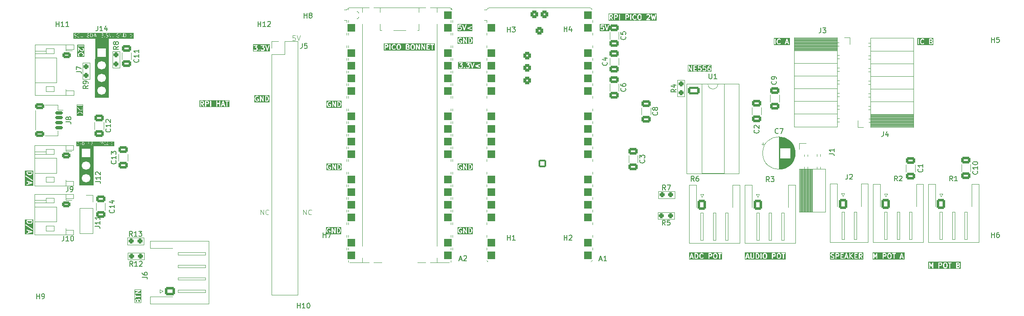
<source format=gbr>
%TF.GenerationSoftware,KiCad,Pcbnew,9.0.2*%
%TF.CreationDate,2025-06-02T17:23:56+01:00*%
%TF.ProjectId,TWUSDiySynthKit,54575553-4469-4795-9379-6e74684b6974,rev?*%
%TF.SameCoordinates,Original*%
%TF.FileFunction,Legend,Top*%
%TF.FilePolarity,Positive*%
%FSLAX46Y46*%
G04 Gerber Fmt 4.6, Leading zero omitted, Abs format (unit mm)*
G04 Created by KiCad (PCBNEW 9.0.2) date 2025-06-02 17:23:56*
%MOMM*%
%LPD*%
G01*
G04 APERTURE LIST*
G04 Aperture macros list*
%AMRoundRect*
0 Rectangle with rounded corners*
0 $1 Rounding radius*
0 $2 $3 $4 $5 $6 $7 $8 $9 X,Y pos of 4 corners*
0 Add a 4 corners polygon primitive as box body*
4,1,4,$2,$3,$4,$5,$6,$7,$8,$9,$2,$3,0*
0 Add four circle primitives for the rounded corners*
1,1,$1+$1,$2,$3*
1,1,$1+$1,$4,$5*
1,1,$1+$1,$6,$7*
1,1,$1+$1,$8,$9*
0 Add four rect primitives between the rounded corners*
20,1,$1+$1,$2,$3,$4,$5,0*
20,1,$1+$1,$4,$5,$6,$7,0*
20,1,$1+$1,$6,$7,$8,$9,0*
20,1,$1+$1,$8,$9,$2,$3,0*%
%AMFreePoly0*
4,1,37,0.000000,0.796148,0.078414,0.796148,0.232228,0.765552,0.377117,0.705537,0.507515,0.618408,0.618408,0.507515,0.705537,0.377117,0.765552,0.232228,0.796148,0.078414,0.796148,-0.078414,0.765552,-0.232228,0.705537,-0.377117,0.618408,-0.507515,0.507515,-0.618408,0.377117,-0.705537,0.232228,-0.765552,0.078414,-0.796148,0.000000,-0.796148,0.000000,-0.800000,-2.200000,-0.800000,
-2.203843,-0.796157,-2.239018,-0.796157,-2.311114,-0.766294,-2.366294,-0.711114,-2.396157,-0.639018,-2.396157,-0.603843,-2.400000,-0.600000,-2.400000,0.600000,-2.396157,0.603843,-2.396157,0.639018,-2.366294,0.711114,-2.311114,0.766294,-2.239018,0.796157,-2.203843,0.796157,-2.200000,0.800000,0.000000,0.800000,0.000000,0.796148,0.000000,0.796148,$1*%
%AMFreePoly1*
4,1,37,0.603843,0.796157,0.639018,0.796157,0.711114,0.766294,0.766294,0.711114,0.796157,0.639018,0.796157,0.603843,0.800000,0.600000,0.800000,-0.600000,0.796157,-0.603843,0.796157,-0.639018,0.766294,-0.711114,0.711114,-0.766294,0.639018,-0.796157,0.603843,-0.796157,0.600000,-0.800000,-1.600000,-0.800000,-1.600000,-0.796148,-1.678414,-0.796148,-1.832228,-0.765552,-1.977117,-0.705537,
-2.107515,-0.618408,-2.218408,-0.507515,-2.305537,-0.377117,-2.365552,-0.232228,-2.396148,-0.078414,-2.396148,0.078414,-2.365552,0.232228,-2.305537,0.377117,-2.218408,0.507515,-2.107515,0.618408,-1.977117,0.705537,-1.832228,0.765552,-1.678414,0.796148,-1.600000,0.796148,-1.600000,0.800000,0.600000,0.800000,0.603843,0.796157,0.603843,0.796157,$1*%
%AMFreePoly2*
4,1,37,1.600000,0.796148,1.678414,0.796148,1.832228,0.765552,1.977117,0.705537,2.107515,0.618408,2.218408,0.507515,2.305537,0.377117,2.365552,0.232228,2.396148,0.078414,2.396148,-0.078414,2.365552,-0.232228,2.305537,-0.377117,2.218408,-0.507515,2.107515,-0.618408,1.977117,-0.705537,1.832228,-0.765552,1.678414,-0.796148,1.600000,-0.796148,1.600000,-0.800000,-0.600000,-0.800000,
-0.603843,-0.796157,-0.639018,-0.796157,-0.711114,-0.766294,-0.766294,-0.711114,-0.796157,-0.639018,-0.796157,-0.603843,-0.800000,-0.600000,-0.800000,0.600000,-0.796157,0.603843,-0.796157,0.639018,-0.766294,0.711114,-0.711114,0.766294,-0.639018,0.796157,-0.603843,0.796157,-0.600000,0.800000,1.600000,0.800000,1.600000,0.796148,1.600000,0.796148,$1*%
%AMFreePoly3*
4,1,37,0.603843,0.796157,0.639018,0.796157,0.711114,0.766294,0.766294,0.711114,0.796157,0.639018,0.796157,0.603843,0.800000,0.600000,0.800000,-0.600000,0.796157,-0.603843,0.796157,-0.639018,0.766294,-0.711114,0.711114,-0.766294,0.639018,-0.796157,0.603843,-0.796157,0.600000,-0.800000,0.000000,-0.800000,0.000000,-0.796148,-0.078414,-0.796148,-0.232228,-0.765552,-0.377117,-0.705537,
-0.507515,-0.618408,-0.618408,-0.507515,-0.705537,-0.377117,-0.765552,-0.232228,-0.796148,-0.078414,-0.796148,0.078414,-0.765552,0.232228,-0.705537,0.377117,-0.618408,0.507515,-0.507515,0.618408,-0.377117,0.705537,-0.232228,0.765552,-0.078414,0.796148,0.000000,0.796148,0.000000,0.800000,0.600000,0.800000,0.603843,0.796157,0.603843,0.796157,$1*%
%AMFreePoly4*
4,1,37,0.000000,0.796148,0.078414,0.796148,0.232228,0.765552,0.377117,0.705537,0.507515,0.618408,0.618408,0.507515,0.705537,0.377117,0.765552,0.232228,0.796148,0.078414,0.796148,-0.078414,0.765552,-0.232228,0.705537,-0.377117,0.618408,-0.507515,0.507515,-0.618408,0.377117,-0.705537,0.232228,-0.765552,0.078414,-0.796148,0.000000,-0.796148,0.000000,-0.800000,-0.600000,-0.800000,
-0.603843,-0.796157,-0.639018,-0.796157,-0.711114,-0.766294,-0.766294,-0.711114,-0.796157,-0.639018,-0.796157,-0.603843,-0.800000,-0.600000,-0.800000,0.600000,-0.796157,0.603843,-0.796157,0.639018,-0.766294,0.711114,-0.711114,0.766294,-0.639018,0.796157,-0.603843,0.796157,-0.600000,0.800000,0.000000,0.800000,0.000000,0.796148,0.000000,0.796148,$1*%
G04 Aperture macros list end*
%ADD10C,0.187500*%
%ADD11C,0.100000*%
%ADD12C,0.200000*%
%ADD13C,0.150000*%
%ADD14C,0.120000*%
%ADD15C,4.700000*%
%ADD16R,1.700000X1.700000*%
%ADD17C,1.700000*%
%ADD18RoundRect,0.250000X-0.650000X0.412500X-0.650000X-0.412500X0.650000X-0.412500X0.650000X0.412500X0*%
%ADD19RoundRect,0.250000X0.650000X-0.412500X0.650000X0.412500X-0.650000X0.412500X-0.650000X-0.412500X0*%
%ADD20RoundRect,0.250000X-0.600000X-0.725000X0.600000X-0.725000X0.600000X0.725000X-0.600000X0.725000X0*%
%ADD21O,1.700000X1.950000*%
%ADD22C,2.200000*%
%ADD23RoundRect,0.250000X-0.600000X-0.750000X0.600000X-0.750000X0.600000X0.750000X-0.600000X0.750000X0*%
%ADD24O,1.700000X2.000000*%
%ADD25RoundRect,0.237500X-0.287500X-0.237500X0.287500X-0.237500X0.287500X0.237500X-0.287500X0.237500X0*%
%ADD26RoundRect,0.237500X-0.237500X0.250000X-0.237500X-0.250000X0.237500X-0.250000X0.237500X0.250000X0*%
%ADD27RoundRect,0.150000X-0.625000X0.150000X-0.625000X-0.150000X0.625000X-0.150000X0.625000X0.150000X0*%
%ADD28RoundRect,0.250000X-0.650000X0.350000X-0.650000X-0.350000X0.650000X-0.350000X0.650000X0.350000X0*%
%ADD29RoundRect,0.250000X-0.950000X-0.550000X0.950000X-0.550000X0.950000X0.550000X-0.950000X0.550000X0*%
%ADD30O,2.400000X1.600000*%
%ADD31RoundRect,0.250000X-0.625000X0.350000X-0.625000X-0.350000X0.625000X-0.350000X0.625000X0.350000X0*%
%ADD32O,1.750000X1.200000*%
%ADD33RoundRect,0.237500X0.237500X-0.287500X0.237500X0.287500X-0.237500X0.287500X-0.237500X-0.287500X0*%
%ADD34R,1.600000X1.600000*%
%ADD35C,1.600000*%
%ADD36RoundRect,0.250000X0.725000X-0.600000X0.725000X0.600000X-0.725000X0.600000X-0.725000X-0.600000X0*%
%ADD37O,1.950000X1.700000*%
%ADD38RoundRect,0.237500X0.250000X0.237500X-0.250000X0.237500X-0.250000X-0.237500X0.250000X-0.237500X0*%
%ADD39O,1.100000X1.800000*%
%ADD40O,1.050000X1.450000*%
%ADD41FreePoly0,0.000000*%
%ADD42RoundRect,0.800000X-0.800000X-0.000010X0.800000X-0.000010X0.800000X0.000010X-0.800000X0.000010X0*%
%ADD43FreePoly1,0.000000*%
%ADD44FreePoly2,0.000000*%
%ADD45RoundRect,0.200000X-0.587400X-0.587400X0.587400X-0.587400X0.587400X0.587400X-0.587400X0.587400X0*%
%ADD46C,1.574800*%
%ADD47RoundRect,0.300000X-0.450000X-0.450000X0.450000X-0.450000X0.450000X0.450000X-0.450000X0.450000X0*%
%ADD48C,3.800000*%
%ADD49C,1.850000*%
%ADD50RoundRect,0.200000X-0.600000X-0.600000X0.600000X-0.600000X0.600000X0.600000X-0.600000X0.600000X0*%
%ADD51FreePoly3,0.000000*%
%ADD52FreePoly4,0.000000*%
G04 APERTURE END LIST*
D10*
G36*
X73126970Y-47367290D02*
G01*
X73157624Y-47377041D01*
X73176149Y-47390776D01*
X73189364Y-47410303D01*
X73197615Y-47434141D01*
X73200558Y-47463454D01*
X73197072Y-47497056D01*
X73186966Y-47526572D01*
X73170241Y-47552892D01*
X73153922Y-47567378D01*
X73129282Y-47579030D01*
X73093504Y-47587138D01*
X73043021Y-47590262D01*
X72995394Y-47590262D01*
X72995394Y-47363391D01*
X73078833Y-47363391D01*
X73126970Y-47367290D01*
G37*
G36*
X69197690Y-47365943D02*
G01*
X69236981Y-47374810D01*
X69263974Y-47387525D01*
X69286816Y-47406591D01*
X69305984Y-47432098D01*
X69321493Y-47465286D01*
X69331678Y-47500958D01*
X69338215Y-47542854D01*
X69340544Y-47591956D01*
X69337955Y-47640681D01*
X69330785Y-47680916D01*
X69319753Y-47714001D01*
X69303318Y-47744355D01*
X69283426Y-47767805D01*
X69259944Y-47785351D01*
X69232845Y-47797002D01*
X69195243Y-47804988D01*
X69144127Y-47808019D01*
X69059176Y-47808019D01*
X69059176Y-47362520D01*
X69142112Y-47362520D01*
X69197690Y-47365943D01*
G37*
G36*
X75390324Y-48102812D02*
G01*
X67841420Y-48102812D01*
X67841420Y-47594887D01*
X67935170Y-47594887D01*
X67939084Y-47660841D01*
X67949887Y-47714649D01*
X67966495Y-47758377D01*
X67990364Y-47798457D01*
X68018337Y-47830734D01*
X68050575Y-47856150D01*
X68087257Y-47874263D01*
X68132427Y-47885890D01*
X68188053Y-47890085D01*
X68241570Y-47885593D01*
X68294867Y-47872500D01*
X68455408Y-47872500D01*
X68525750Y-47872500D01*
X68525750Y-47467026D01*
X68525750Y-47427825D01*
X68546587Y-47467759D01*
X68806110Y-47872500D01*
X68880390Y-47872500D01*
X68880390Y-47808019D01*
X68982972Y-47808019D01*
X68982972Y-47872500D01*
X69150492Y-47872500D01*
X69517131Y-47872500D01*
X69562927Y-47872500D01*
X69558347Y-47906846D01*
X69544380Y-47937300D01*
X69533220Y-47950455D01*
X69517131Y-47962259D01*
X69517131Y-48009062D01*
X69549980Y-47990978D01*
X69574193Y-47969632D01*
X69592912Y-47944396D01*
X69606112Y-47917104D01*
X69613691Y-47885206D01*
X69616782Y-47834123D01*
X69616782Y-47772848D01*
X69517131Y-47772848D01*
X69517131Y-47872500D01*
X69150492Y-47872500D01*
X69221069Y-47867621D01*
X69273348Y-47854675D01*
X69311464Y-47835497D01*
X69344492Y-47808047D01*
X69371458Y-47774857D01*
X69375577Y-47767170D01*
X70089392Y-47767170D01*
X70093647Y-47797868D01*
X70106418Y-47826137D01*
X70128685Y-47852899D01*
X70157287Y-47872281D01*
X70197615Y-47885202D01*
X70253569Y-47890085D01*
X70301952Y-47886069D01*
X70341242Y-47874900D01*
X70345618Y-47872500D01*
X70589113Y-47872500D01*
X70688764Y-47872500D01*
X70688764Y-47772848D01*
X70589113Y-47772848D01*
X70589113Y-47872500D01*
X70345618Y-47872500D01*
X70373212Y-47857365D01*
X70399153Y-47833482D01*
X70426334Y-47793647D01*
X70436426Y-47767170D01*
X70811863Y-47767170D01*
X70816117Y-47797868D01*
X70828889Y-47826137D01*
X70851155Y-47852899D01*
X70879758Y-47872281D01*
X70920085Y-47885202D01*
X70976040Y-47890085D01*
X71024422Y-47886069D01*
X71063712Y-47874900D01*
X71095683Y-47857365D01*
X71121624Y-47833482D01*
X71148805Y-47793647D01*
X71164586Y-47752244D01*
X71169846Y-47708231D01*
X71165859Y-47670310D01*
X71154438Y-47638029D01*
X71135729Y-47610183D01*
X71110837Y-47587149D01*
X71078596Y-47567720D01*
X71037543Y-47552114D01*
X71074177Y-47537693D01*
X71100833Y-47519599D01*
X71121870Y-47496899D01*
X71136736Y-47471880D01*
X71145840Y-47444347D01*
X71148918Y-47414544D01*
X71144136Y-47378746D01*
X71130267Y-47348396D01*
X71106832Y-47322129D01*
X71076681Y-47303319D01*
X71073783Y-47302437D01*
X71257728Y-47302437D01*
X71474158Y-47872500D01*
X71549995Y-47872500D01*
X71853070Y-47872500D01*
X71898866Y-47872500D01*
X71894286Y-47906846D01*
X71880318Y-47937300D01*
X71869159Y-47950455D01*
X71853070Y-47962259D01*
X71853070Y-48009062D01*
X71885919Y-47990978D01*
X71910131Y-47969632D01*
X71928850Y-47944396D01*
X71942051Y-47917104D01*
X71949630Y-47885206D01*
X71952721Y-47834123D01*
X71952721Y-47772848D01*
X71853070Y-47772848D01*
X71853070Y-47872500D01*
X71549995Y-47872500D01*
X71662686Y-47594887D01*
X72398953Y-47594887D01*
X72402867Y-47660841D01*
X72413669Y-47714649D01*
X72430277Y-47758377D01*
X72454146Y-47798457D01*
X72482119Y-47830734D01*
X72514357Y-47856150D01*
X72551039Y-47874263D01*
X72596209Y-47885890D01*
X72651836Y-47890085D01*
X72705352Y-47885593D01*
X72762431Y-47871571D01*
X72823935Y-47846854D01*
X72823935Y-47590262D01*
X72919190Y-47590262D01*
X72919190Y-47873965D01*
X72995394Y-47873965D01*
X72995394Y-47812370D01*
X73365422Y-47812370D01*
X73365422Y-47872500D01*
X73733251Y-47872500D01*
X73733251Y-47812370D01*
X73862212Y-47812370D01*
X73862212Y-47872500D01*
X74230041Y-47872500D01*
X74230041Y-47808019D01*
X73935897Y-47808019D01*
X73935897Y-47795563D01*
X73939968Y-47765443D01*
X73952828Y-47733841D01*
X73976234Y-47699807D01*
X74012853Y-47662569D01*
X74066093Y-47621540D01*
X74092534Y-47603405D01*
X74708742Y-47603405D01*
X74713169Y-47649604D01*
X74725842Y-47691447D01*
X74746770Y-47729854D01*
X74776611Y-47765475D01*
X74810174Y-47793574D01*
X74844022Y-47812004D01*
X74848235Y-47813423D01*
X74892021Y-47826876D01*
X74940193Y-47831467D01*
X74984684Y-47827073D01*
X75020930Y-47815759D01*
X75056188Y-47795683D01*
X75105835Y-47757415D01*
X75070023Y-47718352D01*
X75030360Y-47748535D01*
X75002154Y-47764330D01*
X74973308Y-47773118D01*
X74938636Y-47776237D01*
X74935384Y-47775779D01*
X74897915Y-47770049D01*
X74871499Y-47762499D01*
X74842048Y-47746853D01*
X74814576Y-47724443D01*
X74787008Y-47689553D01*
X74770106Y-47651168D01*
X74763239Y-47608122D01*
X74762781Y-47601939D01*
X74763834Y-47601436D01*
X74763239Y-47590307D01*
X74763743Y-47586964D01*
X74771492Y-47547627D01*
X74788519Y-47512200D01*
X74815583Y-47479711D01*
X74851213Y-47451828D01*
X74889993Y-47434800D01*
X74933049Y-47427916D01*
X74937079Y-47427916D01*
X74961991Y-47429474D01*
X75003071Y-47443385D01*
X75052071Y-47471651D01*
X75062238Y-47480765D01*
X75082530Y-47507672D01*
X75098860Y-47544974D01*
X75110415Y-47595528D01*
X75051980Y-47548954D01*
X74983149Y-47546756D01*
X75137526Y-47675625D01*
X75296574Y-47552572D01*
X75222705Y-47550969D01*
X75164499Y-47595665D01*
X75157874Y-47547551D01*
X75146089Y-47509341D01*
X75127442Y-47474998D01*
X75100157Y-47442250D01*
X75096539Y-47440510D01*
X75100569Y-47441747D01*
X75091318Y-47434511D01*
X75055727Y-47406858D01*
X75016580Y-47387158D01*
X74967487Y-47375297D01*
X74937674Y-47373740D01*
X74892086Y-47378036D01*
X74850415Y-47390646D01*
X74811780Y-47411654D01*
X74775558Y-47441793D01*
X74746028Y-47477140D01*
X74725363Y-47515367D01*
X74712926Y-47557141D01*
X74708742Y-47603405D01*
X74092534Y-47603405D01*
X74093937Y-47602443D01*
X74155761Y-47552343D01*
X74188871Y-47517563D01*
X74206777Y-47487496D01*
X74216621Y-47456089D01*
X74219783Y-47426039D01*
X74215156Y-47389236D01*
X74201551Y-47356557D01*
X74178430Y-47326892D01*
X74156776Y-47310186D01*
X74127868Y-47297258D01*
X74089836Y-47288644D01*
X74040356Y-47285447D01*
X73990285Y-47289829D01*
X73952795Y-47301612D01*
X73921145Y-47320734D01*
X73897428Y-47344523D01*
X73881853Y-47372496D01*
X73876866Y-47401218D01*
X73876866Y-47406255D01*
X73947208Y-47406255D01*
X73952512Y-47383957D01*
X73969465Y-47363482D01*
X73985414Y-47353840D01*
X74007648Y-47347376D01*
X74038158Y-47344935D01*
X74071330Y-47348049D01*
X74096826Y-47356547D01*
X74116377Y-47369756D01*
X74131838Y-47387641D01*
X74140652Y-47406465D01*
X74143579Y-47426863D01*
X74138667Y-47456775D01*
X74123246Y-47486718D01*
X74094133Y-47518010D01*
X74025610Y-47574920D01*
X73987462Y-47604825D01*
X73944545Y-47641616D01*
X73912985Y-47676933D01*
X73890971Y-47711070D01*
X73874364Y-47748314D01*
X73865124Y-47781842D01*
X73862212Y-47812370D01*
X73733251Y-47812370D01*
X73733251Y-47808019D01*
X73439107Y-47808019D01*
X73439107Y-47795563D01*
X73443178Y-47765443D01*
X73456038Y-47733841D01*
X73479444Y-47699807D01*
X73516063Y-47662569D01*
X73569303Y-47621540D01*
X73597147Y-47602443D01*
X73658971Y-47552343D01*
X73692081Y-47517563D01*
X73709987Y-47487496D01*
X73719831Y-47456089D01*
X73722993Y-47426039D01*
X73718366Y-47389236D01*
X73704761Y-47356557D01*
X73681640Y-47326892D01*
X73659986Y-47310186D01*
X73631078Y-47297258D01*
X73593046Y-47288644D01*
X73543566Y-47285447D01*
X73493495Y-47289829D01*
X73456005Y-47301612D01*
X73424355Y-47320734D01*
X73400638Y-47344523D01*
X73385063Y-47372496D01*
X73380076Y-47401218D01*
X73380076Y-47406255D01*
X73450418Y-47406255D01*
X73455722Y-47383957D01*
X73472675Y-47363482D01*
X73488625Y-47353840D01*
X73510858Y-47347376D01*
X73541368Y-47344935D01*
X73574540Y-47348049D01*
X73600036Y-47356547D01*
X73619587Y-47369756D01*
X73635048Y-47387641D01*
X73643863Y-47406465D01*
X73646789Y-47426863D01*
X73641877Y-47456775D01*
X73626456Y-47486718D01*
X73597343Y-47518010D01*
X73528820Y-47574920D01*
X73490672Y-47604825D01*
X73447755Y-47641616D01*
X73416195Y-47676933D01*
X73394181Y-47711070D01*
X73377574Y-47748314D01*
X73368334Y-47781842D01*
X73365422Y-47812370D01*
X72995394Y-47812370D01*
X72995394Y-47649750D01*
X73063492Y-47649750D01*
X73117448Y-47645814D01*
X73161210Y-47634919D01*
X73196665Y-47617999D01*
X73225287Y-47595345D01*
X73249118Y-47566480D01*
X73265940Y-47534834D01*
X73276169Y-47499820D01*
X73279692Y-47460614D01*
X73274792Y-47415051D01*
X73260870Y-47377129D01*
X73246287Y-47355168D01*
X73227696Y-47337096D01*
X73204634Y-47322587D01*
X73178611Y-47313341D01*
X73137946Y-47306583D01*
X73077459Y-47303902D01*
X72919190Y-47303902D01*
X72919190Y-47590262D01*
X72823935Y-47590262D01*
X72627152Y-47590262D01*
X72627152Y-47649750D01*
X72753593Y-47649750D01*
X72753593Y-47808477D01*
X72693797Y-47825519D01*
X72645424Y-47830597D01*
X72607387Y-47826389D01*
X72574884Y-47814290D01*
X72546687Y-47794324D01*
X72522097Y-47765521D01*
X72503922Y-47732478D01*
X72490154Y-47692691D01*
X72481275Y-47644903D01*
X72478087Y-47587651D01*
X72481207Y-47530026D01*
X72489869Y-47482211D01*
X72503244Y-47442675D01*
X72520815Y-47410102D01*
X72544749Y-47381845D01*
X72572793Y-47362105D01*
X72605731Y-47350036D01*
X72644921Y-47345805D01*
X72674660Y-47348324D01*
X72699921Y-47355468D01*
X72722123Y-47367141D01*
X72738847Y-47381800D01*
X72750053Y-47399422D01*
X72753593Y-47417521D01*
X72753593Y-47423108D01*
X72823935Y-47423108D01*
X72823935Y-47417521D01*
X72818168Y-47385948D01*
X72799389Y-47352079D01*
X72781371Y-47332128D01*
X72759478Y-47315713D01*
X72733169Y-47302711D01*
X72689883Y-47290545D01*
X72640570Y-47286317D01*
X72592300Y-47290466D01*
X72550001Y-47302400D01*
X72512571Y-47321808D01*
X72479539Y-47348189D01*
X72451692Y-47380625D01*
X72428766Y-47419856D01*
X72413334Y-47462730D01*
X72402872Y-47519892D01*
X72398953Y-47594887D01*
X71662686Y-47594887D01*
X71781400Y-47302437D01*
X71710005Y-47302437D01*
X71519312Y-47775413D01*
X71340847Y-47302437D01*
X71257728Y-47302437D01*
X71073783Y-47302437D01*
X71035975Y-47290931D01*
X70981535Y-47286317D01*
X70936545Y-47289201D01*
X70901886Y-47296975D01*
X70875480Y-47308649D01*
X70855643Y-47323732D01*
X70833974Y-47350450D01*
X70821736Y-47377560D01*
X70817725Y-47405889D01*
X70817725Y-47411476D01*
X70885136Y-47411476D01*
X70885136Y-47405889D01*
X70887909Y-47390089D01*
X70896676Y-47374244D01*
X70910502Y-47361392D01*
X70930382Y-47352400D01*
X70953102Y-47347494D01*
X70978101Y-47345805D01*
X71006665Y-47348363D01*
X71029789Y-47355485D01*
X71048580Y-47366734D01*
X71063343Y-47382316D01*
X71072156Y-47401017D01*
X71075233Y-47423841D01*
X71071164Y-47450838D01*
X71058930Y-47475406D01*
X71040061Y-47496453D01*
X71014829Y-47514149D01*
X70983884Y-47525267D01*
X70937846Y-47529583D01*
X70893562Y-47529583D01*
X70893562Y-47589071D01*
X70929237Y-47589071D01*
X70984697Y-47593726D01*
X71025460Y-47606125D01*
X71055037Y-47624791D01*
X71078130Y-47650835D01*
X71091590Y-47679840D01*
X71096161Y-47712948D01*
X71092699Y-47746114D01*
X71082560Y-47775963D01*
X71065644Y-47800960D01*
X71042855Y-47817636D01*
X71015265Y-47827222D01*
X70982314Y-47830597D01*
X70940721Y-47826611D01*
X70910232Y-47815942D01*
X70894324Y-47804189D01*
X70885294Y-47789886D01*
X70882205Y-47772161D01*
X70882205Y-47767170D01*
X70811863Y-47767170D01*
X70436426Y-47767170D01*
X70442115Y-47752244D01*
X70447376Y-47708231D01*
X70443388Y-47670310D01*
X70431967Y-47638029D01*
X70413258Y-47610183D01*
X70388366Y-47587149D01*
X70356125Y-47567720D01*
X70315073Y-47552114D01*
X70351706Y-47537693D01*
X70378362Y-47519599D01*
X70399400Y-47496899D01*
X70414266Y-47471880D01*
X70423370Y-47444347D01*
X70426448Y-47414544D01*
X70421665Y-47378746D01*
X70407796Y-47348396D01*
X70384361Y-47322129D01*
X70354210Y-47303319D01*
X70313505Y-47290931D01*
X70259065Y-47286317D01*
X70214074Y-47289201D01*
X70179416Y-47296975D01*
X70153009Y-47308649D01*
X70133173Y-47323732D01*
X70111504Y-47350450D01*
X70099265Y-47377560D01*
X70095254Y-47405889D01*
X70095254Y-47411476D01*
X70162665Y-47411476D01*
X70162665Y-47405889D01*
X70165439Y-47390089D01*
X70174206Y-47374244D01*
X70188032Y-47361392D01*
X70207911Y-47352400D01*
X70230631Y-47347494D01*
X70255630Y-47345805D01*
X70284194Y-47348363D01*
X70307319Y-47355485D01*
X70326109Y-47366734D01*
X70340872Y-47382316D01*
X70349686Y-47401017D01*
X70352762Y-47423841D01*
X70348693Y-47450838D01*
X70336459Y-47475406D01*
X70317590Y-47496453D01*
X70292358Y-47514149D01*
X70261413Y-47525267D01*
X70215376Y-47529583D01*
X70171092Y-47529583D01*
X70171092Y-47589071D01*
X70206766Y-47589071D01*
X70262227Y-47593726D01*
X70302990Y-47606125D01*
X70332567Y-47624791D01*
X70355660Y-47650835D01*
X70369119Y-47679840D01*
X70373691Y-47712948D01*
X70370229Y-47746114D01*
X70360090Y-47775963D01*
X70343174Y-47800960D01*
X70320385Y-47817636D01*
X70292795Y-47827222D01*
X70259843Y-47830597D01*
X70218250Y-47826611D01*
X70187761Y-47815942D01*
X70171854Y-47804189D01*
X70162824Y-47789886D01*
X70159734Y-47772161D01*
X70159734Y-47767170D01*
X70089392Y-47767170D01*
X69375577Y-47767170D01*
X69392705Y-47735204D01*
X69407250Y-47692165D01*
X69416440Y-47642689D01*
X69419678Y-47585728D01*
X69416050Y-47525040D01*
X69405854Y-47473546D01*
X69389866Y-47429840D01*
X69366749Y-47389801D01*
X69339216Y-47358370D01*
X69307067Y-47334402D01*
X69270103Y-47318496D01*
X69216291Y-47307342D01*
X69140280Y-47303032D01*
X68982972Y-47303032D01*
X68982972Y-47808019D01*
X68880390Y-47808019D01*
X68880390Y-47303902D01*
X68810048Y-47303902D01*
X68810048Y-47707819D01*
X68810048Y-47746470D01*
X68789257Y-47706582D01*
X68530696Y-47303902D01*
X68455408Y-47303902D01*
X68455408Y-47872500D01*
X68294867Y-47872500D01*
X68298649Y-47871571D01*
X68360153Y-47846854D01*
X68360153Y-47590262D01*
X68163370Y-47590262D01*
X68163370Y-47649750D01*
X68289811Y-47649750D01*
X68289811Y-47808477D01*
X68230014Y-47825519D01*
X68181642Y-47830597D01*
X68143604Y-47826389D01*
X68111102Y-47814290D01*
X68082904Y-47794324D01*
X68058315Y-47765521D01*
X68040139Y-47732478D01*
X68026372Y-47692691D01*
X68017492Y-47644903D01*
X68014305Y-47587651D01*
X68017424Y-47530026D01*
X68026087Y-47482211D01*
X68039461Y-47442675D01*
X68057032Y-47410102D01*
X68080967Y-47381845D01*
X68109011Y-47362105D01*
X68141949Y-47350036D01*
X68181138Y-47345805D01*
X68210878Y-47348324D01*
X68236139Y-47355468D01*
X68258341Y-47367141D01*
X68275065Y-47381800D01*
X68286270Y-47399422D01*
X68289811Y-47417521D01*
X68289811Y-47423108D01*
X68360153Y-47423108D01*
X68360153Y-47417521D01*
X68354386Y-47385948D01*
X68335607Y-47352079D01*
X68317589Y-47332128D01*
X68295695Y-47315713D01*
X68269386Y-47302711D01*
X68226101Y-47290545D01*
X68176788Y-47286317D01*
X68128518Y-47290466D01*
X68086219Y-47302400D01*
X68048789Y-47321808D01*
X68015757Y-47348189D01*
X67987910Y-47380625D01*
X67964983Y-47419856D01*
X67949552Y-47462730D01*
X67939089Y-47519892D01*
X67935170Y-47594887D01*
X67841420Y-47594887D01*
X67841420Y-47191697D01*
X75390324Y-47191697D01*
X75390324Y-48102812D01*
G37*
D11*
X68400000Y-48100000D02*
X71200000Y-48100000D01*
X71200000Y-55900000D01*
X68400000Y-55900000D01*
X68400000Y-48100000D01*
G36*
X68400000Y-48100000D02*
G01*
X71200000Y-48100000D01*
X71200000Y-55900000D01*
X68400000Y-55900000D01*
X68400000Y-48100000D01*
G37*
D12*
G36*
X70863282Y-25554591D02*
G01*
X70915670Y-25566414D01*
X70951660Y-25583367D01*
X70982117Y-25608789D01*
X71007674Y-25642798D01*
X71028353Y-25687048D01*
X71041933Y-25734611D01*
X71050648Y-25790473D01*
X71053754Y-25855942D01*
X71050302Y-25920909D01*
X71040742Y-25974554D01*
X71026032Y-26018668D01*
X71004120Y-26059141D01*
X70977597Y-26090406D01*
X70946287Y-26113801D01*
X70910156Y-26129336D01*
X70860019Y-26139984D01*
X70791864Y-26144026D01*
X70678597Y-26144026D01*
X70678597Y-25550027D01*
X70789178Y-25550027D01*
X70863282Y-25554591D01*
G37*
G36*
X71696601Y-25943564D02*
G01*
X71428850Y-25943564D01*
X71567458Y-25600403D01*
X71696601Y-25943564D01*
G37*
G36*
X77536974Y-25554591D02*
G01*
X77589361Y-25566414D01*
X77625352Y-25583367D01*
X77655808Y-25608789D01*
X77681365Y-25642798D01*
X77702044Y-25687048D01*
X77715625Y-25734611D01*
X77724340Y-25790473D01*
X77727445Y-25855942D01*
X77723993Y-25920909D01*
X77714434Y-25974554D01*
X77699724Y-26018668D01*
X77677811Y-26059141D01*
X77651289Y-26090406D01*
X77619979Y-26113801D01*
X77583848Y-26129336D01*
X77533711Y-26139984D01*
X77465556Y-26144026D01*
X77352288Y-26144026D01*
X77352288Y-25550027D01*
X77462869Y-25550027D01*
X77536974Y-25554591D01*
G37*
G36*
X79324102Y-26523194D02*
G01*
X67249691Y-26523194D01*
X67249691Y-26059579D01*
X67360802Y-26059579D01*
X67364183Y-26097789D01*
X67374094Y-26132776D01*
X67390539Y-26165214D01*
X67413125Y-26193314D01*
X67441766Y-26215752D01*
X67477428Y-26232808D01*
X67538404Y-26247834D01*
X67619028Y-26253447D01*
X67678298Y-26249923D01*
X67725248Y-26240326D01*
X67762154Y-26225786D01*
X67795415Y-26204426D01*
X67823306Y-26177497D01*
X67846296Y-26144453D01*
X67869190Y-26089359D01*
X67876643Y-26033384D01*
X67872557Y-25992916D01*
X67860359Y-25954592D01*
X67839640Y-25917674D01*
X67811078Y-25886004D01*
X67764017Y-25852026D01*
X67761752Y-25850874D01*
X67958709Y-25850874D01*
X67965451Y-25952660D01*
X67984001Y-26034599D01*
X68012520Y-26100303D01*
X68050177Y-26152697D01*
X68099225Y-26196781D01*
X68153950Y-26227892D01*
X68215518Y-26246872D01*
X68285628Y-26253447D01*
X68354631Y-26247752D01*
X68410436Y-26231953D01*
X68414189Y-26230000D01*
X68628911Y-26230000D01*
X69127166Y-26230000D01*
X69223886Y-26230000D01*
X69284947Y-26230000D01*
X69278841Y-26275795D01*
X69260218Y-26316400D01*
X69245338Y-26333940D01*
X69223886Y-26349678D01*
X69223886Y-26412083D01*
X69267685Y-26387971D01*
X69299968Y-26359509D01*
X69324927Y-26325862D01*
X69342527Y-26289473D01*
X69352633Y-26246942D01*
X69356755Y-26178831D01*
X69356755Y-26097131D01*
X69223886Y-26097131D01*
X69223886Y-26230000D01*
X69127166Y-26230000D01*
X69127166Y-26144026D01*
X68730516Y-26144026D01*
X68730516Y-26059579D01*
X69955638Y-26059579D01*
X69959019Y-26097789D01*
X69968930Y-26132776D01*
X69985375Y-26165214D01*
X70007961Y-26193314D01*
X70036602Y-26215752D01*
X70072264Y-26232808D01*
X70133240Y-26247834D01*
X70213864Y-26253447D01*
X70273134Y-26249923D01*
X70320084Y-26240326D01*
X70356990Y-26225786D01*
X70390251Y-26204426D01*
X70418142Y-26177497D01*
X70441132Y-26144453D01*
X70441309Y-26144026D01*
X70576992Y-26144026D01*
X70576992Y-26230000D01*
X70800352Y-26230000D01*
X71217274Y-26230000D01*
X71312407Y-26230000D01*
X71397892Y-26022882D01*
X71727498Y-26022882D01*
X71805411Y-26230000D01*
X71915504Y-26230000D01*
X72011186Y-26230000D01*
X72072247Y-26230000D01*
X72066140Y-26275795D01*
X72047517Y-26316400D01*
X72032637Y-26333940D01*
X72011186Y-26349678D01*
X72011186Y-26412083D01*
X72054984Y-26387971D01*
X72087267Y-26359509D01*
X72112226Y-26325862D01*
X72129827Y-26289473D01*
X72139932Y-26246942D01*
X72144054Y-26178831D01*
X72144054Y-26097131D01*
X72011186Y-26097131D01*
X72011186Y-26230000D01*
X71915504Y-26230000D01*
X71862432Y-26089560D01*
X72774200Y-26089560D01*
X72779873Y-26130490D01*
X72796902Y-26168182D01*
X72826591Y-26203866D01*
X72864727Y-26229708D01*
X72918497Y-26246936D01*
X72993103Y-26253447D01*
X73057613Y-26248092D01*
X73110000Y-26233201D01*
X73115836Y-26230000D01*
X73440495Y-26230000D01*
X73573363Y-26230000D01*
X73573363Y-26097131D01*
X73440495Y-26097131D01*
X73440495Y-26230000D01*
X73115836Y-26230000D01*
X73152627Y-26209820D01*
X73187215Y-26177976D01*
X73223457Y-26124863D01*
X73236913Y-26089560D01*
X73737494Y-26089560D01*
X73743167Y-26130490D01*
X73760196Y-26168182D01*
X73789884Y-26203866D01*
X73828021Y-26229708D01*
X73881791Y-26246936D01*
X73956397Y-26253447D01*
X74020907Y-26248092D01*
X74073294Y-26233201D01*
X74115921Y-26209820D01*
X74150509Y-26177976D01*
X74186750Y-26124863D01*
X74207791Y-26069659D01*
X74214806Y-26010975D01*
X74209489Y-25960414D01*
X74194261Y-25917372D01*
X74169316Y-25880244D01*
X74136126Y-25849532D01*
X74093138Y-25823627D01*
X74038401Y-25802819D01*
X74087246Y-25783591D01*
X74122787Y-25759466D01*
X74150838Y-25729199D01*
X74170659Y-25695840D01*
X74182798Y-25659130D01*
X74186901Y-25619392D01*
X74180525Y-25571662D01*
X74162033Y-25531194D01*
X74130786Y-25496172D01*
X74090585Y-25471093D01*
X74086718Y-25469916D01*
X74331981Y-25469916D01*
X74620554Y-26230000D01*
X74721671Y-26230000D01*
X75125771Y-26230000D01*
X75186831Y-26230000D01*
X75180725Y-26275795D01*
X75162102Y-26316400D01*
X75147222Y-26333940D01*
X75125771Y-26349678D01*
X75125771Y-26412083D01*
X75169569Y-26387971D01*
X75201852Y-26359509D01*
X75226811Y-26325862D01*
X75244412Y-26289473D01*
X75254517Y-26246942D01*
X75258639Y-26178831D01*
X75258639Y-26097131D01*
X75125771Y-26097131D01*
X75125771Y-26230000D01*
X74721671Y-26230000D01*
X74871926Y-25859849D01*
X75853614Y-25859849D01*
X75858833Y-25947788D01*
X75873236Y-26019532D01*
X75895380Y-26077836D01*
X75927205Y-26131276D01*
X75964503Y-26174312D01*
X76007487Y-26208201D01*
X76056396Y-26232351D01*
X76116623Y-26247853D01*
X76190792Y-26253447D01*
X76262147Y-26247457D01*
X76333208Y-26230000D01*
X76547264Y-26230000D01*
X76641053Y-26230000D01*
X76641053Y-25689368D01*
X76641053Y-25637100D01*
X76668836Y-25690345D01*
X77014867Y-26230000D01*
X77113907Y-26230000D01*
X77113907Y-26144026D01*
X77250683Y-26144026D01*
X77250683Y-26230000D01*
X77474043Y-26230000D01*
X77568145Y-26223495D01*
X77637851Y-26206234D01*
X77688672Y-26180662D01*
X77732710Y-26144062D01*
X77768665Y-26099810D01*
X77796994Y-26046939D01*
X77816387Y-25989553D01*
X77828640Y-25923585D01*
X77831618Y-25871207D01*
X78429216Y-25871207D01*
X78435118Y-25932806D01*
X78452016Y-25988596D01*
X78479920Y-26039806D01*
X78519708Y-26087301D01*
X78564458Y-26124765D01*
X78609590Y-26149338D01*
X78615207Y-26151231D01*
X78673589Y-26169168D01*
X78737817Y-26175289D01*
X78797139Y-26169431D01*
X78845467Y-26154345D01*
X78892478Y-26127578D01*
X78958674Y-26076554D01*
X78910924Y-26024469D01*
X78858040Y-26064713D01*
X78820432Y-26085774D01*
X78781971Y-26097491D01*
X78735741Y-26101650D01*
X78731406Y-26101039D01*
X78681447Y-26093399D01*
X78646226Y-26083332D01*
X78606957Y-26062470D01*
X78570327Y-26032590D01*
X78533571Y-25986071D01*
X78511035Y-25934890D01*
X78501878Y-25877496D01*
X78501268Y-25869253D01*
X78502672Y-25868581D01*
X78501878Y-25853743D01*
X78502550Y-25849286D01*
X78512883Y-25796836D01*
X78535585Y-25749600D01*
X78571671Y-25706282D01*
X78619177Y-25669104D01*
X78670884Y-25646400D01*
X78728292Y-25637222D01*
X78733665Y-25637222D01*
X78766882Y-25639298D01*
X78821655Y-25657847D01*
X78886988Y-25695535D01*
X78900544Y-25707686D01*
X78927600Y-25743563D01*
X78949374Y-25793299D01*
X78964780Y-25860704D01*
X78886866Y-25798606D01*
X78795092Y-25795675D01*
X79000928Y-25967500D01*
X79212991Y-25803429D01*
X79114501Y-25801292D01*
X79036892Y-25860887D01*
X79028059Y-25796735D01*
X79012346Y-25745788D01*
X78987482Y-25699998D01*
X78951102Y-25656334D01*
X78946278Y-25654014D01*
X78951652Y-25655662D01*
X78939317Y-25646015D01*
X78891862Y-25609145D01*
X78839666Y-25582878D01*
X78774209Y-25567063D01*
X78734459Y-25564987D01*
X78673674Y-25570714D01*
X78618114Y-25587528D01*
X78566600Y-25615539D01*
X78518304Y-25655724D01*
X78478931Y-25702853D01*
X78451377Y-25753823D01*
X78434795Y-25809522D01*
X78429216Y-25871207D01*
X77831618Y-25871207D01*
X77832958Y-25847637D01*
X77828121Y-25766721D01*
X77814526Y-25698062D01*
X77793208Y-25639787D01*
X77762386Y-25586402D01*
X77725674Y-25544493D01*
X77682810Y-25512536D01*
X77633524Y-25491328D01*
X77561776Y-25476457D01*
X77460427Y-25470710D01*
X77250683Y-25470710D01*
X77250683Y-26144026D01*
X77113907Y-26144026D01*
X77113907Y-25471870D01*
X77020118Y-25471870D01*
X77020118Y-26010425D01*
X77020118Y-26061960D01*
X76992397Y-26008777D01*
X76647648Y-25471870D01*
X76547264Y-25471870D01*
X76547264Y-26230000D01*
X76333208Y-26230000D01*
X76338252Y-26228761D01*
X76420258Y-26195806D01*
X76420258Y-25853682D01*
X76157880Y-25853682D01*
X76157880Y-25933000D01*
X76326468Y-25933000D01*
X76326468Y-26144637D01*
X76246740Y-26167359D01*
X76182243Y-26174129D01*
X76131526Y-26168519D01*
X76088189Y-26152386D01*
X76050593Y-26125765D01*
X76017807Y-26087362D01*
X75993573Y-26043305D01*
X75975216Y-25990254D01*
X75963377Y-25926538D01*
X75959127Y-25850202D01*
X75963286Y-25773369D01*
X75974836Y-25709615D01*
X75992669Y-25656901D01*
X76016097Y-25613469D01*
X76048010Y-25575794D01*
X76085401Y-25549474D01*
X76129319Y-25533381D01*
X76181571Y-25527740D01*
X76221224Y-25531099D01*
X76254905Y-25540624D01*
X76284508Y-25556188D01*
X76306807Y-25575734D01*
X76321747Y-25599230D01*
X76326468Y-25623361D01*
X76326468Y-25630811D01*
X76420258Y-25630811D01*
X76420258Y-25623361D01*
X76412568Y-25581265D01*
X76387529Y-25536106D01*
X76363506Y-25509504D01*
X76334314Y-25487618D01*
X76299235Y-25470282D01*
X76241521Y-25454060D01*
X76175771Y-25448422D01*
X76111411Y-25453955D01*
X76055012Y-25469867D01*
X76005106Y-25495744D01*
X75961062Y-25530919D01*
X75923933Y-25574167D01*
X75893365Y-25626475D01*
X75872790Y-25683641D01*
X75858839Y-25759857D01*
X75853614Y-25859849D01*
X74871926Y-25859849D01*
X75030211Y-25469916D01*
X74935017Y-25469916D01*
X74680760Y-26100551D01*
X74442807Y-25469916D01*
X74331981Y-25469916D01*
X74086718Y-25469916D01*
X74036311Y-25454575D01*
X73963724Y-25448422D01*
X73903737Y-25452268D01*
X73857526Y-25462633D01*
X73822317Y-25478198D01*
X73795868Y-25498309D01*
X73766976Y-25533933D01*
X73750658Y-25570080D01*
X73745310Y-25607852D01*
X73745310Y-25615301D01*
X73835191Y-25615301D01*
X73835191Y-25607852D01*
X73838889Y-25586786D01*
X73850579Y-25565659D01*
X73869014Y-25548523D01*
X73895519Y-25536533D01*
X73925813Y-25529993D01*
X73959145Y-25527740D01*
X73997230Y-25531151D01*
X74028063Y-25540647D01*
X74053117Y-25555645D01*
X74072801Y-25576421D01*
X74084552Y-25601356D01*
X74088654Y-25631788D01*
X74083229Y-25667785D01*
X74066917Y-25700542D01*
X74041758Y-25728604D01*
X74008115Y-25752199D01*
X73966856Y-25767023D01*
X73905472Y-25772777D01*
X73846427Y-25772777D01*
X73846427Y-25852095D01*
X73893993Y-25852095D01*
X73967940Y-25858302D01*
X74022291Y-25874834D01*
X74061727Y-25899722D01*
X74092518Y-25934447D01*
X74110463Y-25973120D01*
X74116559Y-26017264D01*
X74111943Y-26061486D01*
X74098424Y-26101284D01*
X74075870Y-26134613D01*
X74045484Y-26156849D01*
X74008698Y-26169630D01*
X73964762Y-26174129D01*
X73909305Y-26168814D01*
X73868653Y-26154590D01*
X73847442Y-26138918D01*
X73835403Y-26119848D01*
X73831284Y-26096215D01*
X73831284Y-26089560D01*
X73737494Y-26089560D01*
X73236913Y-26089560D01*
X73244498Y-26069659D01*
X73251512Y-26010975D01*
X73246195Y-25960414D01*
X73230967Y-25917372D01*
X73206022Y-25880244D01*
X73172832Y-25849532D01*
X73129844Y-25823627D01*
X73075108Y-25802819D01*
X73123952Y-25783591D01*
X73159494Y-25759466D01*
X73187544Y-25729199D01*
X73207365Y-25695840D01*
X73219504Y-25659130D01*
X73223607Y-25619392D01*
X73217231Y-25571662D01*
X73198739Y-25531194D01*
X73167493Y-25496172D01*
X73127291Y-25471093D01*
X73073017Y-25454575D01*
X73000430Y-25448422D01*
X72940443Y-25452268D01*
X72894232Y-25462633D01*
X72859023Y-25478198D01*
X72832575Y-25498309D01*
X72803682Y-25533933D01*
X72787365Y-25570080D01*
X72782016Y-25607852D01*
X72782016Y-25615301D01*
X72871898Y-25615301D01*
X72871898Y-25607852D01*
X72875596Y-25586786D01*
X72887285Y-25565659D01*
X72905720Y-25548523D01*
X72932226Y-25536533D01*
X72962519Y-25529993D01*
X72995851Y-25527740D01*
X73033936Y-25531151D01*
X73064769Y-25540647D01*
X73089823Y-25555645D01*
X73109507Y-25576421D01*
X73121258Y-25601356D01*
X73125361Y-25631788D01*
X73119935Y-25667785D01*
X73103623Y-25700542D01*
X73078464Y-25728604D01*
X73044822Y-25752199D01*
X73003562Y-25767023D01*
X72942178Y-25772777D01*
X72883133Y-25772777D01*
X72883133Y-25852095D01*
X72930699Y-25852095D01*
X73004646Y-25858302D01*
X73058997Y-25874834D01*
X73098433Y-25899722D01*
X73129224Y-25934447D01*
X73147170Y-25973120D01*
X73153265Y-26017264D01*
X73148649Y-26061486D01*
X73135130Y-26101284D01*
X73112576Y-26134613D01*
X73082191Y-26156849D01*
X73045404Y-26169630D01*
X73001468Y-26174129D01*
X72946011Y-26168814D01*
X72905359Y-26154590D01*
X72884149Y-26138918D01*
X72872109Y-26119848D01*
X72867990Y-26096215D01*
X72867990Y-26089560D01*
X72774200Y-26089560D01*
X71862432Y-26089560D01*
X71629007Y-25471870D01*
X71527951Y-25471870D01*
X71334654Y-25943564D01*
X71217274Y-26230000D01*
X70800352Y-26230000D01*
X70894454Y-26223495D01*
X70964160Y-26206234D01*
X71014980Y-26180662D01*
X71059018Y-26144062D01*
X71094973Y-26099810D01*
X71123302Y-26046939D01*
X71142695Y-25989553D01*
X71154948Y-25923585D01*
X71159267Y-25847637D01*
X71154429Y-25766721D01*
X71140835Y-25698062D01*
X71119516Y-25639787D01*
X71088694Y-25586402D01*
X71051983Y-25544493D01*
X71009118Y-25512536D01*
X70959832Y-25491328D01*
X70888084Y-25476457D01*
X70786735Y-25470710D01*
X70576992Y-25470710D01*
X70576992Y-26144026D01*
X70441309Y-26144026D01*
X70464026Y-26089359D01*
X70471479Y-26033384D01*
X70467393Y-25992916D01*
X70455195Y-25954592D01*
X70434476Y-25917674D01*
X70405914Y-25886004D01*
X70358853Y-25852026D01*
X70287076Y-25815519D01*
X70240914Y-25795675D01*
X70144926Y-25747437D01*
X70119531Y-25727000D01*
X70100596Y-25702435D01*
X70088563Y-25674497D01*
X70084598Y-25645160D01*
X70088274Y-25615841D01*
X70099231Y-25588890D01*
X70118060Y-25563522D01*
X70142725Y-25544574D01*
X70176374Y-25532298D01*
X70221924Y-25527740D01*
X70255796Y-25529854D01*
X70285244Y-25535861D01*
X70310966Y-25546707D01*
X70328108Y-25561324D01*
X70339134Y-25579312D01*
X70342519Y-25596434D01*
X70342519Y-25603883D01*
X70444124Y-25603883D01*
X70444124Y-25596434D01*
X70438893Y-25559074D01*
X70423230Y-25524940D01*
X70395947Y-25492875D01*
X70360744Y-25470217D01*
X70307450Y-25454526D01*
X70229312Y-25448422D01*
X70164132Y-25452863D01*
X70112458Y-25465005D01*
X70071712Y-25483572D01*
X70039841Y-25508018D01*
X70006005Y-25550879D01*
X69985954Y-25598995D01*
X69979085Y-25654136D01*
X69984107Y-25701470D01*
X69998686Y-25743101D01*
X70022819Y-25780496D01*
X70058098Y-25815764D01*
X70103864Y-25846366D01*
X70177838Y-25881587D01*
X70216673Y-25897341D01*
X70286770Y-25930844D01*
X70329207Y-25959439D01*
X70349683Y-25982216D01*
X70361792Y-26008544D01*
X70365966Y-26039612D01*
X70361045Y-26077758D01*
X70346878Y-26109702D01*
X70323162Y-26136943D01*
X70292804Y-26157356D01*
X70257755Y-26169794D01*
X70216734Y-26174129D01*
X70148420Y-26167592D01*
X70100596Y-26150437D01*
X70077017Y-26131175D01*
X70062540Y-26104039D01*
X70057243Y-26066235D01*
X70057243Y-26059579D01*
X69955638Y-26059579D01*
X68730516Y-26059579D01*
X68730516Y-25469916D01*
X68628911Y-25469916D01*
X68628911Y-26230000D01*
X68414189Y-26230000D01*
X68443527Y-26214733D01*
X68471291Y-26192321D01*
X68494333Y-26164359D01*
X68518029Y-26117376D01*
X68525352Y-26073745D01*
X68525352Y-26067090D01*
X68431563Y-26067090D01*
X68428041Y-26093599D01*
X68417477Y-26118140D01*
X68399139Y-26141461D01*
X68375273Y-26158317D01*
X68340053Y-26169741D01*
X68289352Y-26174129D01*
X68235247Y-26168172D01*
X68190264Y-26151237D01*
X68152395Y-26123580D01*
X68120519Y-26083942D01*
X68090451Y-26021376D01*
X68071167Y-25944748D01*
X68064221Y-25850874D01*
X68071095Y-25757983D01*
X68090245Y-25681553D01*
X68120214Y-25618599D01*
X68151962Y-25578716D01*
X68189918Y-25550856D01*
X68235246Y-25533764D01*
X68290024Y-25527740D01*
X68332661Y-25531112D01*
X68366045Y-25540319D01*
X68394287Y-25556236D01*
X68414527Y-25577688D01*
X68427446Y-25603290D01*
X68431563Y-25628796D01*
X68431563Y-25635451D01*
X68525352Y-25635451D01*
X68518020Y-25589864D01*
X68494394Y-25540868D01*
X68471236Y-25511568D01*
X68443457Y-25488295D01*
X68410497Y-25470587D01*
X68354679Y-25454272D01*
X68286299Y-25448422D01*
X68215513Y-25455065D01*
X68153591Y-25474211D01*
X68098779Y-25505548D01*
X68049872Y-25549905D01*
X68012274Y-25602611D01*
X67983850Y-25668350D01*
X67965401Y-25749943D01*
X67958709Y-25850874D01*
X67761752Y-25850874D01*
X67692240Y-25815519D01*
X67646078Y-25795675D01*
X67550090Y-25747437D01*
X67524695Y-25727000D01*
X67505760Y-25702435D01*
X67493727Y-25674497D01*
X67489762Y-25645160D01*
X67493438Y-25615841D01*
X67504395Y-25588890D01*
X67523224Y-25563522D01*
X67547889Y-25544574D01*
X67581538Y-25532298D01*
X67627088Y-25527740D01*
X67660960Y-25529854D01*
X67690408Y-25535861D01*
X67716130Y-25546707D01*
X67733272Y-25561324D01*
X67744298Y-25579312D01*
X67747683Y-25596434D01*
X67747683Y-25603883D01*
X67849288Y-25603883D01*
X67849288Y-25596434D01*
X67844057Y-25559074D01*
X67828394Y-25524940D01*
X67801111Y-25492875D01*
X67765908Y-25470217D01*
X67712614Y-25454526D01*
X67634476Y-25448422D01*
X67569296Y-25452863D01*
X67517622Y-25465005D01*
X67476876Y-25483572D01*
X67445005Y-25508018D01*
X67411169Y-25550879D01*
X67391118Y-25598995D01*
X67384249Y-25654136D01*
X67389271Y-25701470D01*
X67403850Y-25743101D01*
X67427983Y-25780496D01*
X67463262Y-25815764D01*
X67509028Y-25846366D01*
X67583002Y-25881587D01*
X67621837Y-25897341D01*
X67691934Y-25930844D01*
X67734371Y-25959439D01*
X67754847Y-25982216D01*
X67766956Y-26008544D01*
X67771130Y-26039612D01*
X67766209Y-26077758D01*
X67752042Y-26109702D01*
X67728326Y-26136943D01*
X67697968Y-26157356D01*
X67662919Y-26169794D01*
X67621898Y-26174129D01*
X67553584Y-26167592D01*
X67505760Y-26150437D01*
X67482181Y-26131175D01*
X67467704Y-26104039D01*
X67462407Y-26066235D01*
X67462407Y-26059579D01*
X67360802Y-26059579D01*
X67249691Y-26059579D01*
X67249691Y-25337311D01*
X79324102Y-25337311D01*
X79324102Y-26523194D01*
G37*
G36*
X120544224Y-64702240D02*
G01*
X120611297Y-64769313D01*
X120646749Y-64840218D01*
X120688720Y-65008099D01*
X120688720Y-65126337D01*
X120646749Y-65294218D01*
X120611296Y-65365124D01*
X120544225Y-65432197D01*
X120439160Y-65467219D01*
X120317292Y-65467219D01*
X120317292Y-64667219D01*
X120439160Y-64667219D01*
X120544224Y-64702240D01*
G37*
G36*
X120999831Y-65778330D02*
G01*
X117910943Y-65778330D01*
X117910943Y-64995790D01*
X118022054Y-64995790D01*
X118022054Y-65138647D01*
X118022389Y-65142049D01*
X118022172Y-65143508D01*
X118023251Y-65150805D01*
X118023975Y-65158156D01*
X118024539Y-65159519D01*
X118025040Y-65162901D01*
X118072659Y-65353376D01*
X118073172Y-65354813D01*
X118073224Y-65355536D01*
X118076332Y-65363660D01*
X118079254Y-65371837D01*
X118079684Y-65372417D01*
X118080230Y-65373844D01*
X118127849Y-65469082D01*
X118133131Y-65477474D01*
X118134144Y-65479918D01*
X118136400Y-65482667D01*
X118138292Y-65485672D01*
X118140286Y-65487401D01*
X118146581Y-65495071D01*
X118241819Y-65590311D01*
X118256972Y-65602747D01*
X118260291Y-65604122D01*
X118263007Y-65606477D01*
X118280907Y-65614468D01*
X118423764Y-65662087D01*
X118433436Y-65664286D01*
X118435878Y-65665298D01*
X118439415Y-65665646D01*
X118442879Y-65666434D01*
X118445513Y-65666246D01*
X118455387Y-65667219D01*
X118550625Y-65667219D01*
X118560498Y-65666246D01*
X118563132Y-65666434D01*
X118566595Y-65665646D01*
X118570134Y-65665298D01*
X118572576Y-65664286D01*
X118582248Y-65662087D01*
X118725104Y-65614468D01*
X118743005Y-65606477D01*
X118745720Y-65604122D01*
X118749040Y-65602747D01*
X118764193Y-65590310D01*
X118811812Y-65542690D01*
X118824249Y-65527537D01*
X118839180Y-65491488D01*
X118841101Y-65471980D01*
X118841101Y-65138647D01*
X118839180Y-65119138D01*
X118824248Y-65083090D01*
X118796658Y-65055500D01*
X118760610Y-65040568D01*
X118741101Y-65038647D01*
X118550625Y-65038647D01*
X118531116Y-65040568D01*
X118495068Y-65055500D01*
X118467478Y-65083090D01*
X118452546Y-65119138D01*
X118452546Y-65158156D01*
X118467478Y-65194204D01*
X118495068Y-65221794D01*
X118531116Y-65236726D01*
X118550625Y-65238647D01*
X118641101Y-65238647D01*
X118641101Y-65430559D01*
X118639462Y-65432197D01*
X118534398Y-65467219D01*
X118471613Y-65467219D01*
X118366548Y-65432197D01*
X118299478Y-65365127D01*
X118264024Y-65294218D01*
X118222054Y-65126337D01*
X118222054Y-65008100D01*
X118264024Y-64840218D01*
X118299477Y-64769312D01*
X118366549Y-64702240D01*
X118471613Y-64667219D01*
X118574637Y-64667219D01*
X118648760Y-64704281D01*
X118667069Y-64711287D01*
X118705989Y-64714053D01*
X118743005Y-64701714D01*
X118772482Y-64676149D01*
X118789931Y-64641251D01*
X118792696Y-64602331D01*
X118780993Y-64567219D01*
X119069673Y-64567219D01*
X119069673Y-65567219D01*
X119071594Y-65586728D01*
X119086526Y-65622776D01*
X119114116Y-65650366D01*
X119150164Y-65665298D01*
X119189182Y-65665298D01*
X119225230Y-65650366D01*
X119252820Y-65622776D01*
X119267752Y-65586728D01*
X119269673Y-65567219D01*
X119269673Y-64943775D01*
X119654277Y-65616833D01*
X119657195Y-65620943D01*
X119657954Y-65622776D01*
X119659820Y-65624642D01*
X119665624Y-65632818D01*
X119676140Y-65640962D01*
X119685544Y-65650366D01*
X119691431Y-65652804D01*
X119696473Y-65656709D01*
X119709305Y-65660208D01*
X119721592Y-65665298D01*
X119727968Y-65665298D01*
X119734117Y-65666975D01*
X119747310Y-65665298D01*
X119760610Y-65665298D01*
X119766498Y-65662858D01*
X119772823Y-65662055D01*
X119784372Y-65655454D01*
X119796658Y-65650366D01*
X119801165Y-65645858D01*
X119806700Y-65642696D01*
X119814844Y-65632179D01*
X119824248Y-65622776D01*
X119826686Y-65616888D01*
X119830591Y-65611847D01*
X119834090Y-65599014D01*
X119839180Y-65586728D01*
X119840162Y-65576750D01*
X119840857Y-65574204D01*
X119840606Y-65572236D01*
X119841101Y-65567219D01*
X119841101Y-64567219D01*
X120117292Y-64567219D01*
X120117292Y-65567219D01*
X120119213Y-65586728D01*
X120134145Y-65622776D01*
X120161735Y-65650366D01*
X120197783Y-65665298D01*
X120217292Y-65667219D01*
X120455387Y-65667219D01*
X120465260Y-65666246D01*
X120467894Y-65666434D01*
X120471357Y-65665646D01*
X120474896Y-65665298D01*
X120477338Y-65664286D01*
X120487010Y-65662087D01*
X120629866Y-65614468D01*
X120647767Y-65606477D01*
X120650482Y-65604122D01*
X120653802Y-65602747D01*
X120668955Y-65590310D01*
X120764193Y-65495071D01*
X120770485Y-65487404D01*
X120772482Y-65485673D01*
X120774375Y-65482665D01*
X120776630Y-65479918D01*
X120777641Y-65477476D01*
X120782925Y-65469082D01*
X120830544Y-65373845D01*
X120831090Y-65372416D01*
X120831520Y-65371837D01*
X120834441Y-65363660D01*
X120837550Y-65355536D01*
X120837601Y-65354815D01*
X120838115Y-65353377D01*
X120885734Y-65162901D01*
X120886234Y-65159519D01*
X120886799Y-65158156D01*
X120887522Y-65150805D01*
X120888602Y-65143508D01*
X120888384Y-65142049D01*
X120888720Y-65138647D01*
X120888720Y-64995790D01*
X120888384Y-64992387D01*
X120888602Y-64990929D01*
X120887522Y-64983631D01*
X120886799Y-64976281D01*
X120886234Y-64974917D01*
X120885734Y-64971536D01*
X120838115Y-64781060D01*
X120837601Y-64779621D01*
X120837550Y-64778901D01*
X120834441Y-64770776D01*
X120831520Y-64762600D01*
X120831090Y-64762020D01*
X120830544Y-64760592D01*
X120782925Y-64665355D01*
X120777638Y-64656956D01*
X120776629Y-64654519D01*
X120774377Y-64651775D01*
X120772482Y-64648764D01*
X120770484Y-64647031D01*
X120764193Y-64639365D01*
X120668955Y-64544127D01*
X120653801Y-64531691D01*
X120650482Y-64530316D01*
X120647767Y-64527961D01*
X120629866Y-64519970D01*
X120487010Y-64472351D01*
X120477338Y-64470151D01*
X120474896Y-64469140D01*
X120471357Y-64468791D01*
X120467894Y-64468004D01*
X120465260Y-64468191D01*
X120455387Y-64467219D01*
X120217292Y-64467219D01*
X120197783Y-64469140D01*
X120161735Y-64484072D01*
X120134145Y-64511662D01*
X120119213Y-64547710D01*
X120117292Y-64567219D01*
X119841101Y-64567219D01*
X119839180Y-64547710D01*
X119824248Y-64511662D01*
X119796658Y-64484072D01*
X119760610Y-64469140D01*
X119721592Y-64469140D01*
X119685544Y-64484072D01*
X119657954Y-64511662D01*
X119643022Y-64547710D01*
X119641101Y-64567219D01*
X119641101Y-65190662D01*
X119256497Y-64517605D01*
X119253578Y-64513494D01*
X119252820Y-64511662D01*
X119250953Y-64509795D01*
X119245150Y-64501620D01*
X119234635Y-64493477D01*
X119225230Y-64484072D01*
X119219339Y-64481632D01*
X119214301Y-64477730D01*
X119201472Y-64474231D01*
X119189182Y-64469140D01*
X119182807Y-64469140D01*
X119176658Y-64467463D01*
X119163465Y-64469140D01*
X119150164Y-64469140D01*
X119144275Y-64471579D01*
X119137951Y-64472383D01*
X119126401Y-64478983D01*
X119114116Y-64484072D01*
X119109608Y-64488579D01*
X119104074Y-64491742D01*
X119095931Y-64502256D01*
X119086526Y-64511662D01*
X119084086Y-64517552D01*
X119080184Y-64522591D01*
X119076685Y-64535419D01*
X119071594Y-64547710D01*
X119070611Y-64557687D01*
X119069917Y-64560234D01*
X119070167Y-64562201D01*
X119069673Y-64567219D01*
X118780993Y-64567219D01*
X118780358Y-64565315D01*
X118754793Y-64535838D01*
X118738203Y-64525395D01*
X118642965Y-64477776D01*
X118624657Y-64470770D01*
X118621073Y-64470515D01*
X118617753Y-64469140D01*
X118598244Y-64467219D01*
X118455387Y-64467219D01*
X118445513Y-64468191D01*
X118442879Y-64468004D01*
X118439415Y-64468791D01*
X118435878Y-64469140D01*
X118433436Y-64470151D01*
X118423764Y-64472351D01*
X118280907Y-64519970D01*
X118263007Y-64527961D01*
X118260291Y-64530316D01*
X118256973Y-64531691D01*
X118241819Y-64544127D01*
X118146581Y-64639365D01*
X118140286Y-64647035D01*
X118138292Y-64648765D01*
X118136398Y-64651772D01*
X118134145Y-64654519D01*
X118133134Y-64656958D01*
X118127849Y-64665355D01*
X118080230Y-64760593D01*
X118079684Y-64762019D01*
X118079254Y-64762600D01*
X118076332Y-64770776D01*
X118073224Y-64778901D01*
X118073172Y-64779623D01*
X118072659Y-64781061D01*
X118025040Y-64971536D01*
X118024539Y-64974917D01*
X118023975Y-64976281D01*
X118023251Y-64983631D01*
X118022172Y-64990929D01*
X118022389Y-64992387D01*
X118022054Y-64995790D01*
X117910943Y-64995790D01*
X117910943Y-64356108D01*
X120999831Y-64356108D01*
X120999831Y-65778330D01*
G37*
G36*
X79988935Y-79046322D02*
G01*
X80013604Y-79070990D01*
X80043409Y-79130600D01*
X80043409Y-79340326D01*
X79767219Y-79340326D01*
X79767219Y-79130600D01*
X79797024Y-79070990D01*
X79821692Y-79046321D01*
X79881302Y-79016517D01*
X79929326Y-79016517D01*
X79988935Y-79046322D01*
G37*
G36*
X80512746Y-78998704D02*
G01*
X80537414Y-79023371D01*
X80567219Y-79082981D01*
X80567219Y-79340326D01*
X80243409Y-79340326D01*
X80243409Y-79123220D01*
X80278430Y-79018154D01*
X80297882Y-78998702D01*
X80357492Y-78968898D01*
X80453135Y-78968898D01*
X80512746Y-78998704D01*
G37*
G36*
X80878330Y-79651437D02*
G01*
X79456108Y-79651437D01*
X79456108Y-79106993D01*
X79567219Y-79106993D01*
X79567219Y-79440326D01*
X79569140Y-79459835D01*
X79584072Y-79495883D01*
X79611662Y-79523473D01*
X79647710Y-79538405D01*
X79667219Y-79540326D01*
X80667219Y-79540326D01*
X80686728Y-79538405D01*
X80722776Y-79523473D01*
X80750366Y-79495883D01*
X80765298Y-79459835D01*
X80767219Y-79440326D01*
X80767219Y-79059374D01*
X80765298Y-79039865D01*
X80763922Y-79036544D01*
X80763668Y-79032961D01*
X80756662Y-79014652D01*
X80709043Y-78919415D01*
X80703757Y-78911018D01*
X80702747Y-78908578D01*
X80700493Y-78905832D01*
X80698600Y-78902824D01*
X80696603Y-78901092D01*
X80690310Y-78893424D01*
X80642690Y-78845806D01*
X80635020Y-78839511D01*
X80633291Y-78837517D01*
X80630286Y-78835625D01*
X80627537Y-78833369D01*
X80625093Y-78832357D01*
X80616701Y-78827074D01*
X80521463Y-78779455D01*
X80503155Y-78772449D01*
X80499571Y-78772194D01*
X80496251Y-78770819D01*
X80476742Y-78768898D01*
X80333885Y-78768898D01*
X80314376Y-78770819D01*
X80311055Y-78772194D01*
X80307472Y-78772449D01*
X80289163Y-78779455D01*
X80193926Y-78827074D01*
X80185529Y-78832359D01*
X80183089Y-78833370D01*
X80180343Y-78835623D01*
X80177335Y-78837517D01*
X80175602Y-78839514D01*
X80167936Y-78845807D01*
X80120317Y-78893425D01*
X80119670Y-78894213D01*
X80118882Y-78893425D01*
X80111211Y-78887130D01*
X80109482Y-78885136D01*
X80106474Y-78883242D01*
X80103728Y-78880989D01*
X80101288Y-78879978D01*
X80092892Y-78874693D01*
X79997654Y-78827074D01*
X79979346Y-78820068D01*
X79975762Y-78819813D01*
X79972442Y-78818438D01*
X79952933Y-78816517D01*
X79857695Y-78816517D01*
X79838186Y-78818438D01*
X79834865Y-78819813D01*
X79831282Y-78820068D01*
X79812973Y-78827074D01*
X79717736Y-78874693D01*
X79709339Y-78879978D01*
X79706899Y-78880989D01*
X79704153Y-78883242D01*
X79701145Y-78885136D01*
X79699412Y-78887133D01*
X79691746Y-78893426D01*
X79644127Y-78941044D01*
X79637832Y-78948714D01*
X79635838Y-78950444D01*
X79633944Y-78953451D01*
X79631691Y-78956198D01*
X79630680Y-78958637D01*
X79625395Y-78967034D01*
X79577776Y-79062272D01*
X79570770Y-79080580D01*
X79570515Y-79084163D01*
X79569140Y-79087484D01*
X79567219Y-79106993D01*
X79456108Y-79106993D01*
X79456108Y-78011755D01*
X79567219Y-78011755D01*
X79567219Y-78583183D01*
X79569140Y-78602692D01*
X79584072Y-78638740D01*
X79611662Y-78666330D01*
X79647710Y-78681262D01*
X79686728Y-78681262D01*
X79722776Y-78666330D01*
X79750366Y-78638740D01*
X79765298Y-78602692D01*
X79767219Y-78583183D01*
X79767219Y-78397469D01*
X80667219Y-78397469D01*
X80686728Y-78395548D01*
X80722776Y-78380616D01*
X80750366Y-78353026D01*
X80765298Y-78316978D01*
X80765298Y-78277960D01*
X80750366Y-78241912D01*
X80722776Y-78214322D01*
X80686728Y-78199390D01*
X80667219Y-78197469D01*
X79767219Y-78197469D01*
X79767219Y-78011755D01*
X79765298Y-77992246D01*
X79750366Y-77956198D01*
X79722776Y-77928608D01*
X79686728Y-77913676D01*
X79647710Y-77913676D01*
X79611662Y-77928608D01*
X79584072Y-77956198D01*
X79569140Y-77992246D01*
X79567219Y-78011755D01*
X79456108Y-78011755D01*
X79456108Y-77671436D01*
X79567463Y-77671436D01*
X79569140Y-77684629D01*
X79569140Y-77697930D01*
X79571579Y-77703818D01*
X79572383Y-77710143D01*
X79578983Y-77721692D01*
X79584072Y-77733978D01*
X79588579Y-77738485D01*
X79591742Y-77744020D01*
X79602256Y-77752162D01*
X79611662Y-77761568D01*
X79617552Y-77764007D01*
X79622591Y-77767910D01*
X79635419Y-77771408D01*
X79647710Y-77776500D01*
X79657687Y-77777482D01*
X79660234Y-77778177D01*
X79662201Y-77777926D01*
X79667219Y-77778421D01*
X80667219Y-77778421D01*
X80686728Y-77776500D01*
X80722776Y-77761568D01*
X80750366Y-77733978D01*
X80765298Y-77697930D01*
X80765298Y-77658912D01*
X80750366Y-77622864D01*
X80722776Y-77595274D01*
X80686728Y-77580342D01*
X80667219Y-77578421D01*
X80043775Y-77578421D01*
X80716833Y-77193817D01*
X80720943Y-77190898D01*
X80722776Y-77190140D01*
X80724642Y-77188273D01*
X80732818Y-77182470D01*
X80740962Y-77171953D01*
X80750366Y-77162550D01*
X80752804Y-77156662D01*
X80756709Y-77151621D01*
X80760208Y-77138788D01*
X80765298Y-77126502D01*
X80765298Y-77120126D01*
X80766975Y-77113977D01*
X80765298Y-77100783D01*
X80765298Y-77087484D01*
X80762858Y-77081595D01*
X80762055Y-77075271D01*
X80755454Y-77063721D01*
X80750366Y-77051436D01*
X80745858Y-77046928D01*
X80742696Y-77041394D01*
X80732179Y-77033249D01*
X80722776Y-77023846D01*
X80716888Y-77021407D01*
X80711847Y-77017503D01*
X80699014Y-77014003D01*
X80686728Y-77008914D01*
X80676750Y-77007931D01*
X80674204Y-77007237D01*
X80672236Y-77007487D01*
X80667219Y-77006993D01*
X79667219Y-77006993D01*
X79647710Y-77008914D01*
X79611662Y-77023846D01*
X79584072Y-77051436D01*
X79569140Y-77087484D01*
X79569140Y-77126502D01*
X79584072Y-77162550D01*
X79611662Y-77190140D01*
X79647710Y-77205072D01*
X79667219Y-77206993D01*
X80290663Y-77206993D01*
X79617605Y-77591597D01*
X79613494Y-77594515D01*
X79611662Y-77595274D01*
X79609795Y-77597140D01*
X79601620Y-77602944D01*
X79593477Y-77613458D01*
X79584072Y-77622864D01*
X79581632Y-77628754D01*
X79577730Y-77633793D01*
X79574231Y-77646621D01*
X79569140Y-77658912D01*
X79569140Y-77665287D01*
X79567463Y-77671436D01*
X79456108Y-77671436D01*
X79456108Y-76895882D01*
X80878330Y-76895882D01*
X80878330Y-79651437D01*
G37*
G36*
X146944224Y-51902240D02*
G01*
X147011297Y-51969313D01*
X147046749Y-52040218D01*
X147088720Y-52208099D01*
X147088720Y-52326337D01*
X147046749Y-52494218D01*
X147011296Y-52565124D01*
X146944225Y-52632197D01*
X146839160Y-52667219D01*
X146717292Y-52667219D01*
X146717292Y-51867219D01*
X146839160Y-51867219D01*
X146944224Y-51902240D01*
G37*
G36*
X147399831Y-52978330D02*
G01*
X144310943Y-52978330D01*
X144310943Y-52195790D01*
X144422054Y-52195790D01*
X144422054Y-52338647D01*
X144422389Y-52342049D01*
X144422172Y-52343508D01*
X144423251Y-52350805D01*
X144423975Y-52358156D01*
X144424539Y-52359519D01*
X144425040Y-52362901D01*
X144472659Y-52553376D01*
X144473172Y-52554813D01*
X144473224Y-52555536D01*
X144476332Y-52563660D01*
X144479254Y-52571837D01*
X144479684Y-52572417D01*
X144480230Y-52573844D01*
X144527849Y-52669082D01*
X144533131Y-52677474D01*
X144534144Y-52679918D01*
X144536400Y-52682667D01*
X144538292Y-52685672D01*
X144540286Y-52687401D01*
X144546581Y-52695071D01*
X144641819Y-52790311D01*
X144656972Y-52802747D01*
X144660291Y-52804122D01*
X144663007Y-52806477D01*
X144680907Y-52814468D01*
X144823764Y-52862087D01*
X144833436Y-52864286D01*
X144835878Y-52865298D01*
X144839415Y-52865646D01*
X144842879Y-52866434D01*
X144845513Y-52866246D01*
X144855387Y-52867219D01*
X144950625Y-52867219D01*
X144960498Y-52866246D01*
X144963132Y-52866434D01*
X144966595Y-52865646D01*
X144970134Y-52865298D01*
X144972576Y-52864286D01*
X144982248Y-52862087D01*
X145125104Y-52814468D01*
X145143005Y-52806477D01*
X145145720Y-52804122D01*
X145149040Y-52802747D01*
X145164193Y-52790310D01*
X145211812Y-52742690D01*
X145224249Y-52727537D01*
X145239180Y-52691488D01*
X145241101Y-52671980D01*
X145241101Y-52338647D01*
X145239180Y-52319138D01*
X145224248Y-52283090D01*
X145196658Y-52255500D01*
X145160610Y-52240568D01*
X145141101Y-52238647D01*
X144950625Y-52238647D01*
X144931116Y-52240568D01*
X144895068Y-52255500D01*
X144867478Y-52283090D01*
X144852546Y-52319138D01*
X144852546Y-52358156D01*
X144867478Y-52394204D01*
X144895068Y-52421794D01*
X144931116Y-52436726D01*
X144950625Y-52438647D01*
X145041101Y-52438647D01*
X145041101Y-52630559D01*
X145039462Y-52632197D01*
X144934398Y-52667219D01*
X144871613Y-52667219D01*
X144766548Y-52632197D01*
X144699478Y-52565127D01*
X144664024Y-52494218D01*
X144622054Y-52326337D01*
X144622054Y-52208100D01*
X144664024Y-52040218D01*
X144699477Y-51969312D01*
X144766549Y-51902240D01*
X144871613Y-51867219D01*
X144974637Y-51867219D01*
X145048760Y-51904281D01*
X145067069Y-51911287D01*
X145105989Y-51914053D01*
X145143005Y-51901714D01*
X145172482Y-51876149D01*
X145189931Y-51841251D01*
X145192696Y-51802331D01*
X145180993Y-51767219D01*
X145469673Y-51767219D01*
X145469673Y-52767219D01*
X145471594Y-52786728D01*
X145486526Y-52822776D01*
X145514116Y-52850366D01*
X145550164Y-52865298D01*
X145589182Y-52865298D01*
X145625230Y-52850366D01*
X145652820Y-52822776D01*
X145667752Y-52786728D01*
X145669673Y-52767219D01*
X145669673Y-52143775D01*
X146054277Y-52816833D01*
X146057195Y-52820943D01*
X146057954Y-52822776D01*
X146059820Y-52824642D01*
X146065624Y-52832818D01*
X146076140Y-52840962D01*
X146085544Y-52850366D01*
X146091431Y-52852804D01*
X146096473Y-52856709D01*
X146109305Y-52860208D01*
X146121592Y-52865298D01*
X146127968Y-52865298D01*
X146134117Y-52866975D01*
X146147310Y-52865298D01*
X146160610Y-52865298D01*
X146166498Y-52862858D01*
X146172823Y-52862055D01*
X146184372Y-52855454D01*
X146196658Y-52850366D01*
X146201165Y-52845858D01*
X146206700Y-52842696D01*
X146214844Y-52832179D01*
X146224248Y-52822776D01*
X146226686Y-52816888D01*
X146230591Y-52811847D01*
X146234090Y-52799014D01*
X146239180Y-52786728D01*
X146240162Y-52776750D01*
X146240857Y-52774204D01*
X146240606Y-52772236D01*
X146241101Y-52767219D01*
X146241101Y-51767219D01*
X146517292Y-51767219D01*
X146517292Y-52767219D01*
X146519213Y-52786728D01*
X146534145Y-52822776D01*
X146561735Y-52850366D01*
X146597783Y-52865298D01*
X146617292Y-52867219D01*
X146855387Y-52867219D01*
X146865260Y-52866246D01*
X146867894Y-52866434D01*
X146871357Y-52865646D01*
X146874896Y-52865298D01*
X146877338Y-52864286D01*
X146887010Y-52862087D01*
X147029866Y-52814468D01*
X147047767Y-52806477D01*
X147050482Y-52804122D01*
X147053802Y-52802747D01*
X147068955Y-52790310D01*
X147164193Y-52695071D01*
X147170485Y-52687404D01*
X147172482Y-52685673D01*
X147174375Y-52682665D01*
X147176630Y-52679918D01*
X147177641Y-52677476D01*
X147182925Y-52669082D01*
X147230544Y-52573845D01*
X147231090Y-52572416D01*
X147231520Y-52571837D01*
X147234441Y-52563660D01*
X147237550Y-52555536D01*
X147237601Y-52554815D01*
X147238115Y-52553377D01*
X147285734Y-52362901D01*
X147286234Y-52359519D01*
X147286799Y-52358156D01*
X147287522Y-52350805D01*
X147288602Y-52343508D01*
X147288384Y-52342049D01*
X147288720Y-52338647D01*
X147288720Y-52195790D01*
X147288384Y-52192387D01*
X147288602Y-52190929D01*
X147287522Y-52183631D01*
X147286799Y-52176281D01*
X147286234Y-52174917D01*
X147285734Y-52171536D01*
X147238115Y-51981060D01*
X147237601Y-51979621D01*
X147237550Y-51978901D01*
X147234441Y-51970776D01*
X147231520Y-51962600D01*
X147231090Y-51962020D01*
X147230544Y-51960592D01*
X147182925Y-51865355D01*
X147177638Y-51856956D01*
X147176629Y-51854519D01*
X147174377Y-51851775D01*
X147172482Y-51848764D01*
X147170484Y-51847031D01*
X147164193Y-51839365D01*
X147068955Y-51744127D01*
X147053801Y-51731691D01*
X147050482Y-51730316D01*
X147047767Y-51727961D01*
X147029866Y-51719970D01*
X146887010Y-51672351D01*
X146877338Y-51670151D01*
X146874896Y-51669140D01*
X146871357Y-51668791D01*
X146867894Y-51668004D01*
X146865260Y-51668191D01*
X146855387Y-51667219D01*
X146617292Y-51667219D01*
X146597783Y-51669140D01*
X146561735Y-51684072D01*
X146534145Y-51711662D01*
X146519213Y-51747710D01*
X146517292Y-51767219D01*
X146241101Y-51767219D01*
X146239180Y-51747710D01*
X146224248Y-51711662D01*
X146196658Y-51684072D01*
X146160610Y-51669140D01*
X146121592Y-51669140D01*
X146085544Y-51684072D01*
X146057954Y-51711662D01*
X146043022Y-51747710D01*
X146041101Y-51767219D01*
X146041101Y-52390662D01*
X145656497Y-51717605D01*
X145653578Y-51713494D01*
X145652820Y-51711662D01*
X145650953Y-51709795D01*
X145645150Y-51701620D01*
X145634635Y-51693477D01*
X145625230Y-51684072D01*
X145619339Y-51681632D01*
X145614301Y-51677730D01*
X145601472Y-51674231D01*
X145589182Y-51669140D01*
X145582807Y-51669140D01*
X145576658Y-51667463D01*
X145563465Y-51669140D01*
X145550164Y-51669140D01*
X145544275Y-51671579D01*
X145537951Y-51672383D01*
X145526401Y-51678983D01*
X145514116Y-51684072D01*
X145509608Y-51688579D01*
X145504074Y-51691742D01*
X145495931Y-51702256D01*
X145486526Y-51711662D01*
X145484086Y-51717552D01*
X145480184Y-51722591D01*
X145476685Y-51735419D01*
X145471594Y-51747710D01*
X145470611Y-51757687D01*
X145469917Y-51760234D01*
X145470167Y-51762201D01*
X145469673Y-51767219D01*
X145180993Y-51767219D01*
X145180358Y-51765315D01*
X145154793Y-51735838D01*
X145138203Y-51725395D01*
X145042965Y-51677776D01*
X145024657Y-51670770D01*
X145021073Y-51670515D01*
X145017753Y-51669140D01*
X144998244Y-51667219D01*
X144855387Y-51667219D01*
X144845513Y-51668191D01*
X144842879Y-51668004D01*
X144839415Y-51668791D01*
X144835878Y-51669140D01*
X144833436Y-51670151D01*
X144823764Y-51672351D01*
X144680907Y-51719970D01*
X144663007Y-51727961D01*
X144660291Y-51730316D01*
X144656973Y-51731691D01*
X144641819Y-51744127D01*
X144546581Y-51839365D01*
X144540286Y-51847035D01*
X144538292Y-51848765D01*
X144536398Y-51851772D01*
X144534145Y-51854519D01*
X144533134Y-51856958D01*
X144527849Y-51865355D01*
X144480230Y-51960593D01*
X144479684Y-51962019D01*
X144479254Y-51962600D01*
X144476332Y-51970776D01*
X144473224Y-51978901D01*
X144473172Y-51979623D01*
X144472659Y-51981061D01*
X144425040Y-52171536D01*
X144424539Y-52174917D01*
X144423975Y-52176281D01*
X144423251Y-52183631D01*
X144422172Y-52190929D01*
X144422389Y-52192387D01*
X144422054Y-52195790D01*
X144310943Y-52195790D01*
X144310943Y-51556108D01*
X147399831Y-51556108D01*
X147399831Y-52978330D01*
G37*
G36*
X106684760Y-29078330D02*
G01*
X103265245Y-29078330D01*
X103265245Y-27847710D01*
X103376356Y-27847710D01*
X103376356Y-27886728D01*
X103391288Y-27922776D01*
X103418878Y-27950366D01*
X103454926Y-27965298D01*
X103474435Y-27967219D01*
X103873105Y-27967219D01*
X103684891Y-28182321D01*
X103678861Y-28190754D01*
X103677002Y-28192614D01*
X103676271Y-28194377D01*
X103673490Y-28198268D01*
X103668285Y-28213656D01*
X103662070Y-28228662D01*
X103662070Y-28232035D01*
X103660990Y-28235229D01*
X103662070Y-28251431D01*
X103662070Y-28267680D01*
X103663360Y-28270795D01*
X103663585Y-28274161D01*
X103670785Y-28288721D01*
X103677002Y-28303728D01*
X103679386Y-28306112D01*
X103680882Y-28309136D01*
X103693107Y-28319833D01*
X103704592Y-28331318D01*
X103707706Y-28332608D01*
X103710246Y-28334830D01*
X103725634Y-28340034D01*
X103740640Y-28346250D01*
X103745399Y-28346718D01*
X103747207Y-28347330D01*
X103749831Y-28347155D01*
X103760149Y-28348171D01*
X103879399Y-28348171D01*
X103939008Y-28377976D01*
X103963677Y-28402644D01*
X103993482Y-28462254D01*
X103993482Y-28653135D01*
X103963677Y-28712743D01*
X103939008Y-28737413D01*
X103879399Y-28767219D01*
X103640899Y-28767219D01*
X103581289Y-28737414D01*
X103545146Y-28701270D01*
X103529993Y-28688833D01*
X103493945Y-28673902D01*
X103454927Y-28673901D01*
X103418878Y-28688832D01*
X103391288Y-28716422D01*
X103376357Y-28752470D01*
X103376356Y-28791488D01*
X103391287Y-28827537D01*
X103403724Y-28842690D01*
X103451342Y-28890310D01*
X103459010Y-28896603D01*
X103460742Y-28898600D01*
X103463750Y-28900493D01*
X103466496Y-28902747D01*
X103468936Y-28903757D01*
X103477333Y-28909043D01*
X103572570Y-28956662D01*
X103590879Y-28963668D01*
X103594462Y-28963922D01*
X103597783Y-28965298D01*
X103617292Y-28967219D01*
X103903006Y-28967219D01*
X103922515Y-28965298D01*
X103925835Y-28963922D01*
X103929419Y-28963668D01*
X103947727Y-28956662D01*
X104042965Y-28909043D01*
X104051360Y-28903758D01*
X104053802Y-28902747D01*
X104056549Y-28900491D01*
X104059555Y-28898600D01*
X104061285Y-28896605D01*
X104068955Y-28890310D01*
X104116574Y-28842690D01*
X104122866Y-28835023D01*
X104124863Y-28833292D01*
X104126756Y-28830284D01*
X104129011Y-28827537D01*
X104130022Y-28825095D01*
X104135306Y-28816701D01*
X104143611Y-28800091D01*
X104376356Y-28800091D01*
X104376356Y-28839109D01*
X104382819Y-28854711D01*
X104391288Y-28875158D01*
X104391292Y-28875162D01*
X104403724Y-28890311D01*
X104451343Y-28937929D01*
X104466496Y-28950366D01*
X104475499Y-28954095D01*
X104502545Y-28965298D01*
X104541563Y-28965298D01*
X104577611Y-28950366D01*
X104592765Y-28937930D01*
X104640383Y-28890311D01*
X104652820Y-28875158D01*
X104659572Y-28858856D01*
X104667751Y-28839110D01*
X104667752Y-28800092D01*
X104652821Y-28764043D01*
X104640384Y-28748890D01*
X104592765Y-28701270D01*
X104577612Y-28688833D01*
X104562680Y-28682648D01*
X104541563Y-28673901D01*
X104502545Y-28673901D01*
X104491987Y-28678274D01*
X104466497Y-28688832D01*
X104466496Y-28688833D01*
X104451342Y-28701270D01*
X104403724Y-28748890D01*
X104391287Y-28764043D01*
X104381274Y-28788219D01*
X104376356Y-28800091D01*
X104143611Y-28800091D01*
X104182925Y-28721464D01*
X104189931Y-28703155D01*
X104190185Y-28699571D01*
X104191561Y-28696251D01*
X104193482Y-28676742D01*
X104193482Y-28438647D01*
X104191561Y-28419138D01*
X104190185Y-28415817D01*
X104189931Y-28412234D01*
X104182925Y-28393925D01*
X104135306Y-28298688D01*
X104130020Y-28290291D01*
X104129010Y-28287851D01*
X104126756Y-28285105D01*
X104124863Y-28282097D01*
X104122865Y-28280364D01*
X104116573Y-28272698D01*
X104068955Y-28225079D01*
X104061284Y-28218784D01*
X104059555Y-28216790D01*
X104056547Y-28214896D01*
X104053801Y-28212643D01*
X104051361Y-28211632D01*
X104042965Y-28206347D01*
X103964117Y-28166923D01*
X104168740Y-27933069D01*
X104174769Y-27924635D01*
X104176629Y-27922776D01*
X104177359Y-27921012D01*
X104180141Y-27917122D01*
X104185345Y-27901733D01*
X104191561Y-27886728D01*
X104191561Y-27883354D01*
X104192641Y-27880161D01*
X104191561Y-27863958D01*
X104191561Y-27847710D01*
X104804927Y-27847710D01*
X104804927Y-27886728D01*
X104819859Y-27922776D01*
X104847449Y-27950366D01*
X104883497Y-27965298D01*
X104903006Y-27967219D01*
X105301676Y-27967219D01*
X105113462Y-28182321D01*
X105107432Y-28190754D01*
X105105573Y-28192614D01*
X105104842Y-28194377D01*
X105102061Y-28198268D01*
X105096856Y-28213656D01*
X105090641Y-28228662D01*
X105090641Y-28232035D01*
X105089561Y-28235229D01*
X105090641Y-28251431D01*
X105090641Y-28267680D01*
X105091931Y-28270795D01*
X105092156Y-28274161D01*
X105099356Y-28288721D01*
X105105573Y-28303728D01*
X105107957Y-28306112D01*
X105109453Y-28309136D01*
X105121678Y-28319833D01*
X105133163Y-28331318D01*
X105136277Y-28332608D01*
X105138817Y-28334830D01*
X105154205Y-28340034D01*
X105169211Y-28346250D01*
X105173970Y-28346718D01*
X105175778Y-28347330D01*
X105178402Y-28347155D01*
X105188720Y-28348171D01*
X105307970Y-28348171D01*
X105367579Y-28377976D01*
X105392248Y-28402644D01*
X105422053Y-28462254D01*
X105422053Y-28653135D01*
X105392248Y-28712743D01*
X105367579Y-28737413D01*
X105307970Y-28767219D01*
X105069470Y-28767219D01*
X105009860Y-28737414D01*
X104973717Y-28701270D01*
X104958564Y-28688833D01*
X104922516Y-28673902D01*
X104883498Y-28673901D01*
X104847449Y-28688832D01*
X104819859Y-28716422D01*
X104804928Y-28752470D01*
X104804927Y-28791488D01*
X104819858Y-28827537D01*
X104832295Y-28842690D01*
X104879913Y-28890310D01*
X104887581Y-28896603D01*
X104889313Y-28898600D01*
X104892321Y-28900493D01*
X104895067Y-28902747D01*
X104897507Y-28903757D01*
X104905904Y-28909043D01*
X105001141Y-28956662D01*
X105019450Y-28963668D01*
X105023033Y-28963922D01*
X105026354Y-28965298D01*
X105045863Y-28967219D01*
X105331577Y-28967219D01*
X105351086Y-28965298D01*
X105354406Y-28963922D01*
X105357990Y-28963668D01*
X105376298Y-28956662D01*
X105471536Y-28909043D01*
X105479931Y-28903758D01*
X105482373Y-28902747D01*
X105485120Y-28900491D01*
X105488126Y-28898600D01*
X105489856Y-28896605D01*
X105497526Y-28890310D01*
X105545145Y-28842690D01*
X105551437Y-28835023D01*
X105553434Y-28833292D01*
X105555327Y-28830284D01*
X105557582Y-28827537D01*
X105558593Y-28825095D01*
X105563877Y-28816701D01*
X105611496Y-28721464D01*
X105618502Y-28703155D01*
X105618756Y-28699571D01*
X105620132Y-28696251D01*
X105622053Y-28676742D01*
X105622053Y-28438647D01*
X105620132Y-28419138D01*
X105618756Y-28415817D01*
X105618502Y-28412234D01*
X105611496Y-28393925D01*
X105563877Y-28298688D01*
X105558591Y-28290291D01*
X105557581Y-28287851D01*
X105555327Y-28285105D01*
X105553434Y-28282097D01*
X105551436Y-28280364D01*
X105545144Y-28272698D01*
X105497526Y-28225079D01*
X105489855Y-28218784D01*
X105488126Y-28216790D01*
X105485118Y-28214896D01*
X105482372Y-28212643D01*
X105479932Y-28211632D01*
X105471536Y-28206347D01*
X105392688Y-28166923D01*
X105597311Y-27933069D01*
X105603340Y-27924635D01*
X105605200Y-27922776D01*
X105605930Y-27921012D01*
X105608712Y-27917122D01*
X105613916Y-27901733D01*
X105620132Y-27886728D01*
X105620132Y-27883354D01*
X105621212Y-27880161D01*
X105621183Y-27879726D01*
X105708553Y-27879726D01*
X105712900Y-27898842D01*
X106046233Y-28898841D01*
X106054224Y-28916742D01*
X106058907Y-28922141D01*
X106062102Y-28928531D01*
X106071573Y-28936746D01*
X106079789Y-28946218D01*
X106086177Y-28949412D01*
X106091578Y-28954096D01*
X106103479Y-28958063D01*
X106114688Y-28963667D01*
X106121812Y-28964173D01*
X106128594Y-28966434D01*
X106141103Y-28965544D01*
X106153608Y-28966434D01*
X106160386Y-28964174D01*
X106167514Y-28963668D01*
X106178730Y-28958059D01*
X106190624Y-28954095D01*
X106196021Y-28949414D01*
X106202413Y-28946218D01*
X106210631Y-28936742D01*
X106220100Y-28928530D01*
X106223293Y-28922143D01*
X106227978Y-28916742D01*
X106235969Y-28898842D01*
X106569302Y-27898842D01*
X106573649Y-27879727D01*
X106570883Y-27840807D01*
X106553433Y-27805908D01*
X106523957Y-27780343D01*
X106486941Y-27768004D01*
X106448021Y-27770771D01*
X106413122Y-27788220D01*
X106387557Y-27817696D01*
X106379566Y-27835597D01*
X106141101Y-28550991D01*
X105902636Y-27835596D01*
X105894645Y-27817696D01*
X105869080Y-27788220D01*
X105834181Y-27770770D01*
X105795261Y-27768004D01*
X105758245Y-27780342D01*
X105728769Y-27805907D01*
X105711319Y-27840806D01*
X105708553Y-27879726D01*
X105621183Y-27879726D01*
X105620132Y-27863958D01*
X105620132Y-27847710D01*
X105618841Y-27844594D01*
X105618617Y-27841229D01*
X105611414Y-27826663D01*
X105605200Y-27811662D01*
X105602816Y-27809278D01*
X105601321Y-27806254D01*
X105589087Y-27795549D01*
X105577610Y-27784072D01*
X105574496Y-27782782D01*
X105571957Y-27780560D01*
X105556565Y-27775354D01*
X105541562Y-27769140D01*
X105536802Y-27768671D01*
X105534995Y-27768060D01*
X105532370Y-27768234D01*
X105522053Y-27767219D01*
X104903006Y-27767219D01*
X104883497Y-27769140D01*
X104847449Y-27784072D01*
X104819859Y-27811662D01*
X104804927Y-27847710D01*
X104191561Y-27847710D01*
X104190270Y-27844594D01*
X104190046Y-27841229D01*
X104182843Y-27826663D01*
X104176629Y-27811662D01*
X104174245Y-27809278D01*
X104172750Y-27806254D01*
X104160516Y-27795549D01*
X104149039Y-27784072D01*
X104145925Y-27782782D01*
X104143386Y-27780560D01*
X104127994Y-27775354D01*
X104112991Y-27769140D01*
X104108231Y-27768671D01*
X104106424Y-27768060D01*
X104103799Y-27768234D01*
X104093482Y-27767219D01*
X103474435Y-27767219D01*
X103454926Y-27769140D01*
X103418878Y-27784072D01*
X103391288Y-27811662D01*
X103376356Y-27847710D01*
X103265245Y-27847710D01*
X103265245Y-27656108D01*
X106684760Y-27656108D01*
X106684760Y-29078330D01*
G37*
G36*
X132662816Y-27797023D02*
G01*
X132726995Y-27861202D01*
X132764910Y-28012861D01*
X132764910Y-28321575D01*
X132726994Y-28473235D01*
X132662818Y-28537413D01*
X132603208Y-28567219D01*
X132459946Y-28567219D01*
X132400336Y-28537414D01*
X132336159Y-28473236D01*
X132298244Y-28321575D01*
X132298244Y-28012862D01*
X132336159Y-27861202D01*
X132400338Y-27797023D01*
X132459946Y-27767219D01*
X132603208Y-27767219D01*
X132662816Y-27797023D01*
G37*
G36*
X134477558Y-28278430D02*
G01*
X134497010Y-28297882D01*
X134526815Y-28357492D01*
X134526815Y-28453135D01*
X134497010Y-28512743D01*
X134472341Y-28537413D01*
X134412732Y-28567219D01*
X134155387Y-28567219D01*
X134155387Y-28243409D01*
X134372493Y-28243409D01*
X134477558Y-28278430D01*
G37*
G36*
X134424722Y-27797024D02*
G01*
X134449391Y-27821692D01*
X134479196Y-27881302D01*
X134479196Y-27929326D01*
X134449391Y-27988935D01*
X134424722Y-28013603D01*
X134365113Y-28043409D01*
X134155387Y-28043409D01*
X134155387Y-27767219D01*
X134365113Y-27767219D01*
X134424722Y-27797024D01*
G37*
G36*
X135472340Y-27797023D02*
G01*
X135536519Y-27861202D01*
X135574434Y-28012861D01*
X135574434Y-28321575D01*
X135536518Y-28473235D01*
X135472342Y-28537413D01*
X135412732Y-28567219D01*
X135269470Y-28567219D01*
X135209860Y-28537414D01*
X135145683Y-28473236D01*
X135107768Y-28321575D01*
X135107768Y-28012862D01*
X135145683Y-27861202D01*
X135209862Y-27797023D01*
X135269470Y-27767219D01*
X135412732Y-27767219D01*
X135472340Y-27797023D01*
G37*
G36*
X130186627Y-27797024D02*
G01*
X130211296Y-27821692D01*
X130241101Y-27881302D01*
X130241101Y-27976945D01*
X130211296Y-28036554D01*
X130186627Y-28061222D01*
X130127018Y-28091028D01*
X129869673Y-28091028D01*
X129869673Y-27767219D01*
X130127018Y-27767219D01*
X130186627Y-27797024D01*
G37*
G36*
X139740767Y-28878330D02*
G01*
X129558562Y-28878330D01*
X129558562Y-27667219D01*
X129669673Y-27667219D01*
X129669673Y-28667219D01*
X129671594Y-28686728D01*
X129686526Y-28722776D01*
X129714116Y-28750366D01*
X129750164Y-28765298D01*
X129789182Y-28765298D01*
X129825230Y-28750366D01*
X129852820Y-28722776D01*
X129867752Y-28686728D01*
X129869673Y-28667219D01*
X129869673Y-28291028D01*
X130150625Y-28291028D01*
X130170134Y-28289107D01*
X130173454Y-28287731D01*
X130177038Y-28287477D01*
X130195346Y-28280471D01*
X130290584Y-28232852D01*
X130298980Y-28227566D01*
X130301420Y-28226556D01*
X130304166Y-28224302D01*
X130307174Y-28222409D01*
X130308903Y-28220414D01*
X130316574Y-28214120D01*
X130364192Y-28166501D01*
X130370484Y-28158834D01*
X130372482Y-28157102D01*
X130374375Y-28154093D01*
X130376629Y-28151348D01*
X130377639Y-28148907D01*
X130382925Y-28140511D01*
X130430544Y-28045274D01*
X130437550Y-28026965D01*
X130437804Y-28023381D01*
X130439180Y-28020061D01*
X130441101Y-28000552D01*
X130441101Y-27857695D01*
X130439180Y-27838186D01*
X130437804Y-27834865D01*
X130437550Y-27831282D01*
X130430544Y-27812973D01*
X130382925Y-27717736D01*
X130377639Y-27709339D01*
X130376629Y-27706899D01*
X130374375Y-27704153D01*
X130372482Y-27701145D01*
X130370484Y-27699412D01*
X130364192Y-27691746D01*
X130339666Y-27667219D01*
X130669673Y-27667219D01*
X130669673Y-28667219D01*
X130671594Y-28686728D01*
X130686526Y-28722776D01*
X130714116Y-28750366D01*
X130750164Y-28765298D01*
X130789182Y-28765298D01*
X130825230Y-28750366D01*
X130852820Y-28722776D01*
X130867752Y-28686728D01*
X130869673Y-28667219D01*
X130869673Y-28095790D01*
X131098244Y-28095790D01*
X131098244Y-28238647D01*
X131098579Y-28242049D01*
X131098362Y-28243508D01*
X131099441Y-28250805D01*
X131100165Y-28258156D01*
X131100729Y-28259519D01*
X131101230Y-28262901D01*
X131148849Y-28453376D01*
X131149362Y-28454813D01*
X131149414Y-28455536D01*
X131152522Y-28463660D01*
X131155444Y-28471837D01*
X131155874Y-28472417D01*
X131156420Y-28473844D01*
X131204039Y-28569082D01*
X131209321Y-28577474D01*
X131210334Y-28579918D01*
X131212590Y-28582667D01*
X131214482Y-28585672D01*
X131216476Y-28587401D01*
X131222771Y-28595071D01*
X131318009Y-28690311D01*
X131333162Y-28702747D01*
X131336481Y-28704122D01*
X131339197Y-28706477D01*
X131357097Y-28714468D01*
X131499954Y-28762087D01*
X131509626Y-28764286D01*
X131512068Y-28765298D01*
X131515605Y-28765646D01*
X131519069Y-28766434D01*
X131521703Y-28766246D01*
X131531577Y-28767219D01*
X131626815Y-28767219D01*
X131636688Y-28766246D01*
X131639322Y-28766434D01*
X131642785Y-28765646D01*
X131646324Y-28765298D01*
X131648766Y-28764286D01*
X131658438Y-28762087D01*
X131801294Y-28714468D01*
X131819195Y-28706477D01*
X131821910Y-28704122D01*
X131825230Y-28702747D01*
X131840383Y-28690310D01*
X131888002Y-28642690D01*
X131900439Y-28627537D01*
X131915370Y-28591488D01*
X131915369Y-28552470D01*
X131900438Y-28516422D01*
X131872847Y-28488832D01*
X131836799Y-28473901D01*
X131797781Y-28473902D01*
X131761733Y-28488833D01*
X131746579Y-28501270D01*
X131715652Y-28532197D01*
X131610588Y-28567219D01*
X131547803Y-28567219D01*
X131442738Y-28532197D01*
X131375668Y-28465127D01*
X131340214Y-28394218D01*
X131298244Y-28226337D01*
X131298244Y-28108100D01*
X131325131Y-28000552D01*
X132098244Y-28000552D01*
X132098244Y-28333885D01*
X132098579Y-28337287D01*
X132098362Y-28338746D01*
X132099441Y-28346043D01*
X132100165Y-28353394D01*
X132100729Y-28354757D01*
X132101230Y-28358139D01*
X132148849Y-28548614D01*
X132155444Y-28567075D01*
X132159869Y-28573047D01*
X132162715Y-28579918D01*
X132175152Y-28595071D01*
X132270390Y-28690311D01*
X132278058Y-28696604D01*
X132279789Y-28698600D01*
X132282796Y-28700493D01*
X132285543Y-28702747D01*
X132287983Y-28703757D01*
X132296380Y-28709043D01*
X132391617Y-28756662D01*
X132409926Y-28763668D01*
X132413509Y-28763922D01*
X132416830Y-28765298D01*
X132436339Y-28767219D01*
X132626815Y-28767219D01*
X132646324Y-28765298D01*
X132649644Y-28763922D01*
X132653228Y-28763668D01*
X132671536Y-28756662D01*
X132766774Y-28709043D01*
X132775169Y-28703758D01*
X132777611Y-28702747D01*
X132780358Y-28700491D01*
X132783364Y-28698600D01*
X132785094Y-28696605D01*
X132792764Y-28690310D01*
X132888002Y-28595071D01*
X132900439Y-28579918D01*
X132903284Y-28573047D01*
X132907710Y-28567075D01*
X132914305Y-28548615D01*
X132961924Y-28358139D01*
X132962424Y-28354757D01*
X132962989Y-28353394D01*
X132963712Y-28346043D01*
X132964792Y-28338746D01*
X132964574Y-28337287D01*
X132964910Y-28333885D01*
X132964910Y-28000552D01*
X132964574Y-27997149D01*
X132964792Y-27995691D01*
X132963712Y-27988393D01*
X132962989Y-27981043D01*
X132962424Y-27979679D01*
X132961924Y-27976298D01*
X132914305Y-27785822D01*
X132907710Y-27767362D01*
X132903283Y-27761387D01*
X132900438Y-27754519D01*
X132888002Y-27739365D01*
X132815856Y-27667219D01*
X133955387Y-27667219D01*
X133955387Y-28667219D01*
X133957308Y-28686728D01*
X133972240Y-28722776D01*
X133999830Y-28750366D01*
X134035878Y-28765298D01*
X134055387Y-28767219D01*
X134436339Y-28767219D01*
X134455848Y-28765298D01*
X134459168Y-28763922D01*
X134462752Y-28763668D01*
X134481060Y-28756662D01*
X134576298Y-28709043D01*
X134584693Y-28703758D01*
X134587135Y-28702747D01*
X134589882Y-28700491D01*
X134592888Y-28698600D01*
X134594618Y-28696605D01*
X134602288Y-28690310D01*
X134649907Y-28642690D01*
X134656199Y-28635023D01*
X134658196Y-28633292D01*
X134660089Y-28630284D01*
X134662344Y-28627537D01*
X134663355Y-28625095D01*
X134668639Y-28616701D01*
X134716258Y-28521464D01*
X134723264Y-28503155D01*
X134723518Y-28499571D01*
X134724894Y-28496251D01*
X134726815Y-28476742D01*
X134726815Y-28333885D01*
X134724894Y-28314376D01*
X134723518Y-28311055D01*
X134723264Y-28307472D01*
X134716258Y-28289163D01*
X134668639Y-28193926D01*
X134663353Y-28185529D01*
X134662343Y-28183089D01*
X134660089Y-28180343D01*
X134658196Y-28177335D01*
X134656198Y-28175602D01*
X134649906Y-28167936D01*
X134602288Y-28120317D01*
X134601499Y-28119669D01*
X134602287Y-28118882D01*
X134608579Y-28111215D01*
X134610577Y-28109483D01*
X134612470Y-28106474D01*
X134614724Y-28103729D01*
X134615734Y-28101288D01*
X134621020Y-28092892D01*
X134667190Y-28000552D01*
X134907768Y-28000552D01*
X134907768Y-28333885D01*
X134908103Y-28337287D01*
X134907886Y-28338746D01*
X134908965Y-28346043D01*
X134909689Y-28353394D01*
X134910253Y-28354757D01*
X134910754Y-28358139D01*
X134958373Y-28548614D01*
X134964968Y-28567075D01*
X134969393Y-28573047D01*
X134972239Y-28579918D01*
X134984676Y-28595071D01*
X135079914Y-28690311D01*
X135087582Y-28696604D01*
X135089313Y-28698600D01*
X135092320Y-28700493D01*
X135095067Y-28702747D01*
X135097507Y-28703757D01*
X135105904Y-28709043D01*
X135201141Y-28756662D01*
X135219450Y-28763668D01*
X135223033Y-28763922D01*
X135226354Y-28765298D01*
X135245863Y-28767219D01*
X135436339Y-28767219D01*
X135455848Y-28765298D01*
X135459168Y-28763922D01*
X135462752Y-28763668D01*
X135481060Y-28756662D01*
X135576298Y-28709043D01*
X135584693Y-28703758D01*
X135587135Y-28702747D01*
X135589882Y-28700491D01*
X135592888Y-28698600D01*
X135594618Y-28696605D01*
X135602288Y-28690310D01*
X135697526Y-28595071D01*
X135709963Y-28579918D01*
X135712808Y-28573047D01*
X135717234Y-28567075D01*
X135723829Y-28548615D01*
X135771448Y-28358139D01*
X135771948Y-28354757D01*
X135772513Y-28353394D01*
X135773236Y-28346043D01*
X135774316Y-28338746D01*
X135774098Y-28337287D01*
X135774434Y-28333885D01*
X135774434Y-28000552D01*
X135774098Y-27997149D01*
X135774316Y-27995691D01*
X135773236Y-27988393D01*
X135772513Y-27981043D01*
X135771948Y-27979679D01*
X135771448Y-27976298D01*
X135723829Y-27785822D01*
X135717234Y-27767362D01*
X135712807Y-27761387D01*
X135709962Y-27754519D01*
X135697526Y-27739365D01*
X135625380Y-27667219D01*
X136003006Y-27667219D01*
X136003006Y-28667219D01*
X136004927Y-28686728D01*
X136019859Y-28722776D01*
X136047449Y-28750366D01*
X136083497Y-28765298D01*
X136122515Y-28765298D01*
X136158563Y-28750366D01*
X136186153Y-28722776D01*
X136201085Y-28686728D01*
X136203006Y-28667219D01*
X136203006Y-28043775D01*
X136587610Y-28716833D01*
X136590528Y-28720943D01*
X136591287Y-28722776D01*
X136593153Y-28724642D01*
X136598957Y-28732818D01*
X136609473Y-28740962D01*
X136618877Y-28750366D01*
X136624764Y-28752804D01*
X136629806Y-28756709D01*
X136642638Y-28760208D01*
X136654925Y-28765298D01*
X136661301Y-28765298D01*
X136667450Y-28766975D01*
X136680643Y-28765298D01*
X136693943Y-28765298D01*
X136699831Y-28762858D01*
X136706156Y-28762055D01*
X136717705Y-28755454D01*
X136729991Y-28750366D01*
X136734498Y-28745858D01*
X136740033Y-28742696D01*
X136748177Y-28732179D01*
X136757581Y-28722776D01*
X136760019Y-28716888D01*
X136763924Y-28711847D01*
X136767423Y-28699014D01*
X136772513Y-28686728D01*
X136773495Y-28676750D01*
X136774190Y-28674204D01*
X136773939Y-28672236D01*
X136774434Y-28667219D01*
X136774434Y-27667219D01*
X137050625Y-27667219D01*
X137050625Y-28667219D01*
X137052546Y-28686728D01*
X137067478Y-28722776D01*
X137095068Y-28750366D01*
X137131116Y-28765298D01*
X137170134Y-28765298D01*
X137206182Y-28750366D01*
X137233772Y-28722776D01*
X137248704Y-28686728D01*
X137250625Y-28667219D01*
X137250625Y-28043775D01*
X137635229Y-28716833D01*
X137638147Y-28720943D01*
X137638906Y-28722776D01*
X137640772Y-28724642D01*
X137646576Y-28732818D01*
X137657092Y-28740962D01*
X137666496Y-28750366D01*
X137672383Y-28752804D01*
X137677425Y-28756709D01*
X137690257Y-28760208D01*
X137702544Y-28765298D01*
X137708920Y-28765298D01*
X137715069Y-28766975D01*
X137728262Y-28765298D01*
X137741562Y-28765298D01*
X137747450Y-28762858D01*
X137753775Y-28762055D01*
X137765324Y-28755454D01*
X137777610Y-28750366D01*
X137782117Y-28745858D01*
X137787652Y-28742696D01*
X137795796Y-28732179D01*
X137805200Y-28722776D01*
X137807638Y-28716888D01*
X137811543Y-28711847D01*
X137815042Y-28699014D01*
X137820132Y-28686728D01*
X137821114Y-28676750D01*
X137821809Y-28674204D01*
X137821558Y-28672236D01*
X137822053Y-28667219D01*
X137822053Y-27667219D01*
X138098244Y-27667219D01*
X138098244Y-28667219D01*
X138100165Y-28686728D01*
X138115097Y-28722776D01*
X138142687Y-28750366D01*
X138178735Y-28765298D01*
X138198244Y-28767219D01*
X138674434Y-28767219D01*
X138693943Y-28765298D01*
X138729991Y-28750366D01*
X138757581Y-28722776D01*
X138772513Y-28686728D01*
X138772513Y-28647710D01*
X138757581Y-28611662D01*
X138729991Y-28584072D01*
X138693943Y-28569140D01*
X138674434Y-28567219D01*
X138298244Y-28567219D01*
X138298244Y-28243409D01*
X138531577Y-28243409D01*
X138551086Y-28241488D01*
X138587134Y-28226556D01*
X138614724Y-28198966D01*
X138629656Y-28162918D01*
X138629656Y-28123900D01*
X138614724Y-28087852D01*
X138587134Y-28060262D01*
X138551086Y-28045330D01*
X138531577Y-28043409D01*
X138298244Y-28043409D01*
X138298244Y-27767219D01*
X138674434Y-27767219D01*
X138693943Y-27765298D01*
X138729991Y-27750366D01*
X138757581Y-27722776D01*
X138772513Y-27686728D01*
X138772513Y-27647710D01*
X138862070Y-27647710D01*
X138862070Y-27686728D01*
X138877002Y-27722776D01*
X138904592Y-27750366D01*
X138940640Y-27765298D01*
X138960149Y-27767219D01*
X139145863Y-27767219D01*
X139145863Y-28667219D01*
X139147784Y-28686728D01*
X139162716Y-28722776D01*
X139190306Y-28750366D01*
X139226354Y-28765298D01*
X139265372Y-28765298D01*
X139301420Y-28750366D01*
X139329010Y-28722776D01*
X139343942Y-28686728D01*
X139345863Y-28667219D01*
X139345863Y-27767219D01*
X139531577Y-27767219D01*
X139551086Y-27765298D01*
X139587134Y-27750366D01*
X139614724Y-27722776D01*
X139629656Y-27686728D01*
X139629656Y-27647710D01*
X139614724Y-27611662D01*
X139587134Y-27584072D01*
X139551086Y-27569140D01*
X139531577Y-27567219D01*
X138960149Y-27567219D01*
X138940640Y-27569140D01*
X138904592Y-27584072D01*
X138877002Y-27611662D01*
X138862070Y-27647710D01*
X138772513Y-27647710D01*
X138757581Y-27611662D01*
X138729991Y-27584072D01*
X138693943Y-27569140D01*
X138674434Y-27567219D01*
X138198244Y-27567219D01*
X138178735Y-27569140D01*
X138142687Y-27584072D01*
X138115097Y-27611662D01*
X138100165Y-27647710D01*
X138098244Y-27667219D01*
X137822053Y-27667219D01*
X137820132Y-27647710D01*
X137805200Y-27611662D01*
X137777610Y-27584072D01*
X137741562Y-27569140D01*
X137702544Y-27569140D01*
X137666496Y-27584072D01*
X137638906Y-27611662D01*
X137623974Y-27647710D01*
X137622053Y-27667219D01*
X137622053Y-28290662D01*
X137237449Y-27617605D01*
X137234530Y-27613494D01*
X137233772Y-27611662D01*
X137231905Y-27609795D01*
X137226102Y-27601620D01*
X137215587Y-27593477D01*
X137206182Y-27584072D01*
X137200291Y-27581632D01*
X137195253Y-27577730D01*
X137182424Y-27574231D01*
X137170134Y-27569140D01*
X137163759Y-27569140D01*
X137157610Y-27567463D01*
X137144417Y-27569140D01*
X137131116Y-27569140D01*
X137125227Y-27571579D01*
X137118903Y-27572383D01*
X137107353Y-27578983D01*
X137095068Y-27584072D01*
X137090560Y-27588579D01*
X137085026Y-27591742D01*
X137076883Y-27602256D01*
X137067478Y-27611662D01*
X137065038Y-27617552D01*
X137061136Y-27622591D01*
X137057637Y-27635419D01*
X137052546Y-27647710D01*
X137051563Y-27657687D01*
X137050869Y-27660234D01*
X137051119Y-27662201D01*
X137050625Y-27667219D01*
X136774434Y-27667219D01*
X136772513Y-27647710D01*
X136757581Y-27611662D01*
X136729991Y-27584072D01*
X136693943Y-27569140D01*
X136654925Y-27569140D01*
X136618877Y-27584072D01*
X136591287Y-27611662D01*
X136576355Y-27647710D01*
X136574434Y-27667219D01*
X136574434Y-28290662D01*
X136189830Y-27617605D01*
X136186911Y-27613494D01*
X136186153Y-27611662D01*
X136184286Y-27609795D01*
X136178483Y-27601620D01*
X136167968Y-27593477D01*
X136158563Y-27584072D01*
X136152672Y-27581632D01*
X136147634Y-27577730D01*
X136134805Y-27574231D01*
X136122515Y-27569140D01*
X136116140Y-27569140D01*
X136109991Y-27567463D01*
X136096798Y-27569140D01*
X136083497Y-27569140D01*
X136077608Y-27571579D01*
X136071284Y-27572383D01*
X136059734Y-27578983D01*
X136047449Y-27584072D01*
X136042941Y-27588579D01*
X136037407Y-27591742D01*
X136029264Y-27602256D01*
X136019859Y-27611662D01*
X136017419Y-27617552D01*
X136013517Y-27622591D01*
X136010018Y-27635419D01*
X136004927Y-27647710D01*
X136003944Y-27657687D01*
X136003250Y-27660234D01*
X136003500Y-27662201D01*
X136003006Y-27667219D01*
X135625380Y-27667219D01*
X135602288Y-27644127D01*
X135594617Y-27637832D01*
X135592888Y-27635838D01*
X135589880Y-27633944D01*
X135587134Y-27631691D01*
X135584694Y-27630680D01*
X135576298Y-27625395D01*
X135481060Y-27577776D01*
X135462752Y-27570770D01*
X135459168Y-27570515D01*
X135455848Y-27569140D01*
X135436339Y-27567219D01*
X135245863Y-27567219D01*
X135226354Y-27569140D01*
X135223033Y-27570515D01*
X135219450Y-27570770D01*
X135201141Y-27577776D01*
X135105904Y-27625395D01*
X135097505Y-27630681D01*
X135095068Y-27631691D01*
X135092324Y-27633942D01*
X135089313Y-27635838D01*
X135087580Y-27637835D01*
X135079914Y-27644127D01*
X134984676Y-27739365D01*
X134972240Y-27754519D01*
X134969394Y-27761387D01*
X134964968Y-27767362D01*
X134958373Y-27785823D01*
X134910754Y-27976298D01*
X134910253Y-27979679D01*
X134909689Y-27981043D01*
X134908965Y-27988393D01*
X134907886Y-27995691D01*
X134908103Y-27997149D01*
X134907768Y-28000552D01*
X134667190Y-28000552D01*
X134668639Y-27997655D01*
X134675645Y-27979346D01*
X134675899Y-27975762D01*
X134677275Y-27972442D01*
X134679196Y-27952933D01*
X134679196Y-27857695D01*
X134677275Y-27838186D01*
X134675899Y-27834865D01*
X134675645Y-27831282D01*
X134668639Y-27812973D01*
X134621020Y-27717736D01*
X134615734Y-27709339D01*
X134614724Y-27706899D01*
X134612470Y-27704153D01*
X134610577Y-27701145D01*
X134608579Y-27699412D01*
X134602287Y-27691746D01*
X134554669Y-27644127D01*
X134546998Y-27637832D01*
X134545269Y-27635838D01*
X134542261Y-27633944D01*
X134539515Y-27631691D01*
X134537075Y-27630680D01*
X134528679Y-27625395D01*
X134433441Y-27577776D01*
X134415133Y-27570770D01*
X134411549Y-27570515D01*
X134408229Y-27569140D01*
X134388720Y-27567219D01*
X134055387Y-27567219D01*
X134035878Y-27569140D01*
X133999830Y-27584072D01*
X133972240Y-27611662D01*
X133957308Y-27647710D01*
X133955387Y-27667219D01*
X132815856Y-27667219D01*
X132792764Y-27644127D01*
X132785093Y-27637832D01*
X132783364Y-27635838D01*
X132780356Y-27633944D01*
X132777610Y-27631691D01*
X132775170Y-27630680D01*
X132766774Y-27625395D01*
X132671536Y-27577776D01*
X132653228Y-27570770D01*
X132649644Y-27570515D01*
X132646324Y-27569140D01*
X132626815Y-27567219D01*
X132436339Y-27567219D01*
X132416830Y-27569140D01*
X132413509Y-27570515D01*
X132409926Y-27570770D01*
X132391617Y-27577776D01*
X132296380Y-27625395D01*
X132287981Y-27630681D01*
X132285544Y-27631691D01*
X132282800Y-27633942D01*
X132279789Y-27635838D01*
X132278056Y-27637835D01*
X132270390Y-27644127D01*
X132175152Y-27739365D01*
X132162716Y-27754519D01*
X132159870Y-27761387D01*
X132155444Y-27767362D01*
X132148849Y-27785823D01*
X132101230Y-27976298D01*
X132100729Y-27979679D01*
X132100165Y-27981043D01*
X132099441Y-27988393D01*
X132098362Y-27995691D01*
X132098579Y-27997149D01*
X132098244Y-28000552D01*
X131325131Y-28000552D01*
X131340214Y-27940218D01*
X131375667Y-27869312D01*
X131442739Y-27802240D01*
X131547803Y-27767219D01*
X131610588Y-27767219D01*
X131715653Y-27802240D01*
X131746580Y-27833167D01*
X131761733Y-27845604D01*
X131797782Y-27860535D01*
X131836800Y-27860535D01*
X131872848Y-27845604D01*
X131900438Y-27818014D01*
X131915369Y-27781966D01*
X131915369Y-27742948D01*
X131900438Y-27706899D01*
X131888001Y-27691746D01*
X131840383Y-27644127D01*
X131825229Y-27631691D01*
X131821910Y-27630316D01*
X131819195Y-27627961D01*
X131801294Y-27619970D01*
X131658438Y-27572351D01*
X131648766Y-27570151D01*
X131646324Y-27569140D01*
X131642785Y-27568791D01*
X131639322Y-27568004D01*
X131636688Y-27568191D01*
X131626815Y-27567219D01*
X131531577Y-27567219D01*
X131521703Y-27568191D01*
X131519069Y-27568004D01*
X131515605Y-27568791D01*
X131512068Y-27569140D01*
X131509626Y-27570151D01*
X131499954Y-27572351D01*
X131357097Y-27619970D01*
X131339197Y-27627961D01*
X131336481Y-27630316D01*
X131333163Y-27631691D01*
X131318009Y-27644127D01*
X131222771Y-27739365D01*
X131216476Y-27747035D01*
X131214482Y-27748765D01*
X131212588Y-27751772D01*
X131210335Y-27754519D01*
X131209324Y-27756958D01*
X131204039Y-27765355D01*
X131156420Y-27860593D01*
X131155874Y-27862019D01*
X131155444Y-27862600D01*
X131152522Y-27870776D01*
X131149414Y-27878901D01*
X131149362Y-27879623D01*
X131148849Y-27881061D01*
X131101230Y-28071536D01*
X131100729Y-28074917D01*
X131100165Y-28076281D01*
X131099441Y-28083631D01*
X131098362Y-28090929D01*
X131098579Y-28092387D01*
X131098244Y-28095790D01*
X130869673Y-28095790D01*
X130869673Y-27667219D01*
X130867752Y-27647710D01*
X130852820Y-27611662D01*
X130825230Y-27584072D01*
X130789182Y-27569140D01*
X130750164Y-27569140D01*
X130714116Y-27584072D01*
X130686526Y-27611662D01*
X130671594Y-27647710D01*
X130669673Y-27667219D01*
X130339666Y-27667219D01*
X130316574Y-27644127D01*
X130308903Y-27637832D01*
X130307174Y-27635838D01*
X130304166Y-27633944D01*
X130301420Y-27631691D01*
X130298980Y-27630680D01*
X130290584Y-27625395D01*
X130195346Y-27577776D01*
X130177038Y-27570770D01*
X130173454Y-27570515D01*
X130170134Y-27569140D01*
X130150625Y-27567219D01*
X129769673Y-27567219D01*
X129750164Y-27569140D01*
X129714116Y-27584072D01*
X129686526Y-27611662D01*
X129671594Y-27647710D01*
X129669673Y-27667219D01*
X129558562Y-27667219D01*
X129558562Y-27456108D01*
X139740767Y-27456108D01*
X139740767Y-28878330D01*
G37*
D11*
X111735074Y-25892419D02*
X111258884Y-25892419D01*
X111258884Y-25892419D02*
X111211265Y-26368609D01*
X111211265Y-26368609D02*
X111258884Y-26320990D01*
X111258884Y-26320990D02*
X111354122Y-26273371D01*
X111354122Y-26273371D02*
X111592217Y-26273371D01*
X111592217Y-26273371D02*
X111687455Y-26320990D01*
X111687455Y-26320990D02*
X111735074Y-26368609D01*
X111735074Y-26368609D02*
X111782693Y-26463847D01*
X111782693Y-26463847D02*
X111782693Y-26701942D01*
X111782693Y-26701942D02*
X111735074Y-26797180D01*
X111735074Y-26797180D02*
X111687455Y-26844800D01*
X111687455Y-26844800D02*
X111592217Y-26892419D01*
X111592217Y-26892419D02*
X111354122Y-26892419D01*
X111354122Y-26892419D02*
X111258884Y-26844800D01*
X111258884Y-26844800D02*
X111211265Y-26797180D01*
X112068408Y-25892419D02*
X112401741Y-26892419D01*
X112401741Y-26892419D02*
X112735074Y-25892419D01*
D12*
G36*
X242391388Y-71687079D02*
G01*
X242455567Y-71751258D01*
X242493482Y-71902917D01*
X242493482Y-72211631D01*
X242455566Y-72363291D01*
X242391390Y-72427469D01*
X242331780Y-72457275D01*
X242188518Y-72457275D01*
X242128908Y-72427470D01*
X242064731Y-72363292D01*
X242026816Y-72211631D01*
X242026816Y-71902918D01*
X242064731Y-71751258D01*
X242128910Y-71687079D01*
X242188518Y-71657275D01*
X242331780Y-71657275D01*
X242391388Y-71687079D01*
G37*
G36*
X244968035Y-72168486D02*
G01*
X244987487Y-72187938D01*
X245017292Y-72247548D01*
X245017292Y-72343191D01*
X244987487Y-72402799D01*
X244962818Y-72427469D01*
X244903209Y-72457275D01*
X244645864Y-72457275D01*
X244645864Y-72133465D01*
X244862970Y-72133465D01*
X244968035Y-72168486D01*
G37*
G36*
X244915199Y-71687080D02*
G01*
X244939868Y-71711748D01*
X244969673Y-71771358D01*
X244969673Y-71819382D01*
X244939868Y-71878991D01*
X244915199Y-71903659D01*
X244855590Y-71933465D01*
X244645864Y-71933465D01*
X244645864Y-71657275D01*
X244855590Y-71657275D01*
X244915199Y-71687080D01*
G37*
G36*
X241391389Y-71687080D02*
G01*
X241416058Y-71711748D01*
X241445863Y-71771358D01*
X241445863Y-71867001D01*
X241416058Y-71926610D01*
X241391389Y-71951278D01*
X241331780Y-71981084D01*
X241074435Y-71981084D01*
X241074435Y-71657275D01*
X241331780Y-71657275D01*
X241391389Y-71687080D01*
G37*
G36*
X245328403Y-72768386D02*
G01*
X238858562Y-72768386D01*
X238858562Y-71557275D01*
X238969673Y-71557275D01*
X238969673Y-72557275D01*
X238971594Y-72576784D01*
X238986526Y-72612832D01*
X239014116Y-72640422D01*
X239050164Y-72655354D01*
X239089182Y-72655354D01*
X239125230Y-72640422D01*
X239152820Y-72612832D01*
X239167752Y-72576784D01*
X239169673Y-72557275D01*
X239169673Y-72008031D01*
X239312388Y-72313849D01*
X239316620Y-72320994D01*
X239317500Y-72323412D01*
X239319065Y-72325121D01*
X239322379Y-72330715D01*
X239333589Y-72340981D01*
X239343851Y-72352187D01*
X239347876Y-72354065D01*
X239351154Y-72357067D01*
X239365436Y-72362260D01*
X239379209Y-72368688D01*
X239383648Y-72368883D01*
X239387823Y-72370401D01*
X239403006Y-72369733D01*
X239418189Y-72370401D01*
X239422362Y-72368883D01*
X239426804Y-72368688D01*
X239440588Y-72362255D01*
X239454858Y-72357066D01*
X239458131Y-72354068D01*
X239462161Y-72352188D01*
X239472430Y-72340973D01*
X239483633Y-72330715D01*
X239486944Y-72325124D01*
X239488513Y-72323412D01*
X239489393Y-72320990D01*
X239493624Y-72313849D01*
X239636339Y-72008030D01*
X239636339Y-72557275D01*
X239638260Y-72576784D01*
X239653192Y-72612832D01*
X239680782Y-72640422D01*
X239716830Y-72655354D01*
X239755848Y-72655354D01*
X239791896Y-72640422D01*
X239819486Y-72612832D01*
X239834418Y-72576784D01*
X239836339Y-72557275D01*
X239836339Y-71557275D01*
X240874435Y-71557275D01*
X240874435Y-72557275D01*
X240876356Y-72576784D01*
X240891288Y-72612832D01*
X240918878Y-72640422D01*
X240954926Y-72655354D01*
X240993944Y-72655354D01*
X241029992Y-72640422D01*
X241057582Y-72612832D01*
X241072514Y-72576784D01*
X241074435Y-72557275D01*
X241074435Y-72181084D01*
X241355387Y-72181084D01*
X241374896Y-72179163D01*
X241378216Y-72177787D01*
X241381800Y-72177533D01*
X241400108Y-72170527D01*
X241495346Y-72122908D01*
X241503742Y-72117622D01*
X241506182Y-72116612D01*
X241508928Y-72114358D01*
X241511936Y-72112465D01*
X241513665Y-72110470D01*
X241521336Y-72104176D01*
X241568954Y-72056557D01*
X241575246Y-72048890D01*
X241577244Y-72047158D01*
X241579137Y-72044149D01*
X241581391Y-72041404D01*
X241582401Y-72038963D01*
X241587687Y-72030567D01*
X241635306Y-71935330D01*
X241642312Y-71917021D01*
X241642566Y-71913437D01*
X241643942Y-71910117D01*
X241645863Y-71890608D01*
X241826816Y-71890608D01*
X241826816Y-72223941D01*
X241827151Y-72227343D01*
X241826934Y-72228802D01*
X241828013Y-72236099D01*
X241828737Y-72243450D01*
X241829301Y-72244813D01*
X241829802Y-72248195D01*
X241877421Y-72438670D01*
X241884016Y-72457131D01*
X241888441Y-72463103D01*
X241891287Y-72469974D01*
X241903724Y-72485127D01*
X241998962Y-72580367D01*
X242006630Y-72586660D01*
X242008361Y-72588656D01*
X242011368Y-72590549D01*
X242014115Y-72592803D01*
X242016555Y-72593813D01*
X242024952Y-72599099D01*
X242120189Y-72646718D01*
X242138498Y-72653724D01*
X242142081Y-72653978D01*
X242145402Y-72655354D01*
X242164911Y-72657275D01*
X242355387Y-72657275D01*
X242374896Y-72655354D01*
X242378216Y-72653978D01*
X242381800Y-72653724D01*
X242400108Y-72646718D01*
X242495346Y-72599099D01*
X242503741Y-72593814D01*
X242506183Y-72592803D01*
X242508930Y-72590547D01*
X242511936Y-72588656D01*
X242513666Y-72586661D01*
X242521336Y-72580366D01*
X242616574Y-72485127D01*
X242629011Y-72469974D01*
X242631856Y-72463103D01*
X242636282Y-72457131D01*
X242642877Y-72438671D01*
X242690496Y-72248195D01*
X242690996Y-72244813D01*
X242691561Y-72243450D01*
X242692284Y-72236099D01*
X242693364Y-72228802D01*
X242693146Y-72227343D01*
X242693482Y-72223941D01*
X242693482Y-71890608D01*
X242693146Y-71887205D01*
X242693364Y-71885747D01*
X242692284Y-71878449D01*
X242691561Y-71871099D01*
X242690996Y-71869735D01*
X242690496Y-71866354D01*
X242642877Y-71675878D01*
X242636282Y-71657418D01*
X242631855Y-71651443D01*
X242629010Y-71644575D01*
X242616574Y-71629421D01*
X242524919Y-71537766D01*
X242781118Y-71537766D01*
X242781118Y-71576784D01*
X242796050Y-71612832D01*
X242823640Y-71640422D01*
X242859688Y-71655354D01*
X242879197Y-71657275D01*
X243064911Y-71657275D01*
X243064911Y-72557275D01*
X243066832Y-72576784D01*
X243081764Y-72612832D01*
X243109354Y-72640422D01*
X243145402Y-72655354D01*
X243184420Y-72655354D01*
X243220468Y-72640422D01*
X243248058Y-72612832D01*
X243262990Y-72576784D01*
X243264911Y-72557275D01*
X243264911Y-71657275D01*
X243450625Y-71657275D01*
X243470134Y-71655354D01*
X243506182Y-71640422D01*
X243533772Y-71612832D01*
X243548704Y-71576784D01*
X243548704Y-71557275D01*
X244445864Y-71557275D01*
X244445864Y-72557275D01*
X244447785Y-72576784D01*
X244462717Y-72612832D01*
X244490307Y-72640422D01*
X244526355Y-72655354D01*
X244545864Y-72657275D01*
X244926816Y-72657275D01*
X244946325Y-72655354D01*
X244949645Y-72653978D01*
X244953229Y-72653724D01*
X244971537Y-72646718D01*
X245066775Y-72599099D01*
X245075170Y-72593814D01*
X245077612Y-72592803D01*
X245080359Y-72590547D01*
X245083365Y-72588656D01*
X245085095Y-72586661D01*
X245092765Y-72580366D01*
X245140384Y-72532746D01*
X245146676Y-72525079D01*
X245148673Y-72523348D01*
X245150566Y-72520340D01*
X245152821Y-72517593D01*
X245153832Y-72515151D01*
X245159116Y-72506757D01*
X245206735Y-72411520D01*
X245213741Y-72393211D01*
X245213995Y-72389627D01*
X245215371Y-72386307D01*
X245217292Y-72366798D01*
X245217292Y-72223941D01*
X245215371Y-72204432D01*
X245213995Y-72201111D01*
X245213741Y-72197528D01*
X245206735Y-72179219D01*
X245159116Y-72083982D01*
X245153830Y-72075585D01*
X245152820Y-72073145D01*
X245150566Y-72070399D01*
X245148673Y-72067391D01*
X245146675Y-72065658D01*
X245140383Y-72057992D01*
X245092765Y-72010373D01*
X245091976Y-72009725D01*
X245092764Y-72008938D01*
X245099056Y-72001271D01*
X245101054Y-71999539D01*
X245102947Y-71996530D01*
X245105201Y-71993785D01*
X245106211Y-71991344D01*
X245111497Y-71982948D01*
X245159116Y-71887711D01*
X245166122Y-71869402D01*
X245166376Y-71865818D01*
X245167752Y-71862498D01*
X245169673Y-71842989D01*
X245169673Y-71747751D01*
X245167752Y-71728242D01*
X245166376Y-71724921D01*
X245166122Y-71721338D01*
X245159116Y-71703029D01*
X245111497Y-71607792D01*
X245106211Y-71599395D01*
X245105201Y-71596955D01*
X245102947Y-71594209D01*
X245101054Y-71591201D01*
X245099056Y-71589468D01*
X245092764Y-71581802D01*
X245045146Y-71534183D01*
X245037475Y-71527888D01*
X245035746Y-71525894D01*
X245032738Y-71524000D01*
X245029992Y-71521747D01*
X245027552Y-71520736D01*
X245019156Y-71515451D01*
X244923918Y-71467832D01*
X244905610Y-71460826D01*
X244902026Y-71460571D01*
X244898706Y-71459196D01*
X244879197Y-71457275D01*
X244545864Y-71457275D01*
X244526355Y-71459196D01*
X244490307Y-71474128D01*
X244462717Y-71501718D01*
X244447785Y-71537766D01*
X244445864Y-71557275D01*
X243548704Y-71557275D01*
X243548704Y-71537766D01*
X243533772Y-71501718D01*
X243506182Y-71474128D01*
X243470134Y-71459196D01*
X243450625Y-71457275D01*
X242879197Y-71457275D01*
X242859688Y-71459196D01*
X242823640Y-71474128D01*
X242796050Y-71501718D01*
X242781118Y-71537766D01*
X242524919Y-71537766D01*
X242521336Y-71534183D01*
X242513665Y-71527888D01*
X242511936Y-71525894D01*
X242508928Y-71524000D01*
X242506182Y-71521747D01*
X242503742Y-71520736D01*
X242495346Y-71515451D01*
X242400108Y-71467832D01*
X242381800Y-71460826D01*
X242378216Y-71460571D01*
X242374896Y-71459196D01*
X242355387Y-71457275D01*
X242164911Y-71457275D01*
X242145402Y-71459196D01*
X242142081Y-71460571D01*
X242138498Y-71460826D01*
X242120189Y-71467832D01*
X242024952Y-71515451D01*
X242016553Y-71520737D01*
X242014116Y-71521747D01*
X242011372Y-71523998D01*
X242008361Y-71525894D01*
X242006628Y-71527891D01*
X241998962Y-71534183D01*
X241903724Y-71629421D01*
X241891288Y-71644575D01*
X241888442Y-71651443D01*
X241884016Y-71657418D01*
X241877421Y-71675879D01*
X241829802Y-71866354D01*
X241829301Y-71869735D01*
X241828737Y-71871099D01*
X241828013Y-71878449D01*
X241826934Y-71885747D01*
X241827151Y-71887205D01*
X241826816Y-71890608D01*
X241645863Y-71890608D01*
X241645863Y-71747751D01*
X241643942Y-71728242D01*
X241642566Y-71724921D01*
X241642312Y-71721338D01*
X241635306Y-71703029D01*
X241587687Y-71607792D01*
X241582401Y-71599395D01*
X241581391Y-71596955D01*
X241579137Y-71594209D01*
X241577244Y-71591201D01*
X241575246Y-71589468D01*
X241568954Y-71581802D01*
X241521336Y-71534183D01*
X241513665Y-71527888D01*
X241511936Y-71525894D01*
X241508928Y-71524000D01*
X241506182Y-71521747D01*
X241503742Y-71520736D01*
X241495346Y-71515451D01*
X241400108Y-71467832D01*
X241381800Y-71460826D01*
X241378216Y-71460571D01*
X241374896Y-71459196D01*
X241355387Y-71457275D01*
X240974435Y-71457275D01*
X240954926Y-71459196D01*
X240918878Y-71474128D01*
X240891288Y-71501718D01*
X240876356Y-71537766D01*
X240874435Y-71557275D01*
X239836339Y-71557275D01*
X239835076Y-71544451D01*
X239835180Y-71542092D01*
X239834719Y-71540824D01*
X239834418Y-71537766D01*
X239827777Y-71521735D01*
X239821846Y-71505423D01*
X239820339Y-71503777D01*
X239819486Y-71501718D01*
X239807224Y-71489456D01*
X239795494Y-71476647D01*
X239793470Y-71475702D01*
X239791896Y-71474128D01*
X239775880Y-71467493D01*
X239760137Y-71460147D01*
X239757907Y-71460049D01*
X239755848Y-71459196D01*
X239738496Y-71459196D01*
X239721156Y-71458434D01*
X239719060Y-71459196D01*
X239716830Y-71459196D01*
X239700799Y-71465836D01*
X239684487Y-71471768D01*
X239682841Y-71473274D01*
X239680782Y-71474128D01*
X239668514Y-71486395D01*
X239655712Y-71498120D01*
X239654145Y-71500764D01*
X239653192Y-71501718D01*
X239652288Y-71503899D01*
X239645721Y-71514986D01*
X239403005Y-72035089D01*
X239160291Y-71514986D01*
X239153723Y-71503899D01*
X239152820Y-71501718D01*
X239151866Y-71500764D01*
X239150300Y-71498120D01*
X239137503Y-71486401D01*
X239125230Y-71474128D01*
X239123168Y-71473274D01*
X239121525Y-71471769D01*
X239105223Y-71465840D01*
X239089182Y-71459196D01*
X239086951Y-71459196D01*
X239084856Y-71458434D01*
X239067516Y-71459196D01*
X239050164Y-71459196D01*
X239048104Y-71460049D01*
X239045876Y-71460147D01*
X239030145Y-71467488D01*
X239014116Y-71474128D01*
X239012539Y-71475704D01*
X239010518Y-71476648D01*
X238998799Y-71489444D01*
X238986526Y-71501718D01*
X238985672Y-71503779D01*
X238984167Y-71505423D01*
X238978238Y-71521724D01*
X238971594Y-71537766D01*
X238971292Y-71540824D01*
X238970832Y-71542092D01*
X238970935Y-71544451D01*
X238969673Y-71557275D01*
X238858562Y-71557275D01*
X238858562Y-71346164D01*
X245328403Y-71346164D01*
X245328403Y-72768386D01*
G37*
G36*
X231191388Y-69797023D02*
G01*
X231255567Y-69861202D01*
X231293482Y-70012861D01*
X231293482Y-70321575D01*
X231255566Y-70473235D01*
X231191390Y-70537413D01*
X231131780Y-70567219D01*
X230988518Y-70567219D01*
X230928908Y-70537414D01*
X230864731Y-70473236D01*
X230826816Y-70321575D01*
X230826816Y-70012862D01*
X230864731Y-69861202D01*
X230928910Y-69797023D01*
X230988518Y-69767219D01*
X231131780Y-69767219D01*
X231191388Y-69797023D01*
G37*
G36*
X233635693Y-70281504D02*
G01*
X233436988Y-70281504D01*
X233536340Y-69983446D01*
X233635693Y-70281504D01*
G37*
G36*
X230191389Y-69797024D02*
G01*
X230216058Y-69821692D01*
X230245863Y-69881302D01*
X230245863Y-69976945D01*
X230216058Y-70036554D01*
X230191389Y-70061222D01*
X230131780Y-70091028D01*
X229874435Y-70091028D01*
X229874435Y-69767219D01*
X230131780Y-69767219D01*
X230191389Y-69797024D01*
G37*
G36*
X234079999Y-70878330D02*
G01*
X227658562Y-70878330D01*
X227658562Y-69667219D01*
X227769673Y-69667219D01*
X227769673Y-70667219D01*
X227771594Y-70686728D01*
X227786526Y-70722776D01*
X227814116Y-70750366D01*
X227850164Y-70765298D01*
X227889182Y-70765298D01*
X227925230Y-70750366D01*
X227952820Y-70722776D01*
X227967752Y-70686728D01*
X227969673Y-70667219D01*
X227969673Y-70117975D01*
X228112388Y-70423793D01*
X228116620Y-70430938D01*
X228117500Y-70433356D01*
X228119065Y-70435065D01*
X228122379Y-70440659D01*
X228133589Y-70450925D01*
X228143851Y-70462131D01*
X228147876Y-70464009D01*
X228151154Y-70467011D01*
X228165436Y-70472204D01*
X228179209Y-70478632D01*
X228183648Y-70478827D01*
X228187823Y-70480345D01*
X228203006Y-70479677D01*
X228218189Y-70480345D01*
X228222362Y-70478827D01*
X228226804Y-70478632D01*
X228240588Y-70472199D01*
X228254858Y-70467010D01*
X228258131Y-70464012D01*
X228262161Y-70462132D01*
X228272430Y-70450917D01*
X228283633Y-70440659D01*
X228286944Y-70435068D01*
X228288513Y-70433356D01*
X228289393Y-70430934D01*
X228293624Y-70423793D01*
X228436339Y-70117974D01*
X228436339Y-70667219D01*
X228438260Y-70686728D01*
X228453192Y-70722776D01*
X228480782Y-70750366D01*
X228516830Y-70765298D01*
X228555848Y-70765298D01*
X228591896Y-70750366D01*
X228619486Y-70722776D01*
X228634418Y-70686728D01*
X228636339Y-70667219D01*
X228636339Y-69667219D01*
X229674435Y-69667219D01*
X229674435Y-70667219D01*
X229676356Y-70686728D01*
X229691288Y-70722776D01*
X229718878Y-70750366D01*
X229754926Y-70765298D01*
X229793944Y-70765298D01*
X229829992Y-70750366D01*
X229857582Y-70722776D01*
X229872514Y-70686728D01*
X229874435Y-70667219D01*
X229874435Y-70291028D01*
X230155387Y-70291028D01*
X230174896Y-70289107D01*
X230178216Y-70287731D01*
X230181800Y-70287477D01*
X230200108Y-70280471D01*
X230295346Y-70232852D01*
X230303742Y-70227566D01*
X230306182Y-70226556D01*
X230308928Y-70224302D01*
X230311936Y-70222409D01*
X230313665Y-70220414D01*
X230321336Y-70214120D01*
X230368954Y-70166501D01*
X230375246Y-70158834D01*
X230377244Y-70157102D01*
X230379137Y-70154093D01*
X230381391Y-70151348D01*
X230382401Y-70148907D01*
X230387687Y-70140511D01*
X230435306Y-70045274D01*
X230442312Y-70026965D01*
X230442566Y-70023381D01*
X230443942Y-70020061D01*
X230445863Y-70000552D01*
X230626816Y-70000552D01*
X230626816Y-70333885D01*
X230627151Y-70337287D01*
X230626934Y-70338746D01*
X230628013Y-70346043D01*
X230628737Y-70353394D01*
X230629301Y-70354757D01*
X230629802Y-70358139D01*
X230677421Y-70548614D01*
X230684016Y-70567075D01*
X230688441Y-70573047D01*
X230691287Y-70579918D01*
X230703724Y-70595071D01*
X230798962Y-70690311D01*
X230806630Y-70696604D01*
X230808361Y-70698600D01*
X230811368Y-70700493D01*
X230814115Y-70702747D01*
X230816555Y-70703757D01*
X230824952Y-70709043D01*
X230920189Y-70756662D01*
X230938498Y-70763668D01*
X230942081Y-70763922D01*
X230945402Y-70765298D01*
X230964911Y-70767219D01*
X231155387Y-70767219D01*
X231174896Y-70765298D01*
X231178216Y-70763922D01*
X231181800Y-70763668D01*
X231200108Y-70756662D01*
X231295346Y-70709043D01*
X231303741Y-70703758D01*
X231306183Y-70702747D01*
X231308930Y-70700491D01*
X231311936Y-70698600D01*
X231313666Y-70696605D01*
X231321336Y-70690310D01*
X231416574Y-70595071D01*
X231429011Y-70579918D01*
X231431856Y-70573047D01*
X231436282Y-70567075D01*
X231442877Y-70548615D01*
X231490496Y-70358139D01*
X231490996Y-70354757D01*
X231491561Y-70353394D01*
X231492284Y-70346043D01*
X231493364Y-70338746D01*
X231493146Y-70337287D01*
X231493482Y-70333885D01*
X231493482Y-70000552D01*
X231493146Y-69997149D01*
X231493364Y-69995691D01*
X231492284Y-69988393D01*
X231491561Y-69981043D01*
X231490996Y-69979679D01*
X231490496Y-69976298D01*
X231442877Y-69785822D01*
X231436282Y-69767362D01*
X231431855Y-69761387D01*
X231429010Y-69754519D01*
X231416574Y-69739365D01*
X231324919Y-69647710D01*
X231581118Y-69647710D01*
X231581118Y-69686728D01*
X231596050Y-69722776D01*
X231623640Y-69750366D01*
X231659688Y-69765298D01*
X231679197Y-69767219D01*
X231864911Y-69767219D01*
X231864911Y-70667219D01*
X231866832Y-70686728D01*
X231881764Y-70722776D01*
X231909354Y-70750366D01*
X231945402Y-70765298D01*
X231984420Y-70765298D01*
X232020468Y-70750366D01*
X232048058Y-70722776D01*
X232062990Y-70686728D01*
X232064911Y-70667219D01*
X232064911Y-70654712D01*
X233103792Y-70654712D01*
X233106558Y-70693632D01*
X233124008Y-70728531D01*
X233153484Y-70754096D01*
X233190500Y-70766434D01*
X233229420Y-70763668D01*
X233264319Y-70746218D01*
X233289884Y-70716742D01*
X233297875Y-70698842D01*
X233370321Y-70481504D01*
X233702359Y-70481504D01*
X233774805Y-70698841D01*
X233782796Y-70716742D01*
X233808361Y-70746218D01*
X233843260Y-70763667D01*
X233882180Y-70766434D01*
X233919196Y-70754095D01*
X233948672Y-70728530D01*
X233966122Y-70693631D01*
X233968888Y-70654711D01*
X233964541Y-70635596D01*
X233631208Y-69635596D01*
X233623217Y-69617696D01*
X233618532Y-69612294D01*
X233615339Y-69605908D01*
X233605870Y-69597695D01*
X233597652Y-69588220D01*
X233591260Y-69585023D01*
X233585863Y-69580343D01*
X233573969Y-69576378D01*
X233562753Y-69570770D01*
X233555625Y-69570263D01*
X233548847Y-69568004D01*
X233536342Y-69568893D01*
X233523833Y-69568004D01*
X233517051Y-69570264D01*
X233509927Y-69570771D01*
X233498718Y-69576374D01*
X233486817Y-69580342D01*
X233481416Y-69585025D01*
X233475028Y-69588220D01*
X233466812Y-69597691D01*
X233457341Y-69605907D01*
X233454146Y-69612296D01*
X233449463Y-69617696D01*
X233441472Y-69635597D01*
X233108139Y-70635596D01*
X233103792Y-70654712D01*
X232064911Y-70654712D01*
X232064911Y-69767219D01*
X232250625Y-69767219D01*
X232270134Y-69765298D01*
X232306182Y-69750366D01*
X232333772Y-69722776D01*
X232348704Y-69686728D01*
X232348704Y-69647710D01*
X232333772Y-69611662D01*
X232306182Y-69584072D01*
X232270134Y-69569140D01*
X232250625Y-69567219D01*
X231679197Y-69567219D01*
X231659688Y-69569140D01*
X231623640Y-69584072D01*
X231596050Y-69611662D01*
X231581118Y-69647710D01*
X231324919Y-69647710D01*
X231321336Y-69644127D01*
X231313665Y-69637832D01*
X231311936Y-69635838D01*
X231308928Y-69633944D01*
X231306182Y-69631691D01*
X231303742Y-69630680D01*
X231295346Y-69625395D01*
X231200108Y-69577776D01*
X231181800Y-69570770D01*
X231178216Y-69570515D01*
X231174896Y-69569140D01*
X231155387Y-69567219D01*
X230964911Y-69567219D01*
X230945402Y-69569140D01*
X230942081Y-69570515D01*
X230938498Y-69570770D01*
X230920189Y-69577776D01*
X230824952Y-69625395D01*
X230816553Y-69630681D01*
X230814116Y-69631691D01*
X230811372Y-69633942D01*
X230808361Y-69635838D01*
X230806628Y-69637835D01*
X230798962Y-69644127D01*
X230703724Y-69739365D01*
X230691288Y-69754519D01*
X230688442Y-69761387D01*
X230684016Y-69767362D01*
X230677421Y-69785823D01*
X230629802Y-69976298D01*
X230629301Y-69979679D01*
X230628737Y-69981043D01*
X230628013Y-69988393D01*
X230626934Y-69995691D01*
X230627151Y-69997149D01*
X230626816Y-70000552D01*
X230445863Y-70000552D01*
X230445863Y-69857695D01*
X230443942Y-69838186D01*
X230442566Y-69834865D01*
X230442312Y-69831282D01*
X230435306Y-69812973D01*
X230387687Y-69717736D01*
X230382401Y-69709339D01*
X230381391Y-69706899D01*
X230379137Y-69704153D01*
X230377244Y-69701145D01*
X230375246Y-69699412D01*
X230368954Y-69691746D01*
X230321336Y-69644127D01*
X230313665Y-69637832D01*
X230311936Y-69635838D01*
X230308928Y-69633944D01*
X230306182Y-69631691D01*
X230303742Y-69630680D01*
X230295346Y-69625395D01*
X230200108Y-69577776D01*
X230181800Y-69570770D01*
X230178216Y-69570515D01*
X230174896Y-69569140D01*
X230155387Y-69567219D01*
X229774435Y-69567219D01*
X229754926Y-69569140D01*
X229718878Y-69584072D01*
X229691288Y-69611662D01*
X229676356Y-69647710D01*
X229674435Y-69667219D01*
X228636339Y-69667219D01*
X228635076Y-69654395D01*
X228635180Y-69652036D01*
X228634719Y-69650768D01*
X228634418Y-69647710D01*
X228627777Y-69631679D01*
X228621846Y-69615367D01*
X228620339Y-69613721D01*
X228619486Y-69611662D01*
X228607224Y-69599400D01*
X228595494Y-69586591D01*
X228593470Y-69585646D01*
X228591896Y-69584072D01*
X228575880Y-69577437D01*
X228560137Y-69570091D01*
X228557907Y-69569993D01*
X228555848Y-69569140D01*
X228538496Y-69569140D01*
X228521156Y-69568378D01*
X228519060Y-69569140D01*
X228516830Y-69569140D01*
X228500799Y-69575780D01*
X228484487Y-69581712D01*
X228482841Y-69583218D01*
X228480782Y-69584072D01*
X228468514Y-69596339D01*
X228455712Y-69608064D01*
X228454145Y-69610708D01*
X228453192Y-69611662D01*
X228452288Y-69613843D01*
X228445721Y-69624930D01*
X228203005Y-70145033D01*
X227960291Y-69624930D01*
X227953723Y-69613843D01*
X227952820Y-69611662D01*
X227951866Y-69610708D01*
X227950300Y-69608064D01*
X227937503Y-69596345D01*
X227925230Y-69584072D01*
X227923168Y-69583218D01*
X227921525Y-69581713D01*
X227905223Y-69575784D01*
X227889182Y-69569140D01*
X227886951Y-69569140D01*
X227884856Y-69568378D01*
X227867516Y-69569140D01*
X227850164Y-69569140D01*
X227848104Y-69569993D01*
X227845876Y-69570091D01*
X227830145Y-69577432D01*
X227814116Y-69584072D01*
X227812539Y-69585648D01*
X227810518Y-69586592D01*
X227798799Y-69599388D01*
X227786526Y-69611662D01*
X227785672Y-69613723D01*
X227784167Y-69615367D01*
X227778238Y-69631668D01*
X227771594Y-69647710D01*
X227771292Y-69650768D01*
X227770832Y-69652036D01*
X227770935Y-69654395D01*
X227769673Y-69667219D01*
X227658562Y-69667219D01*
X227658562Y-69456108D01*
X234079999Y-69456108D01*
X234079999Y-70878330D01*
G37*
G36*
X181000911Y-21797023D02*
G01*
X181065090Y-21861202D01*
X181103005Y-22012861D01*
X181103005Y-22321575D01*
X181065089Y-22473235D01*
X181000913Y-22537413D01*
X180941303Y-22567219D01*
X180798041Y-22567219D01*
X180738431Y-22537414D01*
X180674254Y-22473236D01*
X180636339Y-22321575D01*
X180636339Y-22012862D01*
X180674254Y-21861202D01*
X180738433Y-21797023D01*
X180798041Y-21767219D01*
X180941303Y-21767219D01*
X181000911Y-21797023D01*
G37*
G36*
X175286627Y-21797024D02*
G01*
X175311296Y-21821692D01*
X175341101Y-21881302D01*
X175341101Y-21976945D01*
X175311296Y-22036554D01*
X175286627Y-22061222D01*
X175227018Y-22091028D01*
X174969673Y-22091028D01*
X174969673Y-21767219D01*
X175227018Y-21767219D01*
X175286627Y-21797024D01*
G37*
G36*
X176286627Y-21797024D02*
G01*
X176311296Y-21821692D01*
X176341101Y-21881302D01*
X176341101Y-21976945D01*
X176311296Y-22036554D01*
X176286627Y-22061222D01*
X176227018Y-22091028D01*
X175969673Y-22091028D01*
X175969673Y-21767219D01*
X176227018Y-21767219D01*
X176286627Y-21797024D01*
G37*
G36*
X178524722Y-21797024D02*
G01*
X178549391Y-21821692D01*
X178579196Y-21881302D01*
X178579196Y-21976945D01*
X178549391Y-22036554D01*
X178524722Y-22061222D01*
X178465113Y-22091028D01*
X178207768Y-22091028D01*
X178207768Y-21767219D01*
X178465113Y-21767219D01*
X178524722Y-21797024D01*
G37*
G36*
X184318810Y-22878330D02*
G01*
X174658562Y-22878330D01*
X174658562Y-21667219D01*
X174769673Y-21667219D01*
X174769673Y-22667219D01*
X174771594Y-22686728D01*
X174786526Y-22722776D01*
X174814116Y-22750366D01*
X174850164Y-22765298D01*
X174889182Y-22765298D01*
X174925230Y-22750366D01*
X174952820Y-22722776D01*
X174967752Y-22686728D01*
X174969673Y-22667219D01*
X174969673Y-22291028D01*
X175055703Y-22291028D01*
X175359178Y-22724565D01*
X175371939Y-22739446D01*
X175404844Y-22760415D01*
X175443269Y-22767196D01*
X175481363Y-22758756D01*
X175513328Y-22736381D01*
X175534297Y-22703476D01*
X175541078Y-22665052D01*
X175532638Y-22626957D01*
X175523024Y-22609873D01*
X175293056Y-22281347D01*
X175295346Y-22280471D01*
X175390584Y-22232852D01*
X175398980Y-22227566D01*
X175401420Y-22226556D01*
X175404166Y-22224302D01*
X175407174Y-22222409D01*
X175408903Y-22220414D01*
X175416574Y-22214120D01*
X175464192Y-22166501D01*
X175470484Y-22158834D01*
X175472482Y-22157102D01*
X175474375Y-22154093D01*
X175476629Y-22151348D01*
X175477639Y-22148907D01*
X175482925Y-22140511D01*
X175530544Y-22045274D01*
X175537550Y-22026965D01*
X175537804Y-22023381D01*
X175539180Y-22020061D01*
X175541101Y-22000552D01*
X175541101Y-21857695D01*
X175539180Y-21838186D01*
X175537804Y-21834865D01*
X175537550Y-21831282D01*
X175530544Y-21812973D01*
X175482925Y-21717736D01*
X175477639Y-21709339D01*
X175476629Y-21706899D01*
X175474375Y-21704153D01*
X175472482Y-21701145D01*
X175470484Y-21699412D01*
X175464192Y-21691746D01*
X175439666Y-21667219D01*
X175769673Y-21667219D01*
X175769673Y-22667219D01*
X175771594Y-22686728D01*
X175786526Y-22722776D01*
X175814116Y-22750366D01*
X175850164Y-22765298D01*
X175889182Y-22765298D01*
X175925230Y-22750366D01*
X175952820Y-22722776D01*
X175967752Y-22686728D01*
X175969673Y-22667219D01*
X175969673Y-22291028D01*
X176250625Y-22291028D01*
X176270134Y-22289107D01*
X176273454Y-22287731D01*
X176277038Y-22287477D01*
X176295346Y-22280471D01*
X176390584Y-22232852D01*
X176398980Y-22227566D01*
X176401420Y-22226556D01*
X176404166Y-22224302D01*
X176407174Y-22222409D01*
X176408903Y-22220414D01*
X176416574Y-22214120D01*
X176464192Y-22166501D01*
X176470484Y-22158834D01*
X176472482Y-22157102D01*
X176474375Y-22154093D01*
X176476629Y-22151348D01*
X176477639Y-22148907D01*
X176482925Y-22140511D01*
X176530544Y-22045274D01*
X176537550Y-22026965D01*
X176537804Y-22023381D01*
X176539180Y-22020061D01*
X176541101Y-22000552D01*
X176541101Y-21857695D01*
X176539180Y-21838186D01*
X176537804Y-21834865D01*
X176537550Y-21831282D01*
X176530544Y-21812973D01*
X176482925Y-21717736D01*
X176477639Y-21709339D01*
X176476629Y-21706899D01*
X176474375Y-21704153D01*
X176472482Y-21701145D01*
X176470484Y-21699412D01*
X176464192Y-21691746D01*
X176439666Y-21667219D01*
X176769673Y-21667219D01*
X176769673Y-22667219D01*
X176771594Y-22686728D01*
X176786526Y-22722776D01*
X176814116Y-22750366D01*
X176850164Y-22765298D01*
X176889182Y-22765298D01*
X176925230Y-22750366D01*
X176952820Y-22722776D01*
X176967752Y-22686728D01*
X176969673Y-22667219D01*
X176969673Y-21667219D01*
X178007768Y-21667219D01*
X178007768Y-22667219D01*
X178009689Y-22686728D01*
X178024621Y-22722776D01*
X178052211Y-22750366D01*
X178088259Y-22765298D01*
X178127277Y-22765298D01*
X178163325Y-22750366D01*
X178190915Y-22722776D01*
X178205847Y-22686728D01*
X178207768Y-22667219D01*
X178207768Y-22291028D01*
X178488720Y-22291028D01*
X178508229Y-22289107D01*
X178511549Y-22287731D01*
X178515133Y-22287477D01*
X178533441Y-22280471D01*
X178628679Y-22232852D01*
X178637075Y-22227566D01*
X178639515Y-22226556D01*
X178642261Y-22224302D01*
X178645269Y-22222409D01*
X178646998Y-22220414D01*
X178654669Y-22214120D01*
X178702287Y-22166501D01*
X178708579Y-22158834D01*
X178710577Y-22157102D01*
X178712470Y-22154093D01*
X178714724Y-22151348D01*
X178715734Y-22148907D01*
X178721020Y-22140511D01*
X178768639Y-22045274D01*
X178775645Y-22026965D01*
X178775899Y-22023381D01*
X178777275Y-22020061D01*
X178779196Y-22000552D01*
X178779196Y-21857695D01*
X178777275Y-21838186D01*
X178775899Y-21834865D01*
X178775645Y-21831282D01*
X178768639Y-21812973D01*
X178721020Y-21717736D01*
X178715734Y-21709339D01*
X178714724Y-21706899D01*
X178712470Y-21704153D01*
X178710577Y-21701145D01*
X178708579Y-21699412D01*
X178702287Y-21691746D01*
X178677761Y-21667219D01*
X179007768Y-21667219D01*
X179007768Y-22667219D01*
X179009689Y-22686728D01*
X179024621Y-22722776D01*
X179052211Y-22750366D01*
X179088259Y-22765298D01*
X179127277Y-22765298D01*
X179163325Y-22750366D01*
X179190915Y-22722776D01*
X179205847Y-22686728D01*
X179207768Y-22667219D01*
X179207768Y-22095790D01*
X179436339Y-22095790D01*
X179436339Y-22238647D01*
X179436674Y-22242049D01*
X179436457Y-22243508D01*
X179437536Y-22250805D01*
X179438260Y-22258156D01*
X179438824Y-22259519D01*
X179439325Y-22262901D01*
X179486944Y-22453376D01*
X179487457Y-22454813D01*
X179487509Y-22455536D01*
X179490617Y-22463660D01*
X179493539Y-22471837D01*
X179493969Y-22472417D01*
X179494515Y-22473844D01*
X179542134Y-22569082D01*
X179547416Y-22577474D01*
X179548429Y-22579918D01*
X179550685Y-22582667D01*
X179552577Y-22585672D01*
X179554571Y-22587401D01*
X179560866Y-22595071D01*
X179656104Y-22690311D01*
X179671257Y-22702747D01*
X179674576Y-22704122D01*
X179677292Y-22706477D01*
X179695192Y-22714468D01*
X179838049Y-22762087D01*
X179847721Y-22764286D01*
X179850163Y-22765298D01*
X179853700Y-22765646D01*
X179857164Y-22766434D01*
X179859798Y-22766246D01*
X179869672Y-22767219D01*
X179964910Y-22767219D01*
X179974783Y-22766246D01*
X179977417Y-22766434D01*
X179980880Y-22765646D01*
X179984419Y-22765298D01*
X179986861Y-22764286D01*
X179996533Y-22762087D01*
X180139389Y-22714468D01*
X180157290Y-22706477D01*
X180160005Y-22704122D01*
X180163325Y-22702747D01*
X180178478Y-22690310D01*
X180226097Y-22642690D01*
X180238534Y-22627537D01*
X180253465Y-22591488D01*
X180253464Y-22552470D01*
X180238533Y-22516422D01*
X180210942Y-22488832D01*
X180174894Y-22473901D01*
X180135876Y-22473902D01*
X180099828Y-22488833D01*
X180084674Y-22501270D01*
X180053747Y-22532197D01*
X179948683Y-22567219D01*
X179885898Y-22567219D01*
X179780833Y-22532197D01*
X179713763Y-22465127D01*
X179678309Y-22394218D01*
X179636339Y-22226337D01*
X179636339Y-22108100D01*
X179663226Y-22000552D01*
X180436339Y-22000552D01*
X180436339Y-22333885D01*
X180436674Y-22337287D01*
X180436457Y-22338746D01*
X180437536Y-22346043D01*
X180438260Y-22353394D01*
X180438824Y-22354757D01*
X180439325Y-22358139D01*
X180486944Y-22548614D01*
X180493539Y-22567075D01*
X180497964Y-22573047D01*
X180500810Y-22579918D01*
X180513247Y-22595071D01*
X180608485Y-22690311D01*
X180616153Y-22696604D01*
X180617884Y-22698600D01*
X180620891Y-22700493D01*
X180623638Y-22702747D01*
X180626078Y-22703757D01*
X180634475Y-22709043D01*
X180729712Y-22756662D01*
X180748021Y-22763668D01*
X180751604Y-22763922D01*
X180754925Y-22765298D01*
X180774434Y-22767219D01*
X180964910Y-22767219D01*
X180984419Y-22765298D01*
X180987739Y-22763922D01*
X180991323Y-22763668D01*
X181009631Y-22756662D01*
X181104869Y-22709043D01*
X181113264Y-22703758D01*
X181115706Y-22702747D01*
X181118453Y-22700491D01*
X181121459Y-22698600D01*
X181123189Y-22696605D01*
X181130859Y-22690310D01*
X181173459Y-22647710D01*
X182200165Y-22647710D01*
X182200165Y-22686728D01*
X182215097Y-22722776D01*
X182242687Y-22750366D01*
X182278735Y-22765298D01*
X182298244Y-22767219D01*
X182917291Y-22767219D01*
X182936800Y-22765298D01*
X182972848Y-22750366D01*
X183000438Y-22722776D01*
X183015370Y-22686728D01*
X183015370Y-22647710D01*
X183000438Y-22611662D01*
X182972848Y-22584072D01*
X182936800Y-22569140D01*
X182917291Y-22567219D01*
X182539666Y-22567219D01*
X182940383Y-22166501D01*
X182952819Y-22151347D01*
X182954193Y-22148028D01*
X182956549Y-22145313D01*
X182964540Y-22127413D01*
X183012159Y-21984556D01*
X183014358Y-21974883D01*
X183015370Y-21972442D01*
X183015718Y-21968904D01*
X183016506Y-21965441D01*
X183016318Y-21962806D01*
X183017291Y-21952933D01*
X183017291Y-21857695D01*
X183015370Y-21838186D01*
X183013994Y-21834865D01*
X183013740Y-21831282D01*
X183006734Y-21812973D01*
X182959115Y-21717736D01*
X182953829Y-21709339D01*
X182952819Y-21706899D01*
X182950565Y-21704153D01*
X182948672Y-21701145D01*
X182946674Y-21699412D01*
X182940382Y-21691746D01*
X182919594Y-21670958D01*
X183150694Y-21670958D01*
X183153344Y-21690381D01*
X183391439Y-22690381D01*
X183393747Y-22697078D01*
X183394066Y-22699476D01*
X183395320Y-22701643D01*
X183397827Y-22708915D01*
X183406342Y-22720681D01*
X183413615Y-22733244D01*
X183417692Y-22736364D01*
X183420702Y-22740524D01*
X183433064Y-22748131D01*
X183444598Y-22756960D01*
X183449561Y-22758283D01*
X183453932Y-22760973D01*
X183468266Y-22763271D01*
X183482299Y-22767013D01*
X183487387Y-22766336D01*
X183492459Y-22767150D01*
X183506593Y-22763784D01*
X183520977Y-22761873D01*
X183525417Y-22759302D01*
X183530416Y-22758112D01*
X183542182Y-22749596D01*
X183554745Y-22742324D01*
X183557865Y-22738246D01*
X183562025Y-22735237D01*
X183569632Y-22722874D01*
X183578461Y-22711341D01*
X183581160Y-22704140D01*
X183582474Y-22702007D01*
X183582857Y-22699616D01*
X183585344Y-22692985D01*
X183679196Y-22341038D01*
X183773049Y-22692986D01*
X183775534Y-22699615D01*
X183775918Y-22702007D01*
X183777231Y-22704141D01*
X183779931Y-22711341D01*
X183788759Y-22722874D01*
X183796367Y-22735237D01*
X183800526Y-22738246D01*
X183803647Y-22742324D01*
X183816211Y-22749598D01*
X183827976Y-22758112D01*
X183832971Y-22759301D01*
X183837415Y-22761874D01*
X183851804Y-22763785D01*
X183865933Y-22767150D01*
X183871004Y-22766336D01*
X183876093Y-22767013D01*
X183890125Y-22763271D01*
X183904460Y-22760973D01*
X183908830Y-22758283D01*
X183913794Y-22756960D01*
X183925327Y-22748131D01*
X183937690Y-22740524D01*
X183940699Y-22736364D01*
X183944777Y-22733244D01*
X183952052Y-22720677D01*
X183960565Y-22708915D01*
X183963069Y-22701649D01*
X183964327Y-22699477D01*
X183964646Y-22697073D01*
X183966953Y-22690381D01*
X184205049Y-21690381D01*
X184207699Y-21670958D01*
X184201522Y-21632432D01*
X184181073Y-21599201D01*
X184149464Y-21576326D01*
X184111507Y-21567289D01*
X184072980Y-21573465D01*
X184039750Y-21593914D01*
X184016875Y-21625523D01*
X184010487Y-21644057D01*
X183864183Y-22258530D01*
X183775820Y-21927167D01*
X183774106Y-21922596D01*
X183773851Y-21920675D01*
X183772530Y-21918393D01*
X183768937Y-21908811D01*
X183760912Y-21898328D01*
X183754301Y-21886908D01*
X183749157Y-21882971D01*
X183745221Y-21877828D01*
X183733803Y-21871218D01*
X183723318Y-21863192D01*
X183717054Y-21861521D01*
X183711453Y-21858279D01*
X183698375Y-21856541D01*
X183685617Y-21853139D01*
X183679195Y-21853992D01*
X183672775Y-21853139D01*
X183660021Y-21856539D01*
X183646939Y-21858278D01*
X183641334Y-21861522D01*
X183635074Y-21863192D01*
X183624590Y-21871216D01*
X183613171Y-21877828D01*
X183609234Y-21882971D01*
X183604091Y-21886908D01*
X183597481Y-21898325D01*
X183589455Y-21908811D01*
X183585859Y-21918399D01*
X183584542Y-21920676D01*
X183584287Y-21922594D01*
X183582573Y-21927166D01*
X183494208Y-22258530D01*
X183347906Y-21644057D01*
X183341518Y-21625523D01*
X183318643Y-21593914D01*
X183285413Y-21573465D01*
X183246886Y-21567288D01*
X183208929Y-21576326D01*
X183177320Y-21599201D01*
X183156871Y-21632431D01*
X183150694Y-21670958D01*
X182919594Y-21670958D01*
X182892764Y-21644127D01*
X182885093Y-21637832D01*
X182883364Y-21635838D01*
X182880356Y-21633944D01*
X182877610Y-21631691D01*
X182875170Y-21630680D01*
X182866774Y-21625395D01*
X182771536Y-21577776D01*
X182753228Y-21570770D01*
X182749644Y-21570515D01*
X182746324Y-21569140D01*
X182726815Y-21567219D01*
X182488720Y-21567219D01*
X182469211Y-21569140D01*
X182465890Y-21570515D01*
X182462307Y-21570770D01*
X182443998Y-21577776D01*
X182348761Y-21625395D01*
X182340364Y-21630680D01*
X182337924Y-21631691D01*
X182335178Y-21633944D01*
X182332170Y-21635838D01*
X182330437Y-21637835D01*
X182322771Y-21644128D01*
X182275152Y-21691746D01*
X182262716Y-21706900D01*
X182247784Y-21742948D01*
X182247784Y-21781966D01*
X182262716Y-21818014D01*
X182290306Y-21845604D01*
X182326354Y-21860536D01*
X182365372Y-21860536D01*
X182401420Y-21845604D01*
X182416574Y-21833168D01*
X182452717Y-21797023D01*
X182512327Y-21767219D01*
X182703208Y-21767219D01*
X182762817Y-21797024D01*
X182787486Y-21821692D01*
X182817291Y-21881302D01*
X182817291Y-21936706D01*
X182782269Y-22041770D01*
X182227533Y-22596508D01*
X182215097Y-22611662D01*
X182200165Y-22647710D01*
X181173459Y-22647710D01*
X181226097Y-22595071D01*
X181238534Y-22579918D01*
X181241379Y-22573047D01*
X181245805Y-22567075D01*
X181252400Y-22548615D01*
X181300019Y-22358139D01*
X181300519Y-22354757D01*
X181301084Y-22353394D01*
X181301807Y-22346043D01*
X181302887Y-22338746D01*
X181302669Y-22337287D01*
X181303005Y-22333885D01*
X181303005Y-22000552D01*
X181302669Y-21997149D01*
X181302887Y-21995691D01*
X181301807Y-21988393D01*
X181301084Y-21981043D01*
X181300519Y-21979679D01*
X181300019Y-21976298D01*
X181252400Y-21785822D01*
X181245805Y-21767362D01*
X181241378Y-21761387D01*
X181238533Y-21754519D01*
X181226097Y-21739365D01*
X181130859Y-21644127D01*
X181123188Y-21637832D01*
X181121459Y-21635838D01*
X181118451Y-21633944D01*
X181115705Y-21631691D01*
X181113265Y-21630680D01*
X181104869Y-21625395D01*
X181009631Y-21577776D01*
X180991323Y-21570770D01*
X180987739Y-21570515D01*
X180984419Y-21569140D01*
X180964910Y-21567219D01*
X180774434Y-21567219D01*
X180754925Y-21569140D01*
X180751604Y-21570515D01*
X180748021Y-21570770D01*
X180729712Y-21577776D01*
X180634475Y-21625395D01*
X180626076Y-21630681D01*
X180623639Y-21631691D01*
X180620895Y-21633942D01*
X180617884Y-21635838D01*
X180616151Y-21637835D01*
X180608485Y-21644127D01*
X180513247Y-21739365D01*
X180500811Y-21754519D01*
X180497965Y-21761387D01*
X180493539Y-21767362D01*
X180486944Y-21785823D01*
X180439325Y-21976298D01*
X180438824Y-21979679D01*
X180438260Y-21981043D01*
X180437536Y-21988393D01*
X180436457Y-21995691D01*
X180436674Y-21997149D01*
X180436339Y-22000552D01*
X179663226Y-22000552D01*
X179678309Y-21940218D01*
X179713762Y-21869312D01*
X179780834Y-21802240D01*
X179885898Y-21767219D01*
X179948683Y-21767219D01*
X180053748Y-21802240D01*
X180084675Y-21833167D01*
X180099828Y-21845604D01*
X180135877Y-21860535D01*
X180174895Y-21860535D01*
X180210943Y-21845604D01*
X180238533Y-21818014D01*
X180253464Y-21781966D01*
X180253464Y-21742948D01*
X180238533Y-21706899D01*
X180226096Y-21691746D01*
X180178478Y-21644127D01*
X180163324Y-21631691D01*
X180160005Y-21630316D01*
X180157290Y-21627961D01*
X180139389Y-21619970D01*
X179996533Y-21572351D01*
X179986861Y-21570151D01*
X179984419Y-21569140D01*
X179980880Y-21568791D01*
X179977417Y-21568004D01*
X179974783Y-21568191D01*
X179964910Y-21567219D01*
X179869672Y-21567219D01*
X179859798Y-21568191D01*
X179857164Y-21568004D01*
X179853700Y-21568791D01*
X179850163Y-21569140D01*
X179847721Y-21570151D01*
X179838049Y-21572351D01*
X179695192Y-21619970D01*
X179677292Y-21627961D01*
X179674576Y-21630316D01*
X179671258Y-21631691D01*
X179656104Y-21644127D01*
X179560866Y-21739365D01*
X179554571Y-21747035D01*
X179552577Y-21748765D01*
X179550683Y-21751772D01*
X179548430Y-21754519D01*
X179547419Y-21756958D01*
X179542134Y-21765355D01*
X179494515Y-21860593D01*
X179493969Y-21862019D01*
X179493539Y-21862600D01*
X179490617Y-21870776D01*
X179487509Y-21878901D01*
X179487457Y-21879623D01*
X179486944Y-21881061D01*
X179439325Y-22071536D01*
X179438824Y-22074917D01*
X179438260Y-22076281D01*
X179437536Y-22083631D01*
X179436457Y-22090929D01*
X179436674Y-22092387D01*
X179436339Y-22095790D01*
X179207768Y-22095790D01*
X179207768Y-21667219D01*
X179205847Y-21647710D01*
X179190915Y-21611662D01*
X179163325Y-21584072D01*
X179127277Y-21569140D01*
X179088259Y-21569140D01*
X179052211Y-21584072D01*
X179024621Y-21611662D01*
X179009689Y-21647710D01*
X179007768Y-21667219D01*
X178677761Y-21667219D01*
X178654669Y-21644127D01*
X178646998Y-21637832D01*
X178645269Y-21635838D01*
X178642261Y-21633944D01*
X178639515Y-21631691D01*
X178637075Y-21630680D01*
X178628679Y-21625395D01*
X178533441Y-21577776D01*
X178515133Y-21570770D01*
X178511549Y-21570515D01*
X178508229Y-21569140D01*
X178488720Y-21567219D01*
X178107768Y-21567219D01*
X178088259Y-21569140D01*
X178052211Y-21584072D01*
X178024621Y-21611662D01*
X178009689Y-21647710D01*
X178007768Y-21667219D01*
X176969673Y-21667219D01*
X176967752Y-21647710D01*
X176952820Y-21611662D01*
X176925230Y-21584072D01*
X176889182Y-21569140D01*
X176850164Y-21569140D01*
X176814116Y-21584072D01*
X176786526Y-21611662D01*
X176771594Y-21647710D01*
X176769673Y-21667219D01*
X176439666Y-21667219D01*
X176416574Y-21644127D01*
X176408903Y-21637832D01*
X176407174Y-21635838D01*
X176404166Y-21633944D01*
X176401420Y-21631691D01*
X176398980Y-21630680D01*
X176390584Y-21625395D01*
X176295346Y-21577776D01*
X176277038Y-21570770D01*
X176273454Y-21570515D01*
X176270134Y-21569140D01*
X176250625Y-21567219D01*
X175869673Y-21567219D01*
X175850164Y-21569140D01*
X175814116Y-21584072D01*
X175786526Y-21611662D01*
X175771594Y-21647710D01*
X175769673Y-21667219D01*
X175439666Y-21667219D01*
X175416574Y-21644127D01*
X175408903Y-21637832D01*
X175407174Y-21635838D01*
X175404166Y-21633944D01*
X175401420Y-21631691D01*
X175398980Y-21630680D01*
X175390584Y-21625395D01*
X175295346Y-21577776D01*
X175277038Y-21570770D01*
X175273454Y-21570515D01*
X175270134Y-21569140D01*
X175250625Y-21567219D01*
X174869673Y-21567219D01*
X174850164Y-21569140D01*
X174814116Y-21584072D01*
X174786526Y-21611662D01*
X174771594Y-21647710D01*
X174769673Y-21667219D01*
X174658562Y-21667219D01*
X174658562Y-21456108D01*
X184318810Y-21456108D01*
X184318810Y-22878330D01*
G37*
G36*
X148979469Y-32578330D02*
G01*
X144465245Y-32578330D01*
X144465245Y-31347710D01*
X144576356Y-31347710D01*
X144576356Y-31386728D01*
X144591288Y-31422776D01*
X144618878Y-31450366D01*
X144654926Y-31465298D01*
X144674435Y-31467219D01*
X145073105Y-31467219D01*
X144884891Y-31682321D01*
X144878861Y-31690754D01*
X144877002Y-31692614D01*
X144876271Y-31694377D01*
X144873490Y-31698268D01*
X144868285Y-31713656D01*
X144862070Y-31728662D01*
X144862070Y-31732035D01*
X144860990Y-31735229D01*
X144862070Y-31751431D01*
X144862070Y-31767680D01*
X144863360Y-31770795D01*
X144863585Y-31774161D01*
X144870785Y-31788721D01*
X144877002Y-31803728D01*
X144879386Y-31806112D01*
X144880882Y-31809136D01*
X144893107Y-31819833D01*
X144904592Y-31831318D01*
X144907706Y-31832608D01*
X144910246Y-31834830D01*
X144925634Y-31840034D01*
X144940640Y-31846250D01*
X144945399Y-31846718D01*
X144947207Y-31847330D01*
X144949831Y-31847155D01*
X144960149Y-31848171D01*
X145079399Y-31848171D01*
X145139008Y-31877976D01*
X145163677Y-31902644D01*
X145193482Y-31962254D01*
X145193482Y-32153135D01*
X145163677Y-32212743D01*
X145139008Y-32237413D01*
X145079399Y-32267219D01*
X144840899Y-32267219D01*
X144781289Y-32237414D01*
X144745146Y-32201270D01*
X144729993Y-32188833D01*
X144693945Y-32173902D01*
X144654927Y-32173901D01*
X144618878Y-32188832D01*
X144591288Y-32216422D01*
X144576357Y-32252470D01*
X144576356Y-32291488D01*
X144591287Y-32327537D01*
X144603724Y-32342690D01*
X144651342Y-32390310D01*
X144659010Y-32396603D01*
X144660742Y-32398600D01*
X144663750Y-32400493D01*
X144666496Y-32402747D01*
X144668936Y-32403757D01*
X144677333Y-32409043D01*
X144772570Y-32456662D01*
X144790879Y-32463668D01*
X144794462Y-32463922D01*
X144797783Y-32465298D01*
X144817292Y-32467219D01*
X145103006Y-32467219D01*
X145122515Y-32465298D01*
X145125835Y-32463922D01*
X145129419Y-32463668D01*
X145147727Y-32456662D01*
X145242965Y-32409043D01*
X145251360Y-32403758D01*
X145253802Y-32402747D01*
X145256549Y-32400491D01*
X145259555Y-32398600D01*
X145261285Y-32396605D01*
X145268955Y-32390310D01*
X145316574Y-32342690D01*
X145322866Y-32335023D01*
X145324863Y-32333292D01*
X145326756Y-32330284D01*
X145329011Y-32327537D01*
X145330022Y-32325095D01*
X145335306Y-32316701D01*
X145343611Y-32300091D01*
X145576356Y-32300091D01*
X145576356Y-32339109D01*
X145582191Y-32353195D01*
X145591288Y-32375158D01*
X145591292Y-32375162D01*
X145603724Y-32390311D01*
X145651343Y-32437929D01*
X145666496Y-32450366D01*
X145675499Y-32454095D01*
X145702545Y-32465298D01*
X145741563Y-32465298D01*
X145777611Y-32450366D01*
X145792765Y-32437930D01*
X145840383Y-32390311D01*
X145852820Y-32375158D01*
X145856108Y-32367219D01*
X145867751Y-32339110D01*
X145867752Y-32300092D01*
X145852821Y-32264043D01*
X145840384Y-32248890D01*
X145792765Y-32201270D01*
X145777612Y-32188833D01*
X145752296Y-32178347D01*
X145741563Y-32173901D01*
X145702545Y-32173901D01*
X145691987Y-32178274D01*
X145666497Y-32188832D01*
X145666496Y-32188833D01*
X145651342Y-32201270D01*
X145603724Y-32248890D01*
X145591287Y-32264043D01*
X145581302Y-32288151D01*
X145576356Y-32300091D01*
X145343611Y-32300091D01*
X145382925Y-32221464D01*
X145389931Y-32203155D01*
X145390185Y-32199571D01*
X145391561Y-32196251D01*
X145393482Y-32176742D01*
X145393482Y-31938647D01*
X145391561Y-31919138D01*
X145390185Y-31915817D01*
X145389931Y-31912234D01*
X145382925Y-31893925D01*
X145335306Y-31798688D01*
X145330020Y-31790291D01*
X145329010Y-31787851D01*
X145326756Y-31785105D01*
X145324863Y-31782097D01*
X145322865Y-31780364D01*
X145316573Y-31772698D01*
X145268955Y-31725079D01*
X145261284Y-31718784D01*
X145259555Y-31716790D01*
X145256547Y-31714896D01*
X145253801Y-31712643D01*
X145251361Y-31711632D01*
X145242965Y-31706347D01*
X145164117Y-31666923D01*
X145368740Y-31433069D01*
X145374769Y-31424635D01*
X145376629Y-31422776D01*
X145377359Y-31421012D01*
X145380141Y-31417122D01*
X145385345Y-31401733D01*
X145391561Y-31386728D01*
X145391561Y-31383354D01*
X145392641Y-31380161D01*
X145391561Y-31363958D01*
X145391561Y-31347710D01*
X146004927Y-31347710D01*
X146004927Y-31386728D01*
X146019859Y-31422776D01*
X146047449Y-31450366D01*
X146083497Y-31465298D01*
X146103006Y-31467219D01*
X146501676Y-31467219D01*
X146313462Y-31682321D01*
X146307432Y-31690754D01*
X146305573Y-31692614D01*
X146304842Y-31694377D01*
X146302061Y-31698268D01*
X146296856Y-31713656D01*
X146290641Y-31728662D01*
X146290641Y-31732035D01*
X146289561Y-31735229D01*
X146290641Y-31751431D01*
X146290641Y-31767680D01*
X146291931Y-31770795D01*
X146292156Y-31774161D01*
X146299356Y-31788721D01*
X146305573Y-31803728D01*
X146307957Y-31806112D01*
X146309453Y-31809136D01*
X146321678Y-31819833D01*
X146333163Y-31831318D01*
X146336277Y-31832608D01*
X146338817Y-31834830D01*
X146354205Y-31840034D01*
X146369211Y-31846250D01*
X146373970Y-31846718D01*
X146375778Y-31847330D01*
X146378402Y-31847155D01*
X146388720Y-31848171D01*
X146507970Y-31848171D01*
X146567579Y-31877976D01*
X146592248Y-31902644D01*
X146622053Y-31962254D01*
X146622053Y-32153135D01*
X146592248Y-32212743D01*
X146567579Y-32237413D01*
X146507970Y-32267219D01*
X146269470Y-32267219D01*
X146209860Y-32237414D01*
X146173717Y-32201270D01*
X146158564Y-32188833D01*
X146122516Y-32173902D01*
X146083498Y-32173901D01*
X146047449Y-32188832D01*
X146019859Y-32216422D01*
X146004928Y-32252470D01*
X146004927Y-32291488D01*
X146019858Y-32327537D01*
X146032295Y-32342690D01*
X146079913Y-32390310D01*
X146087581Y-32396603D01*
X146089313Y-32398600D01*
X146092321Y-32400493D01*
X146095067Y-32402747D01*
X146097507Y-32403757D01*
X146105904Y-32409043D01*
X146201141Y-32456662D01*
X146219450Y-32463668D01*
X146223033Y-32463922D01*
X146226354Y-32465298D01*
X146245863Y-32467219D01*
X146531577Y-32467219D01*
X146551086Y-32465298D01*
X146554406Y-32463922D01*
X146557990Y-32463668D01*
X146576298Y-32456662D01*
X146671536Y-32409043D01*
X146679931Y-32403758D01*
X146682373Y-32402747D01*
X146685120Y-32400491D01*
X146688126Y-32398600D01*
X146689856Y-32396605D01*
X146697526Y-32390310D01*
X146745145Y-32342690D01*
X146751437Y-32335023D01*
X146753434Y-32333292D01*
X146755327Y-32330284D01*
X146757582Y-32327537D01*
X146758593Y-32325095D01*
X146763877Y-32316701D01*
X146811496Y-32221464D01*
X146818502Y-32203155D01*
X146818756Y-32199571D01*
X146820132Y-32196251D01*
X146822053Y-32176742D01*
X146822053Y-31938647D01*
X146820132Y-31919138D01*
X146818756Y-31915817D01*
X146818502Y-31912234D01*
X146811496Y-31893925D01*
X146763877Y-31798688D01*
X146758591Y-31790291D01*
X146757581Y-31787851D01*
X146755327Y-31785105D01*
X146753434Y-31782097D01*
X146751436Y-31780364D01*
X146745144Y-31772698D01*
X146697526Y-31725079D01*
X146689855Y-31718784D01*
X146688126Y-31716790D01*
X146685118Y-31714896D01*
X146682372Y-31712643D01*
X146679932Y-31711632D01*
X146671536Y-31706347D01*
X146592688Y-31666923D01*
X146797311Y-31433069D01*
X146803340Y-31424635D01*
X146805200Y-31422776D01*
X146805930Y-31421012D01*
X146808712Y-31417122D01*
X146813916Y-31401733D01*
X146820132Y-31386728D01*
X146820132Y-31383354D01*
X146821212Y-31380161D01*
X146821183Y-31379726D01*
X146908553Y-31379726D01*
X146912900Y-31398842D01*
X147246233Y-32398841D01*
X147254224Y-32416742D01*
X147258907Y-32422141D01*
X147262102Y-32428531D01*
X147271573Y-32436746D01*
X147279789Y-32446218D01*
X147286177Y-32449412D01*
X147291578Y-32454096D01*
X147303479Y-32458063D01*
X147314688Y-32463667D01*
X147321812Y-32464173D01*
X147328594Y-32466434D01*
X147341103Y-32465544D01*
X147353608Y-32466434D01*
X147360386Y-32464174D01*
X147367514Y-32463668D01*
X147378730Y-32458059D01*
X147390624Y-32454095D01*
X147396021Y-32449414D01*
X147402413Y-32446218D01*
X147410631Y-32436742D01*
X147420100Y-32428530D01*
X147423293Y-32422143D01*
X147427978Y-32416742D01*
X147435969Y-32398842D01*
X147578885Y-31970095D01*
X147909084Y-31970095D01*
X147909633Y-31986266D01*
X147909084Y-32002437D01*
X147910291Y-32005656D01*
X147910408Y-32009091D01*
X147917099Y-32023812D01*
X147922784Y-32038971D01*
X147925132Y-32041484D01*
X147926554Y-32044612D01*
X147938375Y-32055658D01*
X147949422Y-32067480D01*
X147952549Y-32068901D01*
X147955063Y-32071250D01*
X147972656Y-32079899D01*
X148734561Y-32365613D01*
X148753502Y-32370664D01*
X148792498Y-32369340D01*
X148828019Y-32353195D01*
X148854657Y-32324685D01*
X148868358Y-32288151D01*
X148867034Y-32249155D01*
X148850888Y-32213634D01*
X148822378Y-32186996D01*
X148804786Y-32178347D01*
X148292568Y-31986266D01*
X148804786Y-31794185D01*
X148822378Y-31785536D01*
X148850888Y-31758898D01*
X148867034Y-31723377D01*
X148868358Y-31684381D01*
X148854657Y-31647847D01*
X148828019Y-31619337D01*
X148792498Y-31603192D01*
X148753502Y-31601868D01*
X148734561Y-31606919D01*
X147972656Y-31892633D01*
X147955063Y-31901282D01*
X147952549Y-31903630D01*
X147949422Y-31905052D01*
X147938375Y-31916873D01*
X147926554Y-31927920D01*
X147925132Y-31931047D01*
X147922784Y-31933561D01*
X147917099Y-31948719D01*
X147910408Y-31963441D01*
X147910291Y-31966875D01*
X147909084Y-31970095D01*
X147578885Y-31970095D01*
X147769302Y-31398842D01*
X147773649Y-31379727D01*
X147770883Y-31340807D01*
X147753433Y-31305908D01*
X147723957Y-31280343D01*
X147686941Y-31268004D01*
X147648021Y-31270771D01*
X147613122Y-31288220D01*
X147587557Y-31317696D01*
X147579566Y-31335597D01*
X147341101Y-32050991D01*
X147102636Y-31335596D01*
X147094645Y-31317696D01*
X147069080Y-31288220D01*
X147034181Y-31270770D01*
X146995261Y-31268004D01*
X146958245Y-31280342D01*
X146928769Y-31305907D01*
X146911319Y-31340806D01*
X146908553Y-31379726D01*
X146821183Y-31379726D01*
X146820132Y-31363958D01*
X146820132Y-31347710D01*
X146818841Y-31344594D01*
X146818617Y-31341229D01*
X146811414Y-31326663D01*
X146805200Y-31311662D01*
X146802816Y-31309278D01*
X146801321Y-31306254D01*
X146789087Y-31295549D01*
X146777610Y-31284072D01*
X146774496Y-31282782D01*
X146771957Y-31280560D01*
X146756565Y-31275354D01*
X146741562Y-31269140D01*
X146736802Y-31268671D01*
X146734995Y-31268060D01*
X146732370Y-31268234D01*
X146722053Y-31267219D01*
X146103006Y-31267219D01*
X146083497Y-31269140D01*
X146047449Y-31284072D01*
X146019859Y-31311662D01*
X146004927Y-31347710D01*
X145391561Y-31347710D01*
X145390270Y-31344594D01*
X145390046Y-31341229D01*
X145382843Y-31326663D01*
X145376629Y-31311662D01*
X145374245Y-31309278D01*
X145372750Y-31306254D01*
X145360516Y-31295549D01*
X145349039Y-31284072D01*
X145345925Y-31282782D01*
X145343386Y-31280560D01*
X145327994Y-31275354D01*
X145312991Y-31269140D01*
X145308231Y-31268671D01*
X145306424Y-31268060D01*
X145303799Y-31268234D01*
X145293482Y-31267219D01*
X144674435Y-31267219D01*
X144654926Y-31269140D01*
X144618878Y-31284072D01*
X144591288Y-31311662D01*
X144576356Y-31347710D01*
X144465245Y-31347710D01*
X144465245Y-31156108D01*
X148979469Y-31156108D01*
X148979469Y-32578330D01*
G37*
G36*
X58616552Y-55507768D02*
G01*
X58318495Y-55607120D01*
X58318495Y-55408415D01*
X58616552Y-55507768D01*
G37*
G36*
X58832780Y-53491541D02*
G01*
X58797758Y-53596605D01*
X58730686Y-53663677D01*
X58659780Y-53699130D01*
X58491899Y-53741101D01*
X58373661Y-53741101D01*
X58205780Y-53699130D01*
X58134875Y-53663678D01*
X58067802Y-53596605D01*
X58032780Y-53491540D01*
X58032780Y-53369673D01*
X58832780Y-53369673D01*
X58832780Y-53491541D01*
G37*
G36*
X59191511Y-56051427D02*
G01*
X57483574Y-56051427D01*
X57483574Y-55161928D01*
X57833565Y-55161928D01*
X57836331Y-55200848D01*
X57853781Y-55235747D01*
X57883257Y-55261312D01*
X57901157Y-55269303D01*
X58118495Y-55341748D01*
X58118495Y-55673787D01*
X57901157Y-55746233D01*
X57883257Y-55754224D01*
X57853781Y-55779789D01*
X57836331Y-55814688D01*
X57833565Y-55853608D01*
X57845903Y-55890624D01*
X57871468Y-55920100D01*
X57906367Y-55937550D01*
X57945287Y-55940316D01*
X57964403Y-55935969D01*
X58964402Y-55602636D01*
X58982303Y-55594645D01*
X58987704Y-55589960D01*
X58994091Y-55586767D01*
X59002303Y-55577298D01*
X59011779Y-55569080D01*
X59014974Y-55562688D01*
X59019656Y-55557291D01*
X59023622Y-55545393D01*
X59029228Y-55534181D01*
X59029734Y-55527056D01*
X59031995Y-55520275D01*
X59031105Y-55507768D01*
X59031995Y-55495261D01*
X59029734Y-55488479D01*
X59029228Y-55481355D01*
X59023622Y-55470142D01*
X59019656Y-55458245D01*
X59014974Y-55452847D01*
X59011779Y-55446456D01*
X59002303Y-55438237D01*
X58994091Y-55428769D01*
X58987704Y-55425575D01*
X58982303Y-55420891D01*
X58964402Y-55412900D01*
X57964403Y-55079567D01*
X57945287Y-55075220D01*
X57906367Y-55077986D01*
X57871468Y-55095436D01*
X57845903Y-55124912D01*
X57833565Y-55161928D01*
X57483574Y-55161928D01*
X57483574Y-54126921D01*
X57594685Y-54126921D01*
X57602337Y-54165181D01*
X57624048Y-54197601D01*
X57639215Y-54210021D01*
X58924930Y-55067163D01*
X58942228Y-55076386D01*
X58980504Y-55083958D01*
X59018765Y-55076306D01*
X59051185Y-55054595D01*
X59072828Y-55022130D01*
X59080400Y-54983853D01*
X59072748Y-54945593D01*
X59051037Y-54913173D01*
X59035870Y-54900753D01*
X57750155Y-54043611D01*
X57732857Y-54034388D01*
X57694580Y-54026816D01*
X57656320Y-54034468D01*
X57623900Y-54056179D01*
X57602257Y-54088644D01*
X57594685Y-54126921D01*
X57483574Y-54126921D01*
X57483574Y-53269673D01*
X57832780Y-53269673D01*
X57832780Y-53507768D01*
X57833752Y-53517641D01*
X57833565Y-53520276D01*
X57834352Y-53523739D01*
X57834701Y-53527277D01*
X57835712Y-53529718D01*
X57837912Y-53539391D01*
X57885532Y-53682249D01*
X57893524Y-53700149D01*
X57895878Y-53702863D01*
X57897253Y-53706182D01*
X57909689Y-53721336D01*
X58004927Y-53816574D01*
X58012593Y-53822865D01*
X58014326Y-53824863D01*
X58017337Y-53826758D01*
X58020081Y-53829010D01*
X58022518Y-53830019D01*
X58030917Y-53835306D01*
X58126154Y-53882925D01*
X58127582Y-53883471D01*
X58128162Y-53883901D01*
X58136338Y-53886822D01*
X58144463Y-53889931D01*
X58145183Y-53889982D01*
X58146622Y-53890496D01*
X58337098Y-53938115D01*
X58340479Y-53938615D01*
X58341843Y-53939180D01*
X58349193Y-53939903D01*
X58356491Y-53940983D01*
X58357949Y-53940765D01*
X58361352Y-53941101D01*
X58504209Y-53941101D01*
X58507611Y-53940765D01*
X58509070Y-53940983D01*
X58516367Y-53939903D01*
X58523718Y-53939180D01*
X58525081Y-53938615D01*
X58528463Y-53938115D01*
X58718938Y-53890496D01*
X58720375Y-53889982D01*
X58721098Y-53889931D01*
X58729222Y-53886822D01*
X58737399Y-53883901D01*
X58737979Y-53883470D01*
X58739406Y-53882925D01*
X58834644Y-53835306D01*
X58843040Y-53830020D01*
X58845480Y-53829010D01*
X58848226Y-53826756D01*
X58851234Y-53824863D01*
X58852963Y-53822868D01*
X58860634Y-53816574D01*
X58955872Y-53721336D01*
X58968308Y-53706182D01*
X58969682Y-53702863D01*
X58972038Y-53700148D01*
X58980029Y-53682248D01*
X59027648Y-53539391D01*
X59029847Y-53529718D01*
X59030859Y-53527277D01*
X59031207Y-53523739D01*
X59031995Y-53520276D01*
X59031807Y-53517641D01*
X59032780Y-53507768D01*
X59032780Y-53269673D01*
X59030859Y-53250164D01*
X59015927Y-53214116D01*
X58988337Y-53186526D01*
X58952289Y-53171594D01*
X58932780Y-53169673D01*
X57932780Y-53169673D01*
X57913271Y-53171594D01*
X57877223Y-53186526D01*
X57849633Y-53214116D01*
X57834701Y-53250164D01*
X57832780Y-53269673D01*
X57483574Y-53269673D01*
X57483574Y-53058562D01*
X59191511Y-53058562D01*
X59191511Y-56051427D01*
G37*
G36*
X204601367Y-69802240D02*
G01*
X204668440Y-69869313D01*
X204703892Y-69940218D01*
X204745863Y-70108099D01*
X204745863Y-70226337D01*
X204703892Y-70394218D01*
X204668439Y-70465124D01*
X204601368Y-70532197D01*
X204496303Y-70567219D01*
X204374435Y-70567219D01*
X204374435Y-69767219D01*
X204496303Y-69767219D01*
X204601367Y-69802240D01*
G37*
G36*
X206167578Y-69797023D02*
G01*
X206231757Y-69861202D01*
X206269672Y-70012861D01*
X206269672Y-70321575D01*
X206231756Y-70473235D01*
X206167580Y-70537413D01*
X206107970Y-70567219D01*
X205964708Y-70567219D01*
X205905098Y-70537414D01*
X205840921Y-70473236D01*
X205803006Y-70321575D01*
X205803006Y-70012862D01*
X205840921Y-69861202D01*
X205905100Y-69797023D01*
X205964708Y-69767219D01*
X206107970Y-69767219D01*
X206167578Y-69797023D01*
G37*
G36*
X208977102Y-69797023D02*
G01*
X209041281Y-69861202D01*
X209079196Y-70012861D01*
X209079196Y-70321575D01*
X209041280Y-70473235D01*
X208977104Y-70537413D01*
X208917494Y-70567219D01*
X208774232Y-70567219D01*
X208714622Y-70537414D01*
X208650445Y-70473236D01*
X208612530Y-70321575D01*
X208612530Y-70012862D01*
X208650445Y-69861202D01*
X208714624Y-69797023D01*
X208774232Y-69767219D01*
X208917494Y-69767219D01*
X208977102Y-69797023D01*
G37*
G36*
X202659502Y-70281504D02*
G01*
X202460797Y-70281504D01*
X202560149Y-69983446D01*
X202659502Y-70281504D01*
G37*
G36*
X207977103Y-69797024D02*
G01*
X208001772Y-69821692D01*
X208031577Y-69881302D01*
X208031577Y-69976945D01*
X208001772Y-70036554D01*
X207977103Y-70061222D01*
X207917494Y-70091028D01*
X207660149Y-70091028D01*
X207660149Y-69767219D01*
X207917494Y-69767219D01*
X207977103Y-69797024D01*
G37*
G36*
X210245529Y-70878330D02*
G01*
X202016490Y-70878330D01*
X202016490Y-70654712D01*
X202127601Y-70654712D01*
X202130367Y-70693632D01*
X202147817Y-70728531D01*
X202177293Y-70754096D01*
X202214309Y-70766434D01*
X202253229Y-70763668D01*
X202288128Y-70746218D01*
X202313693Y-70716742D01*
X202321684Y-70698842D01*
X202394130Y-70481504D01*
X202726168Y-70481504D01*
X202798614Y-70698841D01*
X202806605Y-70716742D01*
X202832170Y-70746218D01*
X202867069Y-70763667D01*
X202905989Y-70766434D01*
X202943005Y-70754095D01*
X202972481Y-70728530D01*
X202989931Y-70693631D01*
X202992697Y-70654711D01*
X202988350Y-70635596D01*
X202665558Y-69667219D01*
X203126816Y-69667219D01*
X203126816Y-70476742D01*
X203128737Y-70496251D01*
X203130112Y-70499571D01*
X203130367Y-70503155D01*
X203137373Y-70521463D01*
X203184992Y-70616701D01*
X203190275Y-70625093D01*
X203191287Y-70627537D01*
X203193543Y-70630286D01*
X203195435Y-70633291D01*
X203197429Y-70635020D01*
X203203724Y-70642690D01*
X203251342Y-70690310D01*
X203259010Y-70696603D01*
X203260742Y-70698600D01*
X203263750Y-70700493D01*
X203266496Y-70702747D01*
X203268936Y-70703757D01*
X203277333Y-70709043D01*
X203372570Y-70756662D01*
X203390879Y-70763668D01*
X203394462Y-70763922D01*
X203397783Y-70765298D01*
X203417292Y-70767219D01*
X203607768Y-70767219D01*
X203627277Y-70765298D01*
X203630597Y-70763922D01*
X203634181Y-70763668D01*
X203652489Y-70756662D01*
X203747727Y-70709043D01*
X203756122Y-70703758D01*
X203758564Y-70702747D01*
X203761311Y-70700491D01*
X203764317Y-70698600D01*
X203766047Y-70696605D01*
X203773717Y-70690310D01*
X203821336Y-70642690D01*
X203827628Y-70635023D01*
X203829625Y-70633292D01*
X203831518Y-70630284D01*
X203833773Y-70627537D01*
X203834784Y-70625095D01*
X203840068Y-70616701D01*
X203887687Y-70521464D01*
X203894693Y-70503155D01*
X203894947Y-70499571D01*
X203896323Y-70496251D01*
X203898244Y-70476742D01*
X203898244Y-69667219D01*
X204174435Y-69667219D01*
X204174435Y-70667219D01*
X204176356Y-70686728D01*
X204191288Y-70722776D01*
X204218878Y-70750366D01*
X204254926Y-70765298D01*
X204274435Y-70767219D01*
X204512530Y-70767219D01*
X204522403Y-70766246D01*
X204525037Y-70766434D01*
X204528500Y-70765646D01*
X204532039Y-70765298D01*
X204534481Y-70764286D01*
X204544153Y-70762087D01*
X204687009Y-70714468D01*
X204704910Y-70706477D01*
X204707625Y-70704122D01*
X204710945Y-70702747D01*
X204726098Y-70690310D01*
X204821336Y-70595071D01*
X204827628Y-70587404D01*
X204829625Y-70585673D01*
X204831518Y-70582665D01*
X204833773Y-70579918D01*
X204834784Y-70577476D01*
X204840068Y-70569082D01*
X204887687Y-70473845D01*
X204888233Y-70472416D01*
X204888663Y-70471837D01*
X204891584Y-70463660D01*
X204894693Y-70455536D01*
X204894744Y-70454815D01*
X204895258Y-70453377D01*
X204942877Y-70262901D01*
X204943377Y-70259519D01*
X204943942Y-70258156D01*
X204944665Y-70250805D01*
X204945745Y-70243508D01*
X204945527Y-70242049D01*
X204945863Y-70238647D01*
X204945863Y-70095790D01*
X204945527Y-70092387D01*
X204945745Y-70090929D01*
X204944665Y-70083631D01*
X204943942Y-70076281D01*
X204943377Y-70074917D01*
X204942877Y-70071536D01*
X204895258Y-69881060D01*
X204894744Y-69879621D01*
X204894693Y-69878901D01*
X204891584Y-69870776D01*
X204888663Y-69862600D01*
X204888233Y-69862020D01*
X204887687Y-69860592D01*
X204840068Y-69765355D01*
X204834781Y-69756956D01*
X204833772Y-69754519D01*
X204831520Y-69751775D01*
X204829625Y-69748764D01*
X204827627Y-69747031D01*
X204821336Y-69739365D01*
X204749190Y-69667219D01*
X205174435Y-69667219D01*
X205174435Y-70667219D01*
X205176356Y-70686728D01*
X205191288Y-70722776D01*
X205218878Y-70750366D01*
X205254926Y-70765298D01*
X205293944Y-70765298D01*
X205329992Y-70750366D01*
X205357582Y-70722776D01*
X205372514Y-70686728D01*
X205374435Y-70667219D01*
X205374435Y-70000552D01*
X205603006Y-70000552D01*
X205603006Y-70333885D01*
X205603341Y-70337287D01*
X205603124Y-70338746D01*
X205604203Y-70346043D01*
X205604927Y-70353394D01*
X205605491Y-70354757D01*
X205605992Y-70358139D01*
X205653611Y-70548614D01*
X205660206Y-70567075D01*
X205664631Y-70573047D01*
X205667477Y-70579918D01*
X205679914Y-70595071D01*
X205775152Y-70690311D01*
X205782820Y-70696604D01*
X205784551Y-70698600D01*
X205787558Y-70700493D01*
X205790305Y-70702747D01*
X205792745Y-70703757D01*
X205801142Y-70709043D01*
X205896379Y-70756662D01*
X205914688Y-70763668D01*
X205918271Y-70763922D01*
X205921592Y-70765298D01*
X205941101Y-70767219D01*
X206131577Y-70767219D01*
X206151086Y-70765298D01*
X206154406Y-70763922D01*
X206157990Y-70763668D01*
X206176298Y-70756662D01*
X206271536Y-70709043D01*
X206279931Y-70703758D01*
X206282373Y-70702747D01*
X206285120Y-70700491D01*
X206288126Y-70698600D01*
X206289856Y-70696605D01*
X206297526Y-70690310D01*
X206392764Y-70595071D01*
X206405201Y-70579918D01*
X206408046Y-70573047D01*
X206412472Y-70567075D01*
X206419067Y-70548615D01*
X206466686Y-70358139D01*
X206467186Y-70354757D01*
X206467751Y-70353394D01*
X206468474Y-70346043D01*
X206469554Y-70338746D01*
X206469336Y-70337287D01*
X206469672Y-70333885D01*
X206469672Y-70000552D01*
X206469336Y-69997149D01*
X206469554Y-69995691D01*
X206468474Y-69988393D01*
X206467751Y-69981043D01*
X206467186Y-69979679D01*
X206466686Y-69976298D01*
X206419067Y-69785822D01*
X206412472Y-69767362D01*
X206408045Y-69761387D01*
X206405200Y-69754519D01*
X206392764Y-69739365D01*
X206320618Y-69667219D01*
X207460149Y-69667219D01*
X207460149Y-70667219D01*
X207462070Y-70686728D01*
X207477002Y-70722776D01*
X207504592Y-70750366D01*
X207540640Y-70765298D01*
X207579658Y-70765298D01*
X207615706Y-70750366D01*
X207643296Y-70722776D01*
X207658228Y-70686728D01*
X207660149Y-70667219D01*
X207660149Y-70291028D01*
X207941101Y-70291028D01*
X207960610Y-70289107D01*
X207963930Y-70287731D01*
X207967514Y-70287477D01*
X207985822Y-70280471D01*
X208081060Y-70232852D01*
X208089456Y-70227566D01*
X208091896Y-70226556D01*
X208094642Y-70224302D01*
X208097650Y-70222409D01*
X208099379Y-70220414D01*
X208107050Y-70214120D01*
X208154668Y-70166501D01*
X208160960Y-70158834D01*
X208162958Y-70157102D01*
X208164851Y-70154093D01*
X208167105Y-70151348D01*
X208168115Y-70148907D01*
X208173401Y-70140511D01*
X208221020Y-70045274D01*
X208228026Y-70026965D01*
X208228280Y-70023381D01*
X208229656Y-70020061D01*
X208231577Y-70000552D01*
X208412530Y-70000552D01*
X208412530Y-70333885D01*
X208412865Y-70337287D01*
X208412648Y-70338746D01*
X208413727Y-70346043D01*
X208414451Y-70353394D01*
X208415015Y-70354757D01*
X208415516Y-70358139D01*
X208463135Y-70548614D01*
X208469730Y-70567075D01*
X208474155Y-70573047D01*
X208477001Y-70579918D01*
X208489438Y-70595071D01*
X208584676Y-70690311D01*
X208592344Y-70696604D01*
X208594075Y-70698600D01*
X208597082Y-70700493D01*
X208599829Y-70702747D01*
X208602269Y-70703757D01*
X208610666Y-70709043D01*
X208705903Y-70756662D01*
X208724212Y-70763668D01*
X208727795Y-70763922D01*
X208731116Y-70765298D01*
X208750625Y-70767219D01*
X208941101Y-70767219D01*
X208960610Y-70765298D01*
X208963930Y-70763922D01*
X208967514Y-70763668D01*
X208985822Y-70756662D01*
X209081060Y-70709043D01*
X209089455Y-70703758D01*
X209091897Y-70702747D01*
X209094644Y-70700491D01*
X209097650Y-70698600D01*
X209099380Y-70696605D01*
X209107050Y-70690310D01*
X209202288Y-70595071D01*
X209214725Y-70579918D01*
X209217570Y-70573047D01*
X209221996Y-70567075D01*
X209228591Y-70548615D01*
X209276210Y-70358139D01*
X209276710Y-70354757D01*
X209277275Y-70353394D01*
X209277998Y-70346043D01*
X209279078Y-70338746D01*
X209278860Y-70337287D01*
X209279196Y-70333885D01*
X209279196Y-70000552D01*
X209278860Y-69997149D01*
X209279078Y-69995691D01*
X209277998Y-69988393D01*
X209277275Y-69981043D01*
X209276710Y-69979679D01*
X209276210Y-69976298D01*
X209228591Y-69785822D01*
X209221996Y-69767362D01*
X209217569Y-69761387D01*
X209214724Y-69754519D01*
X209202288Y-69739365D01*
X209110633Y-69647710D01*
X209366832Y-69647710D01*
X209366832Y-69686728D01*
X209381764Y-69722776D01*
X209409354Y-69750366D01*
X209445402Y-69765298D01*
X209464911Y-69767219D01*
X209650625Y-69767219D01*
X209650625Y-70667219D01*
X209652546Y-70686728D01*
X209667478Y-70722776D01*
X209695068Y-70750366D01*
X209731116Y-70765298D01*
X209770134Y-70765298D01*
X209806182Y-70750366D01*
X209833772Y-70722776D01*
X209848704Y-70686728D01*
X209850625Y-70667219D01*
X209850625Y-69767219D01*
X210036339Y-69767219D01*
X210055848Y-69765298D01*
X210091896Y-69750366D01*
X210119486Y-69722776D01*
X210134418Y-69686728D01*
X210134418Y-69647710D01*
X210119486Y-69611662D01*
X210091896Y-69584072D01*
X210055848Y-69569140D01*
X210036339Y-69567219D01*
X209464911Y-69567219D01*
X209445402Y-69569140D01*
X209409354Y-69584072D01*
X209381764Y-69611662D01*
X209366832Y-69647710D01*
X209110633Y-69647710D01*
X209107050Y-69644127D01*
X209099379Y-69637832D01*
X209097650Y-69635838D01*
X209094642Y-69633944D01*
X209091896Y-69631691D01*
X209089456Y-69630680D01*
X209081060Y-69625395D01*
X208985822Y-69577776D01*
X208967514Y-69570770D01*
X208963930Y-69570515D01*
X208960610Y-69569140D01*
X208941101Y-69567219D01*
X208750625Y-69567219D01*
X208731116Y-69569140D01*
X208727795Y-69570515D01*
X208724212Y-69570770D01*
X208705903Y-69577776D01*
X208610666Y-69625395D01*
X208602267Y-69630681D01*
X208599830Y-69631691D01*
X208597086Y-69633942D01*
X208594075Y-69635838D01*
X208592342Y-69637835D01*
X208584676Y-69644127D01*
X208489438Y-69739365D01*
X208477002Y-69754519D01*
X208474156Y-69761387D01*
X208469730Y-69767362D01*
X208463135Y-69785823D01*
X208415516Y-69976298D01*
X208415015Y-69979679D01*
X208414451Y-69981043D01*
X208413727Y-69988393D01*
X208412648Y-69995691D01*
X208412865Y-69997149D01*
X208412530Y-70000552D01*
X208231577Y-70000552D01*
X208231577Y-69857695D01*
X208229656Y-69838186D01*
X208228280Y-69834865D01*
X208228026Y-69831282D01*
X208221020Y-69812973D01*
X208173401Y-69717736D01*
X208168115Y-69709339D01*
X208167105Y-69706899D01*
X208164851Y-69704153D01*
X208162958Y-69701145D01*
X208160960Y-69699412D01*
X208154668Y-69691746D01*
X208107050Y-69644127D01*
X208099379Y-69637832D01*
X208097650Y-69635838D01*
X208094642Y-69633944D01*
X208091896Y-69631691D01*
X208089456Y-69630680D01*
X208081060Y-69625395D01*
X207985822Y-69577776D01*
X207967514Y-69570770D01*
X207963930Y-69570515D01*
X207960610Y-69569140D01*
X207941101Y-69567219D01*
X207560149Y-69567219D01*
X207540640Y-69569140D01*
X207504592Y-69584072D01*
X207477002Y-69611662D01*
X207462070Y-69647710D01*
X207460149Y-69667219D01*
X206320618Y-69667219D01*
X206297526Y-69644127D01*
X206289855Y-69637832D01*
X206288126Y-69635838D01*
X206285118Y-69633944D01*
X206282372Y-69631691D01*
X206279932Y-69630680D01*
X206271536Y-69625395D01*
X206176298Y-69577776D01*
X206157990Y-69570770D01*
X206154406Y-69570515D01*
X206151086Y-69569140D01*
X206131577Y-69567219D01*
X205941101Y-69567219D01*
X205921592Y-69569140D01*
X205918271Y-69570515D01*
X205914688Y-69570770D01*
X205896379Y-69577776D01*
X205801142Y-69625395D01*
X205792743Y-69630681D01*
X205790306Y-69631691D01*
X205787562Y-69633942D01*
X205784551Y-69635838D01*
X205782818Y-69637835D01*
X205775152Y-69644127D01*
X205679914Y-69739365D01*
X205667478Y-69754519D01*
X205664632Y-69761387D01*
X205660206Y-69767362D01*
X205653611Y-69785823D01*
X205605992Y-69976298D01*
X205605491Y-69979679D01*
X205604927Y-69981043D01*
X205604203Y-69988393D01*
X205603124Y-69995691D01*
X205603341Y-69997149D01*
X205603006Y-70000552D01*
X205374435Y-70000552D01*
X205374435Y-69667219D01*
X205372514Y-69647710D01*
X205357582Y-69611662D01*
X205329992Y-69584072D01*
X205293944Y-69569140D01*
X205254926Y-69569140D01*
X205218878Y-69584072D01*
X205191288Y-69611662D01*
X205176356Y-69647710D01*
X205174435Y-69667219D01*
X204749190Y-69667219D01*
X204726098Y-69644127D01*
X204710944Y-69631691D01*
X204707625Y-69630316D01*
X204704910Y-69627961D01*
X204687009Y-69619970D01*
X204544153Y-69572351D01*
X204534481Y-69570151D01*
X204532039Y-69569140D01*
X204528500Y-69568791D01*
X204525037Y-69568004D01*
X204522403Y-69568191D01*
X204512530Y-69567219D01*
X204274435Y-69567219D01*
X204254926Y-69569140D01*
X204218878Y-69584072D01*
X204191288Y-69611662D01*
X204176356Y-69647710D01*
X204174435Y-69667219D01*
X203898244Y-69667219D01*
X203896323Y-69647710D01*
X203881391Y-69611662D01*
X203853801Y-69584072D01*
X203817753Y-69569140D01*
X203778735Y-69569140D01*
X203742687Y-69584072D01*
X203715097Y-69611662D01*
X203700165Y-69647710D01*
X203698244Y-69667219D01*
X203698244Y-70453135D01*
X203668439Y-70512743D01*
X203643770Y-70537413D01*
X203584161Y-70567219D01*
X203440899Y-70567219D01*
X203381289Y-70537414D01*
X203356622Y-70512746D01*
X203326816Y-70453134D01*
X203326816Y-69667219D01*
X203324895Y-69647710D01*
X203309963Y-69611662D01*
X203282373Y-69584072D01*
X203246325Y-69569140D01*
X203207307Y-69569140D01*
X203171259Y-69584072D01*
X203143669Y-69611662D01*
X203128737Y-69647710D01*
X203126816Y-69667219D01*
X202665558Y-69667219D01*
X202655017Y-69635596D01*
X202647026Y-69617696D01*
X202642341Y-69612294D01*
X202639148Y-69605908D01*
X202629679Y-69597695D01*
X202621461Y-69588220D01*
X202615069Y-69585023D01*
X202609672Y-69580343D01*
X202597778Y-69576378D01*
X202586562Y-69570770D01*
X202579434Y-69570263D01*
X202572656Y-69568004D01*
X202560151Y-69568893D01*
X202547642Y-69568004D01*
X202540860Y-69570264D01*
X202533736Y-69570771D01*
X202522527Y-69576374D01*
X202510626Y-69580342D01*
X202505225Y-69585025D01*
X202498837Y-69588220D01*
X202490621Y-69597691D01*
X202481150Y-69605907D01*
X202477955Y-69612296D01*
X202473272Y-69617696D01*
X202465281Y-69635597D01*
X202131948Y-70635596D01*
X202127601Y-70654712D01*
X202016490Y-70654712D01*
X202016490Y-69456108D01*
X210245529Y-69456108D01*
X210245529Y-70878330D01*
G37*
G36*
X69443891Y-30178862D02*
G01*
X68021669Y-30178862D01*
X68021669Y-29683958D01*
X68132780Y-29683958D01*
X68132780Y-29779196D01*
X68133752Y-29789069D01*
X68133565Y-29791704D01*
X68134352Y-29795167D01*
X68134701Y-29798705D01*
X68135712Y-29801146D01*
X68137912Y-29810819D01*
X68185532Y-29953677D01*
X68193524Y-29971577D01*
X68195878Y-29974291D01*
X68197253Y-29977610D01*
X68209689Y-29992764D01*
X68257308Y-30040382D01*
X68272461Y-30052819D01*
X68308510Y-30067750D01*
X68347528Y-30067750D01*
X68383576Y-30052819D01*
X68411166Y-30025229D01*
X68426097Y-29989181D01*
X68426097Y-29950163D01*
X68411166Y-29914114D01*
X68398729Y-29898961D01*
X68367802Y-29868033D01*
X68332780Y-29762968D01*
X68332780Y-29700185D01*
X68367802Y-29595120D01*
X68434875Y-29528048D01*
X68505780Y-29492595D01*
X68673661Y-29450625D01*
X68791899Y-29450625D01*
X68959780Y-29492595D01*
X69030686Y-29528048D01*
X69097758Y-29595120D01*
X69132780Y-29700184D01*
X69132780Y-29762969D01*
X69097758Y-29868034D01*
X69066831Y-29898961D01*
X69054395Y-29914115D01*
X69039463Y-29950163D01*
X69039463Y-29989181D01*
X69054395Y-30025229D01*
X69081985Y-30052819D01*
X69118033Y-30067751D01*
X69157051Y-30067751D01*
X69193099Y-30052819D01*
X69208253Y-30040383D01*
X69255871Y-29992764D01*
X69268308Y-29977611D01*
X69269682Y-29974291D01*
X69272038Y-29971576D01*
X69280029Y-29953676D01*
X69327648Y-29810819D01*
X69329847Y-29801146D01*
X69330859Y-29798705D01*
X69331207Y-29795167D01*
X69331995Y-29791704D01*
X69331807Y-29789069D01*
X69332780Y-29779196D01*
X69332780Y-29683958D01*
X69331807Y-29674084D01*
X69331995Y-29671450D01*
X69331207Y-29667986D01*
X69330859Y-29664449D01*
X69329847Y-29662007D01*
X69327648Y-29652335D01*
X69280029Y-29509478D01*
X69272038Y-29491578D01*
X69269682Y-29488862D01*
X69268308Y-29485544D01*
X69255872Y-29470390D01*
X69160634Y-29375152D01*
X69152963Y-29368857D01*
X69151234Y-29366863D01*
X69148226Y-29364969D01*
X69145480Y-29362716D01*
X69143040Y-29361705D01*
X69134644Y-29356420D01*
X69039406Y-29308801D01*
X69037979Y-29308255D01*
X69037399Y-29307825D01*
X69029222Y-29304903D01*
X69021098Y-29301795D01*
X69020375Y-29301743D01*
X69018938Y-29301230D01*
X68828463Y-29253611D01*
X68825081Y-29253110D01*
X68823718Y-29252546D01*
X68816367Y-29251822D01*
X68809070Y-29250743D01*
X68807611Y-29250960D01*
X68804209Y-29250625D01*
X68661352Y-29250625D01*
X68657949Y-29250960D01*
X68656491Y-29250743D01*
X68649193Y-29251822D01*
X68641843Y-29252546D01*
X68640479Y-29253110D01*
X68637098Y-29253611D01*
X68446622Y-29301230D01*
X68445183Y-29301743D01*
X68444463Y-29301795D01*
X68436338Y-29304903D01*
X68428162Y-29307825D01*
X68427582Y-29308254D01*
X68426154Y-29308801D01*
X68330917Y-29356420D01*
X68322518Y-29361706D01*
X68320081Y-29362716D01*
X68317337Y-29364967D01*
X68314326Y-29366863D01*
X68312593Y-29368860D01*
X68304927Y-29375152D01*
X68209689Y-29470390D01*
X68197253Y-29485544D01*
X68195878Y-29488862D01*
X68193524Y-29491577D01*
X68185532Y-29509477D01*
X68137912Y-29652335D01*
X68135712Y-29662007D01*
X68134701Y-29664449D01*
X68134352Y-29667986D01*
X68133565Y-29671450D01*
X68133752Y-29674084D01*
X68132780Y-29683958D01*
X68021669Y-29683958D01*
X68021669Y-28350625D01*
X68132780Y-28350625D01*
X68132780Y-28969672D01*
X68134701Y-28989181D01*
X68149633Y-29025229D01*
X68177223Y-29052819D01*
X68213271Y-29067751D01*
X68252289Y-29067751D01*
X68288337Y-29052819D01*
X68315927Y-29025229D01*
X68330859Y-28989181D01*
X68332780Y-28969672D01*
X68332780Y-28592046D01*
X68733498Y-28992764D01*
X68748652Y-29005200D01*
X68751970Y-29006574D01*
X68754686Y-29008930D01*
X68772586Y-29016921D01*
X68915443Y-29064540D01*
X68925115Y-29066739D01*
X68927557Y-29067751D01*
X68931094Y-29068099D01*
X68934558Y-29068887D01*
X68937192Y-29068699D01*
X68947066Y-29069672D01*
X69042304Y-29069672D01*
X69061813Y-29067751D01*
X69065133Y-29066375D01*
X69068717Y-29066121D01*
X69087025Y-29059115D01*
X69182263Y-29011496D01*
X69190659Y-29006210D01*
X69193099Y-29005200D01*
X69195845Y-29002946D01*
X69198853Y-29001053D01*
X69200582Y-28999058D01*
X69208253Y-28992764D01*
X69255871Y-28945145D01*
X69262163Y-28937478D01*
X69264161Y-28935746D01*
X69266054Y-28932737D01*
X69268308Y-28929992D01*
X69269318Y-28927551D01*
X69274604Y-28919155D01*
X69322223Y-28823918D01*
X69329229Y-28805609D01*
X69329483Y-28802025D01*
X69330859Y-28798705D01*
X69332780Y-28779196D01*
X69332780Y-28541101D01*
X69330859Y-28521592D01*
X69329483Y-28518271D01*
X69329229Y-28514688D01*
X69322223Y-28496379D01*
X69274604Y-28401142D01*
X69269318Y-28392745D01*
X69268308Y-28390305D01*
X69266054Y-28387559D01*
X69264161Y-28384551D01*
X69262163Y-28382818D01*
X69255871Y-28375152D01*
X69208253Y-28327533D01*
X69193099Y-28315097D01*
X69157051Y-28300165D01*
X69118033Y-28300165D01*
X69081985Y-28315097D01*
X69054395Y-28342687D01*
X69039463Y-28378735D01*
X69039463Y-28417753D01*
X69054395Y-28453801D01*
X69066831Y-28468955D01*
X69102975Y-28505098D01*
X69132780Y-28564708D01*
X69132780Y-28755589D01*
X69102975Y-28815198D01*
X69078306Y-28839866D01*
X69018697Y-28869672D01*
X68963292Y-28869672D01*
X68858228Y-28834650D01*
X68303491Y-28279914D01*
X68288337Y-28267478D01*
X68252289Y-28252546D01*
X68213271Y-28252546D01*
X68177223Y-28267478D01*
X68149633Y-28295068D01*
X68134701Y-28331116D01*
X68132780Y-28350625D01*
X68021669Y-28350625D01*
X68021669Y-27950164D01*
X68134701Y-27950164D01*
X68134701Y-27989182D01*
X68149633Y-28025230D01*
X68177223Y-28052820D01*
X68213271Y-28067752D01*
X68232780Y-28069673D01*
X69232780Y-28069673D01*
X69252289Y-28067752D01*
X69288337Y-28052820D01*
X69315927Y-28025230D01*
X69330859Y-27989182D01*
X69330859Y-27950164D01*
X69315927Y-27914116D01*
X69288337Y-27886526D01*
X69252289Y-27871594D01*
X69232780Y-27869673D01*
X68232780Y-27869673D01*
X68213271Y-27871594D01*
X68177223Y-27886526D01*
X68149633Y-27914116D01*
X68134701Y-27950164D01*
X68021669Y-27950164D01*
X68021669Y-27758562D01*
X69443891Y-27758562D01*
X69443891Y-30178862D01*
G37*
G36*
X58616552Y-65307768D02*
G01*
X58318495Y-65407120D01*
X58318495Y-65208415D01*
X58616552Y-65307768D01*
G37*
G36*
X58832780Y-63291541D02*
G01*
X58797758Y-63396605D01*
X58730686Y-63463677D01*
X58659780Y-63499130D01*
X58491899Y-63541101D01*
X58373661Y-63541101D01*
X58205780Y-63499130D01*
X58134875Y-63463678D01*
X58067802Y-63396605D01*
X58032780Y-63291540D01*
X58032780Y-63169673D01*
X58832780Y-63169673D01*
X58832780Y-63291541D01*
G37*
G36*
X59191511Y-65851427D02*
G01*
X57483574Y-65851427D01*
X57483574Y-64961928D01*
X57833565Y-64961928D01*
X57836331Y-65000848D01*
X57853781Y-65035747D01*
X57883257Y-65061312D01*
X57901157Y-65069303D01*
X58118495Y-65141748D01*
X58118495Y-65473787D01*
X57901157Y-65546233D01*
X57883257Y-65554224D01*
X57853781Y-65579789D01*
X57836331Y-65614688D01*
X57833565Y-65653608D01*
X57845903Y-65690624D01*
X57871468Y-65720100D01*
X57906367Y-65737550D01*
X57945287Y-65740316D01*
X57964403Y-65735969D01*
X58964402Y-65402636D01*
X58982303Y-65394645D01*
X58987704Y-65389960D01*
X58994091Y-65386767D01*
X59002303Y-65377298D01*
X59011779Y-65369080D01*
X59014974Y-65362688D01*
X59019656Y-65357291D01*
X59023622Y-65345393D01*
X59029228Y-65334181D01*
X59029734Y-65327056D01*
X59031995Y-65320275D01*
X59031105Y-65307768D01*
X59031995Y-65295261D01*
X59029734Y-65288479D01*
X59029228Y-65281355D01*
X59023622Y-65270142D01*
X59019656Y-65258245D01*
X59014974Y-65252847D01*
X59011779Y-65246456D01*
X59002303Y-65238237D01*
X58994091Y-65228769D01*
X58987704Y-65225575D01*
X58982303Y-65220891D01*
X58964402Y-65212900D01*
X57964403Y-64879567D01*
X57945287Y-64875220D01*
X57906367Y-64877986D01*
X57871468Y-64895436D01*
X57845903Y-64924912D01*
X57833565Y-64961928D01*
X57483574Y-64961928D01*
X57483574Y-63926921D01*
X57594685Y-63926921D01*
X57602337Y-63965181D01*
X57624048Y-63997601D01*
X57639215Y-64010021D01*
X58924930Y-64867163D01*
X58942228Y-64876386D01*
X58980504Y-64883958D01*
X59018765Y-64876306D01*
X59051185Y-64854595D01*
X59072828Y-64822130D01*
X59080400Y-64783853D01*
X59072748Y-64745593D01*
X59051037Y-64713173D01*
X59035870Y-64700753D01*
X57750155Y-63843611D01*
X57732857Y-63834388D01*
X57694580Y-63826816D01*
X57656320Y-63834468D01*
X57623900Y-63856179D01*
X57602257Y-63888644D01*
X57594685Y-63926921D01*
X57483574Y-63926921D01*
X57483574Y-63069673D01*
X57832780Y-63069673D01*
X57832780Y-63307768D01*
X57833752Y-63317641D01*
X57833565Y-63320276D01*
X57834352Y-63323739D01*
X57834701Y-63327277D01*
X57835712Y-63329718D01*
X57837912Y-63339391D01*
X57885532Y-63482249D01*
X57893524Y-63500149D01*
X57895878Y-63502863D01*
X57897253Y-63506182D01*
X57909689Y-63521336D01*
X58004927Y-63616574D01*
X58012593Y-63622865D01*
X58014326Y-63624863D01*
X58017337Y-63626758D01*
X58020081Y-63629010D01*
X58022518Y-63630019D01*
X58030917Y-63635306D01*
X58126154Y-63682925D01*
X58127582Y-63683471D01*
X58128162Y-63683901D01*
X58136338Y-63686822D01*
X58144463Y-63689931D01*
X58145183Y-63689982D01*
X58146622Y-63690496D01*
X58337098Y-63738115D01*
X58340479Y-63738615D01*
X58341843Y-63739180D01*
X58349193Y-63739903D01*
X58356491Y-63740983D01*
X58357949Y-63740765D01*
X58361352Y-63741101D01*
X58504209Y-63741101D01*
X58507611Y-63740765D01*
X58509070Y-63740983D01*
X58516367Y-63739903D01*
X58523718Y-63739180D01*
X58525081Y-63738615D01*
X58528463Y-63738115D01*
X58718938Y-63690496D01*
X58720375Y-63689982D01*
X58721098Y-63689931D01*
X58729222Y-63686822D01*
X58737399Y-63683901D01*
X58737979Y-63683470D01*
X58739406Y-63682925D01*
X58834644Y-63635306D01*
X58843040Y-63630020D01*
X58845480Y-63629010D01*
X58848226Y-63626756D01*
X58851234Y-63624863D01*
X58852963Y-63622868D01*
X58860634Y-63616574D01*
X58955872Y-63521336D01*
X58968308Y-63506182D01*
X58969682Y-63502863D01*
X58972038Y-63500148D01*
X58980029Y-63482248D01*
X59027648Y-63339391D01*
X59029847Y-63329718D01*
X59030859Y-63327277D01*
X59031207Y-63323739D01*
X59031995Y-63320276D01*
X59031807Y-63317641D01*
X59032780Y-63307768D01*
X59032780Y-63069673D01*
X59030859Y-63050164D01*
X59015927Y-63014116D01*
X58988337Y-62986526D01*
X58952289Y-62971594D01*
X58932780Y-62969673D01*
X57932780Y-62969673D01*
X57913271Y-62971594D01*
X57877223Y-62986526D01*
X57849633Y-63014116D01*
X57834701Y-63050164D01*
X57832780Y-63069673D01*
X57483574Y-63069673D01*
X57483574Y-62858562D01*
X59191511Y-62858562D01*
X59191511Y-65851427D01*
G37*
G36*
X106144224Y-38202240D02*
G01*
X106211297Y-38269313D01*
X106246749Y-38340218D01*
X106288720Y-38508099D01*
X106288720Y-38626337D01*
X106246749Y-38794218D01*
X106211296Y-38865124D01*
X106144225Y-38932197D01*
X106039160Y-38967219D01*
X105917292Y-38967219D01*
X105917292Y-38167219D01*
X106039160Y-38167219D01*
X106144224Y-38202240D01*
G37*
G36*
X106599831Y-39278330D02*
G01*
X103510943Y-39278330D01*
X103510943Y-38495790D01*
X103622054Y-38495790D01*
X103622054Y-38638647D01*
X103622389Y-38642049D01*
X103622172Y-38643508D01*
X103623251Y-38650805D01*
X103623975Y-38658156D01*
X103624539Y-38659519D01*
X103625040Y-38662901D01*
X103672659Y-38853376D01*
X103673172Y-38854813D01*
X103673224Y-38855536D01*
X103676332Y-38863660D01*
X103679254Y-38871837D01*
X103679684Y-38872417D01*
X103680230Y-38873844D01*
X103727849Y-38969082D01*
X103733131Y-38977474D01*
X103734144Y-38979918D01*
X103736400Y-38982667D01*
X103738292Y-38985672D01*
X103740286Y-38987401D01*
X103746581Y-38995071D01*
X103841819Y-39090311D01*
X103856972Y-39102747D01*
X103860291Y-39104122D01*
X103863007Y-39106477D01*
X103880907Y-39114468D01*
X104023764Y-39162087D01*
X104033436Y-39164286D01*
X104035878Y-39165298D01*
X104039415Y-39165646D01*
X104042879Y-39166434D01*
X104045513Y-39166246D01*
X104055387Y-39167219D01*
X104150625Y-39167219D01*
X104160498Y-39166246D01*
X104163132Y-39166434D01*
X104166595Y-39165646D01*
X104170134Y-39165298D01*
X104172576Y-39164286D01*
X104182248Y-39162087D01*
X104325104Y-39114468D01*
X104343005Y-39106477D01*
X104345720Y-39104122D01*
X104349040Y-39102747D01*
X104364193Y-39090310D01*
X104411812Y-39042690D01*
X104424249Y-39027537D01*
X104439180Y-38991488D01*
X104441101Y-38971980D01*
X104441101Y-38638647D01*
X104439180Y-38619138D01*
X104424248Y-38583090D01*
X104396658Y-38555500D01*
X104360610Y-38540568D01*
X104341101Y-38538647D01*
X104150625Y-38538647D01*
X104131116Y-38540568D01*
X104095068Y-38555500D01*
X104067478Y-38583090D01*
X104052546Y-38619138D01*
X104052546Y-38658156D01*
X104067478Y-38694204D01*
X104095068Y-38721794D01*
X104131116Y-38736726D01*
X104150625Y-38738647D01*
X104241101Y-38738647D01*
X104241101Y-38930559D01*
X104239462Y-38932197D01*
X104134398Y-38967219D01*
X104071613Y-38967219D01*
X103966548Y-38932197D01*
X103899478Y-38865127D01*
X103864024Y-38794218D01*
X103822054Y-38626337D01*
X103822054Y-38508100D01*
X103864024Y-38340218D01*
X103899477Y-38269312D01*
X103966549Y-38202240D01*
X104071613Y-38167219D01*
X104174637Y-38167219D01*
X104248760Y-38204281D01*
X104267069Y-38211287D01*
X104305989Y-38214053D01*
X104343005Y-38201714D01*
X104372482Y-38176149D01*
X104389931Y-38141251D01*
X104392696Y-38102331D01*
X104380993Y-38067219D01*
X104669673Y-38067219D01*
X104669673Y-39067219D01*
X104671594Y-39086728D01*
X104686526Y-39122776D01*
X104714116Y-39150366D01*
X104750164Y-39165298D01*
X104789182Y-39165298D01*
X104825230Y-39150366D01*
X104852820Y-39122776D01*
X104867752Y-39086728D01*
X104869673Y-39067219D01*
X104869673Y-38443775D01*
X105254277Y-39116833D01*
X105257195Y-39120943D01*
X105257954Y-39122776D01*
X105259820Y-39124642D01*
X105265624Y-39132818D01*
X105276140Y-39140962D01*
X105285544Y-39150366D01*
X105291431Y-39152804D01*
X105296473Y-39156709D01*
X105309305Y-39160208D01*
X105321592Y-39165298D01*
X105327968Y-39165298D01*
X105334117Y-39166975D01*
X105347310Y-39165298D01*
X105360610Y-39165298D01*
X105366498Y-39162858D01*
X105372823Y-39162055D01*
X105384372Y-39155454D01*
X105396658Y-39150366D01*
X105401165Y-39145858D01*
X105406700Y-39142696D01*
X105414844Y-39132179D01*
X105424248Y-39122776D01*
X105426686Y-39116888D01*
X105430591Y-39111847D01*
X105434090Y-39099014D01*
X105439180Y-39086728D01*
X105440162Y-39076750D01*
X105440857Y-39074204D01*
X105440606Y-39072236D01*
X105441101Y-39067219D01*
X105441101Y-38067219D01*
X105717292Y-38067219D01*
X105717292Y-39067219D01*
X105719213Y-39086728D01*
X105734145Y-39122776D01*
X105761735Y-39150366D01*
X105797783Y-39165298D01*
X105817292Y-39167219D01*
X106055387Y-39167219D01*
X106065260Y-39166246D01*
X106067894Y-39166434D01*
X106071357Y-39165646D01*
X106074896Y-39165298D01*
X106077338Y-39164286D01*
X106087010Y-39162087D01*
X106229866Y-39114468D01*
X106247767Y-39106477D01*
X106250482Y-39104122D01*
X106253802Y-39102747D01*
X106268955Y-39090310D01*
X106364193Y-38995071D01*
X106370485Y-38987404D01*
X106372482Y-38985673D01*
X106374375Y-38982665D01*
X106376630Y-38979918D01*
X106377641Y-38977476D01*
X106382925Y-38969082D01*
X106430544Y-38873845D01*
X106431090Y-38872416D01*
X106431520Y-38871837D01*
X106434441Y-38863660D01*
X106437550Y-38855536D01*
X106437601Y-38854815D01*
X106438115Y-38853377D01*
X106485734Y-38662901D01*
X106486234Y-38659519D01*
X106486799Y-38658156D01*
X106487522Y-38650805D01*
X106488602Y-38643508D01*
X106488384Y-38642049D01*
X106488720Y-38638647D01*
X106488720Y-38495790D01*
X106488384Y-38492387D01*
X106488602Y-38490929D01*
X106487522Y-38483631D01*
X106486799Y-38476281D01*
X106486234Y-38474917D01*
X106485734Y-38471536D01*
X106438115Y-38281060D01*
X106437601Y-38279621D01*
X106437550Y-38278901D01*
X106434441Y-38270776D01*
X106431520Y-38262600D01*
X106431090Y-38262020D01*
X106430544Y-38260592D01*
X106382925Y-38165355D01*
X106377638Y-38156956D01*
X106376629Y-38154519D01*
X106374377Y-38151775D01*
X106372482Y-38148764D01*
X106370484Y-38147031D01*
X106364193Y-38139365D01*
X106268955Y-38044127D01*
X106253801Y-38031691D01*
X106250482Y-38030316D01*
X106247767Y-38027961D01*
X106229866Y-38019970D01*
X106087010Y-37972351D01*
X106077338Y-37970151D01*
X106074896Y-37969140D01*
X106071357Y-37968791D01*
X106067894Y-37968004D01*
X106065260Y-37968191D01*
X106055387Y-37967219D01*
X105817292Y-37967219D01*
X105797783Y-37969140D01*
X105761735Y-37984072D01*
X105734145Y-38011662D01*
X105719213Y-38047710D01*
X105717292Y-38067219D01*
X105441101Y-38067219D01*
X105439180Y-38047710D01*
X105424248Y-38011662D01*
X105396658Y-37984072D01*
X105360610Y-37969140D01*
X105321592Y-37969140D01*
X105285544Y-37984072D01*
X105257954Y-38011662D01*
X105243022Y-38047710D01*
X105241101Y-38067219D01*
X105241101Y-38690662D01*
X104856497Y-38017605D01*
X104853578Y-38013494D01*
X104852820Y-38011662D01*
X104850953Y-38009795D01*
X104845150Y-38001620D01*
X104834635Y-37993477D01*
X104825230Y-37984072D01*
X104819339Y-37981632D01*
X104814301Y-37977730D01*
X104801472Y-37974231D01*
X104789182Y-37969140D01*
X104782807Y-37969140D01*
X104776658Y-37967463D01*
X104763465Y-37969140D01*
X104750164Y-37969140D01*
X104744275Y-37971579D01*
X104737951Y-37972383D01*
X104726401Y-37978983D01*
X104714116Y-37984072D01*
X104709608Y-37988579D01*
X104704074Y-37991742D01*
X104695931Y-38002256D01*
X104686526Y-38011662D01*
X104684086Y-38017552D01*
X104680184Y-38022591D01*
X104676685Y-38035419D01*
X104671594Y-38047710D01*
X104670611Y-38057687D01*
X104669917Y-38060234D01*
X104670167Y-38062201D01*
X104669673Y-38067219D01*
X104380993Y-38067219D01*
X104380358Y-38065315D01*
X104354793Y-38035838D01*
X104338203Y-38025395D01*
X104242965Y-37977776D01*
X104224657Y-37970770D01*
X104221073Y-37970515D01*
X104217753Y-37969140D01*
X104198244Y-37967219D01*
X104055387Y-37967219D01*
X104045513Y-37968191D01*
X104042879Y-37968004D01*
X104039415Y-37968791D01*
X104035878Y-37969140D01*
X104033436Y-37970151D01*
X104023764Y-37972351D01*
X103880907Y-38019970D01*
X103863007Y-38027961D01*
X103860291Y-38030316D01*
X103856973Y-38031691D01*
X103841819Y-38044127D01*
X103746581Y-38139365D01*
X103740286Y-38147035D01*
X103738292Y-38148765D01*
X103736398Y-38151772D01*
X103734145Y-38154519D01*
X103733134Y-38156958D01*
X103727849Y-38165355D01*
X103680230Y-38260593D01*
X103679684Y-38262019D01*
X103679254Y-38262600D01*
X103676332Y-38270776D01*
X103673224Y-38278901D01*
X103673172Y-38279623D01*
X103672659Y-38281061D01*
X103625040Y-38471536D01*
X103624539Y-38474917D01*
X103623975Y-38476281D01*
X103623251Y-38483631D01*
X103622172Y-38490929D01*
X103622389Y-38492387D01*
X103622054Y-38495790D01*
X103510943Y-38495790D01*
X103510943Y-37856108D01*
X106599831Y-37856108D01*
X106599831Y-39278330D01*
G37*
D11*
X104803884Y-61872419D02*
X104803884Y-60872419D01*
X104803884Y-60872419D02*
X105375312Y-61872419D01*
X105375312Y-61872419D02*
X105375312Y-60872419D01*
X106422931Y-61777180D02*
X106375312Y-61824800D01*
X106375312Y-61824800D02*
X106232455Y-61872419D01*
X106232455Y-61872419D02*
X106137217Y-61872419D01*
X106137217Y-61872419D02*
X105994360Y-61824800D01*
X105994360Y-61824800D02*
X105899122Y-61729561D01*
X105899122Y-61729561D02*
X105851503Y-61634323D01*
X105851503Y-61634323D02*
X105803884Y-61443847D01*
X105803884Y-61443847D02*
X105803884Y-61300990D01*
X105803884Y-61300990D02*
X105851503Y-61110514D01*
X105851503Y-61110514D02*
X105899122Y-61015276D01*
X105899122Y-61015276D02*
X105994360Y-60920038D01*
X105994360Y-60920038D02*
X106137217Y-60872419D01*
X106137217Y-60872419D02*
X106232455Y-60872419D01*
X106232455Y-60872419D02*
X106375312Y-60920038D01*
X106375312Y-60920038D02*
X106422931Y-60967657D01*
D12*
G36*
X174856189Y-24978330D02*
G01*
X172911410Y-24978330D01*
X172911410Y-24253062D01*
X173022521Y-24253062D01*
X173023975Y-24257880D01*
X173023975Y-24262918D01*
X173029571Y-24276427D01*
X173033792Y-24290417D01*
X173036979Y-24294313D01*
X173038907Y-24298966D01*
X173049243Y-24309302D01*
X173058499Y-24320615D01*
X173062936Y-24322995D01*
X173066497Y-24326556D01*
X173080002Y-24332150D01*
X173092883Y-24339060D01*
X173097892Y-24339560D01*
X173102545Y-24341488D01*
X173117166Y-24341488D01*
X173131707Y-24342942D01*
X173136526Y-24341488D01*
X173141563Y-24341488D01*
X173155072Y-24335891D01*
X173169062Y-24331671D01*
X173172958Y-24328483D01*
X173177611Y-24326556D01*
X173192765Y-24314120D01*
X173228908Y-24277975D01*
X173288518Y-24248171D01*
X173479399Y-24248171D01*
X173539008Y-24277976D01*
X173563677Y-24302644D01*
X173593482Y-24362254D01*
X173593482Y-24553135D01*
X173563677Y-24612743D01*
X173539008Y-24637413D01*
X173479399Y-24667219D01*
X173288518Y-24667219D01*
X173228908Y-24637414D01*
X173192765Y-24601270D01*
X173177612Y-24588833D01*
X173141564Y-24573902D01*
X173102546Y-24573901D01*
X173066497Y-24588832D01*
X173038907Y-24616422D01*
X173023976Y-24652470D01*
X173023975Y-24691488D01*
X173038906Y-24727537D01*
X173051343Y-24742690D01*
X173098961Y-24790310D01*
X173106629Y-24796603D01*
X173108361Y-24798600D01*
X173111369Y-24800493D01*
X173114115Y-24802747D01*
X173116555Y-24803757D01*
X173124952Y-24809043D01*
X173220189Y-24856662D01*
X173238498Y-24863668D01*
X173242081Y-24863922D01*
X173245402Y-24865298D01*
X173264911Y-24867219D01*
X173503006Y-24867219D01*
X173522515Y-24865298D01*
X173525835Y-24863922D01*
X173529419Y-24863668D01*
X173547727Y-24856662D01*
X173642965Y-24809043D01*
X173651360Y-24803758D01*
X173653802Y-24802747D01*
X173656549Y-24800491D01*
X173659555Y-24798600D01*
X173661285Y-24796605D01*
X173668955Y-24790310D01*
X173716574Y-24742690D01*
X173722866Y-24735023D01*
X173724863Y-24733292D01*
X173726756Y-24730284D01*
X173729011Y-24727537D01*
X173730022Y-24725095D01*
X173735306Y-24716701D01*
X173782925Y-24621464D01*
X173789931Y-24603155D01*
X173790185Y-24599571D01*
X173791561Y-24596251D01*
X173793482Y-24576742D01*
X173793482Y-24338647D01*
X173791561Y-24319138D01*
X173790185Y-24315817D01*
X173789931Y-24312234D01*
X173782925Y-24293925D01*
X173735306Y-24198688D01*
X173730020Y-24190291D01*
X173729010Y-24187851D01*
X173726756Y-24185105D01*
X173724863Y-24182097D01*
X173722865Y-24180364D01*
X173716573Y-24172698D01*
X173668955Y-24125079D01*
X173661284Y-24118784D01*
X173659555Y-24116790D01*
X173656547Y-24114896D01*
X173653801Y-24112643D01*
X173651361Y-24111632D01*
X173642965Y-24106347D01*
X173547727Y-24058728D01*
X173529419Y-24051722D01*
X173525835Y-24051467D01*
X173522515Y-24050092D01*
X173503006Y-24048171D01*
X173264911Y-24048171D01*
X173245402Y-24050092D01*
X173242081Y-24051467D01*
X173241744Y-24051491D01*
X173260172Y-23867219D01*
X173645863Y-23867219D01*
X173665372Y-23865298D01*
X173701420Y-23850366D01*
X173729010Y-23822776D01*
X173743942Y-23786728D01*
X173743942Y-23779726D01*
X173879982Y-23779726D01*
X173884329Y-23798842D01*
X174217662Y-24798841D01*
X174225653Y-24816742D01*
X174230336Y-24822141D01*
X174233531Y-24828531D01*
X174243002Y-24836746D01*
X174251218Y-24846218D01*
X174257606Y-24849412D01*
X174263007Y-24854096D01*
X174274908Y-24858063D01*
X174286117Y-24863667D01*
X174293241Y-24864173D01*
X174300023Y-24866434D01*
X174312532Y-24865544D01*
X174325037Y-24866434D01*
X174331815Y-24864174D01*
X174338943Y-24863668D01*
X174350159Y-24858059D01*
X174362053Y-24854095D01*
X174367450Y-24849414D01*
X174373842Y-24846218D01*
X174382060Y-24836742D01*
X174391529Y-24828530D01*
X174394722Y-24822143D01*
X174399407Y-24816742D01*
X174407398Y-24798842D01*
X174740731Y-23798842D01*
X174745078Y-23779727D01*
X174742312Y-23740807D01*
X174724862Y-23705908D01*
X174695386Y-23680343D01*
X174658370Y-23668004D01*
X174619450Y-23670771D01*
X174584551Y-23688220D01*
X174558986Y-23717696D01*
X174550995Y-23735597D01*
X174312530Y-24450991D01*
X174074065Y-23735596D01*
X174066074Y-23717696D01*
X174040509Y-23688220D01*
X174005610Y-23670770D01*
X173966690Y-23668004D01*
X173929674Y-23680342D01*
X173900198Y-23705907D01*
X173882748Y-23740806D01*
X173879982Y-23779726D01*
X173743942Y-23779726D01*
X173743942Y-23747710D01*
X173729010Y-23711662D01*
X173701420Y-23684072D01*
X173665372Y-23669140D01*
X173645863Y-23667219D01*
X173169673Y-23667219D01*
X173162456Y-23667929D01*
X173160020Y-23667686D01*
X173157641Y-23668403D01*
X173150164Y-23669140D01*
X173136654Y-23674736D01*
X173122665Y-23678957D01*
X173118768Y-23682144D01*
X173114116Y-23684072D01*
X173103779Y-23694408D01*
X173092467Y-23703664D01*
X173090086Y-23708101D01*
X173086526Y-23711662D01*
X173080931Y-23725167D01*
X173074022Y-23738048D01*
X173072545Y-23745412D01*
X173071594Y-23747710D01*
X173071594Y-23750160D01*
X173070169Y-23757269D01*
X173022550Y-24233459D01*
X173022521Y-24253062D01*
X172911410Y-24253062D01*
X172911410Y-23556108D01*
X174856189Y-23556108D01*
X174856189Y-24978330D01*
G37*
G36*
X239529939Y-27178430D02*
G01*
X239549391Y-27197882D01*
X239579196Y-27257492D01*
X239579196Y-27353135D01*
X239549391Y-27412743D01*
X239524722Y-27437413D01*
X239465113Y-27467219D01*
X239207768Y-27467219D01*
X239207768Y-27143409D01*
X239424874Y-27143409D01*
X239529939Y-27178430D01*
G37*
G36*
X239477103Y-26697024D02*
G01*
X239501772Y-26721692D01*
X239531577Y-26781302D01*
X239531577Y-26829326D01*
X239501772Y-26888935D01*
X239477103Y-26913603D01*
X239417494Y-26943409D01*
X239207768Y-26943409D01*
X239207768Y-26667219D01*
X239417494Y-26667219D01*
X239477103Y-26697024D01*
G37*
G36*
X239890307Y-27778330D02*
G01*
X236658562Y-27778330D01*
X236658562Y-26567219D01*
X236769673Y-26567219D01*
X236769673Y-27567219D01*
X236771594Y-27586728D01*
X236786526Y-27622776D01*
X236814116Y-27650366D01*
X236850164Y-27665298D01*
X236889182Y-27665298D01*
X236925230Y-27650366D01*
X236952820Y-27622776D01*
X236967752Y-27586728D01*
X236969673Y-27567219D01*
X236969673Y-26995790D01*
X237198244Y-26995790D01*
X237198244Y-27138647D01*
X237198579Y-27142049D01*
X237198362Y-27143508D01*
X237199441Y-27150805D01*
X237200165Y-27158156D01*
X237200729Y-27159519D01*
X237201230Y-27162901D01*
X237248849Y-27353376D01*
X237249362Y-27354813D01*
X237249414Y-27355536D01*
X237252522Y-27363660D01*
X237255444Y-27371837D01*
X237255874Y-27372417D01*
X237256420Y-27373844D01*
X237304039Y-27469082D01*
X237309321Y-27477474D01*
X237310334Y-27479918D01*
X237312590Y-27482667D01*
X237314482Y-27485672D01*
X237316476Y-27487401D01*
X237322771Y-27495071D01*
X237418009Y-27590311D01*
X237433162Y-27602747D01*
X237436481Y-27604122D01*
X237439197Y-27606477D01*
X237457097Y-27614468D01*
X237599954Y-27662087D01*
X237609626Y-27664286D01*
X237612068Y-27665298D01*
X237615605Y-27665646D01*
X237619069Y-27666434D01*
X237621703Y-27666246D01*
X237631577Y-27667219D01*
X237726815Y-27667219D01*
X237736688Y-27666246D01*
X237739322Y-27666434D01*
X237742785Y-27665646D01*
X237746324Y-27665298D01*
X237748766Y-27664286D01*
X237758438Y-27662087D01*
X237901294Y-27614468D01*
X237919195Y-27606477D01*
X237921910Y-27604122D01*
X237925230Y-27602747D01*
X237940383Y-27590310D01*
X237988002Y-27542690D01*
X238000439Y-27527537D01*
X238015370Y-27491488D01*
X238015369Y-27452470D01*
X238000438Y-27416422D01*
X237972847Y-27388832D01*
X237936799Y-27373901D01*
X237897781Y-27373902D01*
X237861733Y-27388833D01*
X237846579Y-27401270D01*
X237815652Y-27432197D01*
X237710588Y-27467219D01*
X237647803Y-27467219D01*
X237542738Y-27432197D01*
X237475668Y-27365127D01*
X237440214Y-27294218D01*
X237398244Y-27126337D01*
X237398244Y-27008100D01*
X237440214Y-26840218D01*
X237475667Y-26769312D01*
X237542739Y-26702240D01*
X237647803Y-26667219D01*
X237710588Y-26667219D01*
X237815653Y-26702240D01*
X237846580Y-26733167D01*
X237861733Y-26745604D01*
X237897782Y-26760535D01*
X237936800Y-26760535D01*
X237972848Y-26745604D01*
X238000438Y-26718014D01*
X238015369Y-26681966D01*
X238015369Y-26642948D01*
X238000438Y-26606899D01*
X237988001Y-26591746D01*
X237963475Y-26567219D01*
X239007768Y-26567219D01*
X239007768Y-27567219D01*
X239009689Y-27586728D01*
X239024621Y-27622776D01*
X239052211Y-27650366D01*
X239088259Y-27665298D01*
X239107768Y-27667219D01*
X239488720Y-27667219D01*
X239508229Y-27665298D01*
X239511549Y-27663922D01*
X239515133Y-27663668D01*
X239533441Y-27656662D01*
X239628679Y-27609043D01*
X239637074Y-27603758D01*
X239639516Y-27602747D01*
X239642263Y-27600491D01*
X239645269Y-27598600D01*
X239646999Y-27596605D01*
X239654669Y-27590310D01*
X239702288Y-27542690D01*
X239708580Y-27535023D01*
X239710577Y-27533292D01*
X239712470Y-27530284D01*
X239714725Y-27527537D01*
X239715736Y-27525095D01*
X239721020Y-27516701D01*
X239768639Y-27421464D01*
X239775645Y-27403155D01*
X239775899Y-27399571D01*
X239777275Y-27396251D01*
X239779196Y-27376742D01*
X239779196Y-27233885D01*
X239777275Y-27214376D01*
X239775899Y-27211055D01*
X239775645Y-27207472D01*
X239768639Y-27189163D01*
X239721020Y-27093926D01*
X239715734Y-27085529D01*
X239714724Y-27083089D01*
X239712470Y-27080343D01*
X239710577Y-27077335D01*
X239708579Y-27075602D01*
X239702287Y-27067936D01*
X239654669Y-27020317D01*
X239653880Y-27019669D01*
X239654668Y-27018882D01*
X239660960Y-27011215D01*
X239662958Y-27009483D01*
X239664851Y-27006474D01*
X239667105Y-27003729D01*
X239668115Y-27001288D01*
X239673401Y-26992892D01*
X239721020Y-26897655D01*
X239728026Y-26879346D01*
X239728280Y-26875762D01*
X239729656Y-26872442D01*
X239731577Y-26852933D01*
X239731577Y-26757695D01*
X239729656Y-26738186D01*
X239728280Y-26734865D01*
X239728026Y-26731282D01*
X239721020Y-26712973D01*
X239673401Y-26617736D01*
X239668115Y-26609339D01*
X239667105Y-26606899D01*
X239664851Y-26604153D01*
X239662958Y-26601145D01*
X239660960Y-26599412D01*
X239654668Y-26591746D01*
X239607050Y-26544127D01*
X239599379Y-26537832D01*
X239597650Y-26535838D01*
X239594642Y-26533944D01*
X239591896Y-26531691D01*
X239589456Y-26530680D01*
X239581060Y-26525395D01*
X239485822Y-26477776D01*
X239467514Y-26470770D01*
X239463930Y-26470515D01*
X239460610Y-26469140D01*
X239441101Y-26467219D01*
X239107768Y-26467219D01*
X239088259Y-26469140D01*
X239052211Y-26484072D01*
X239024621Y-26511662D01*
X239009689Y-26547710D01*
X239007768Y-26567219D01*
X237963475Y-26567219D01*
X237940383Y-26544127D01*
X237925229Y-26531691D01*
X237921910Y-26530316D01*
X237919195Y-26527961D01*
X237901294Y-26519970D01*
X237758438Y-26472351D01*
X237748766Y-26470151D01*
X237746324Y-26469140D01*
X237742785Y-26468791D01*
X237739322Y-26468004D01*
X237736688Y-26468191D01*
X237726815Y-26467219D01*
X237631577Y-26467219D01*
X237621703Y-26468191D01*
X237619069Y-26468004D01*
X237615605Y-26468791D01*
X237612068Y-26469140D01*
X237609626Y-26470151D01*
X237599954Y-26472351D01*
X237457097Y-26519970D01*
X237439197Y-26527961D01*
X237436481Y-26530316D01*
X237433163Y-26531691D01*
X237418009Y-26544127D01*
X237322771Y-26639365D01*
X237316476Y-26647035D01*
X237314482Y-26648765D01*
X237312588Y-26651772D01*
X237310335Y-26654519D01*
X237309324Y-26656958D01*
X237304039Y-26665355D01*
X237256420Y-26760593D01*
X237255874Y-26762019D01*
X237255444Y-26762600D01*
X237252522Y-26770776D01*
X237249414Y-26778901D01*
X237249362Y-26779623D01*
X237248849Y-26781061D01*
X237201230Y-26971536D01*
X237200729Y-26974917D01*
X237200165Y-26976281D01*
X237199441Y-26983631D01*
X237198362Y-26990929D01*
X237198579Y-26992387D01*
X237198244Y-26995790D01*
X236969673Y-26995790D01*
X236969673Y-26567219D01*
X236967752Y-26547710D01*
X236952820Y-26511662D01*
X236925230Y-26484072D01*
X236889182Y-26469140D01*
X236850164Y-26469140D01*
X236814116Y-26484072D01*
X236786526Y-26511662D01*
X236771594Y-26547710D01*
X236769673Y-26567219D01*
X236658562Y-26567219D01*
X236658562Y-26356108D01*
X239890307Y-26356108D01*
X239890307Y-27778330D01*
G37*
G36*
X146944224Y-26502240D02*
G01*
X147011297Y-26569313D01*
X147046749Y-26640218D01*
X147088720Y-26808099D01*
X147088720Y-26926337D01*
X147046749Y-27094218D01*
X147011296Y-27165124D01*
X146944225Y-27232197D01*
X146839160Y-27267219D01*
X146717292Y-27267219D01*
X146717292Y-26467219D01*
X146839160Y-26467219D01*
X146944224Y-26502240D01*
G37*
G36*
X147399831Y-27578330D02*
G01*
X144310943Y-27578330D01*
X144310943Y-26795790D01*
X144422054Y-26795790D01*
X144422054Y-26938647D01*
X144422389Y-26942049D01*
X144422172Y-26943508D01*
X144423251Y-26950805D01*
X144423975Y-26958156D01*
X144424539Y-26959519D01*
X144425040Y-26962901D01*
X144472659Y-27153376D01*
X144473172Y-27154813D01*
X144473224Y-27155536D01*
X144476332Y-27163660D01*
X144479254Y-27171837D01*
X144479684Y-27172417D01*
X144480230Y-27173844D01*
X144527849Y-27269082D01*
X144533131Y-27277474D01*
X144534144Y-27279918D01*
X144536400Y-27282667D01*
X144538292Y-27285672D01*
X144540286Y-27287401D01*
X144546581Y-27295071D01*
X144641819Y-27390311D01*
X144656972Y-27402747D01*
X144660291Y-27404122D01*
X144663007Y-27406477D01*
X144680907Y-27414468D01*
X144823764Y-27462087D01*
X144833436Y-27464286D01*
X144835878Y-27465298D01*
X144839415Y-27465646D01*
X144842879Y-27466434D01*
X144845513Y-27466246D01*
X144855387Y-27467219D01*
X144950625Y-27467219D01*
X144960498Y-27466246D01*
X144963132Y-27466434D01*
X144966595Y-27465646D01*
X144970134Y-27465298D01*
X144972576Y-27464286D01*
X144982248Y-27462087D01*
X145125104Y-27414468D01*
X145143005Y-27406477D01*
X145145720Y-27404122D01*
X145149040Y-27402747D01*
X145164193Y-27390310D01*
X145211812Y-27342690D01*
X145224249Y-27327537D01*
X145239180Y-27291488D01*
X145241101Y-27271980D01*
X145241101Y-26938647D01*
X145239180Y-26919138D01*
X145224248Y-26883090D01*
X145196658Y-26855500D01*
X145160610Y-26840568D01*
X145141101Y-26838647D01*
X144950625Y-26838647D01*
X144931116Y-26840568D01*
X144895068Y-26855500D01*
X144867478Y-26883090D01*
X144852546Y-26919138D01*
X144852546Y-26958156D01*
X144867478Y-26994204D01*
X144895068Y-27021794D01*
X144931116Y-27036726D01*
X144950625Y-27038647D01*
X145041101Y-27038647D01*
X145041101Y-27230559D01*
X145039462Y-27232197D01*
X144934398Y-27267219D01*
X144871613Y-27267219D01*
X144766548Y-27232197D01*
X144699478Y-27165127D01*
X144664024Y-27094218D01*
X144622054Y-26926337D01*
X144622054Y-26808100D01*
X144664024Y-26640218D01*
X144699477Y-26569312D01*
X144766549Y-26502240D01*
X144871613Y-26467219D01*
X144974637Y-26467219D01*
X145048760Y-26504281D01*
X145067069Y-26511287D01*
X145105989Y-26514053D01*
X145143005Y-26501714D01*
X145172482Y-26476149D01*
X145189931Y-26441251D01*
X145192696Y-26402331D01*
X145180993Y-26367219D01*
X145469673Y-26367219D01*
X145469673Y-27367219D01*
X145471594Y-27386728D01*
X145486526Y-27422776D01*
X145514116Y-27450366D01*
X145550164Y-27465298D01*
X145589182Y-27465298D01*
X145625230Y-27450366D01*
X145652820Y-27422776D01*
X145667752Y-27386728D01*
X145669673Y-27367219D01*
X145669673Y-26743775D01*
X146054277Y-27416833D01*
X146057195Y-27420943D01*
X146057954Y-27422776D01*
X146059820Y-27424642D01*
X146065624Y-27432818D01*
X146076140Y-27440962D01*
X146085544Y-27450366D01*
X146091431Y-27452804D01*
X146096473Y-27456709D01*
X146109305Y-27460208D01*
X146121592Y-27465298D01*
X146127968Y-27465298D01*
X146134117Y-27466975D01*
X146147310Y-27465298D01*
X146160610Y-27465298D01*
X146166498Y-27462858D01*
X146172823Y-27462055D01*
X146184372Y-27455454D01*
X146196658Y-27450366D01*
X146201165Y-27445858D01*
X146206700Y-27442696D01*
X146214844Y-27432179D01*
X146224248Y-27422776D01*
X146226686Y-27416888D01*
X146230591Y-27411847D01*
X146234090Y-27399014D01*
X146239180Y-27386728D01*
X146240162Y-27376750D01*
X146240857Y-27374204D01*
X146240606Y-27372236D01*
X146241101Y-27367219D01*
X146241101Y-26367219D01*
X146517292Y-26367219D01*
X146517292Y-27367219D01*
X146519213Y-27386728D01*
X146534145Y-27422776D01*
X146561735Y-27450366D01*
X146597783Y-27465298D01*
X146617292Y-27467219D01*
X146855387Y-27467219D01*
X146865260Y-27466246D01*
X146867894Y-27466434D01*
X146871357Y-27465646D01*
X146874896Y-27465298D01*
X146877338Y-27464286D01*
X146887010Y-27462087D01*
X147029866Y-27414468D01*
X147047767Y-27406477D01*
X147050482Y-27404122D01*
X147053802Y-27402747D01*
X147068955Y-27390310D01*
X147164193Y-27295071D01*
X147170485Y-27287404D01*
X147172482Y-27285673D01*
X147174375Y-27282665D01*
X147176630Y-27279918D01*
X147177641Y-27277476D01*
X147182925Y-27269082D01*
X147230544Y-27173845D01*
X147231090Y-27172416D01*
X147231520Y-27171837D01*
X147234441Y-27163660D01*
X147237550Y-27155536D01*
X147237601Y-27154815D01*
X147238115Y-27153377D01*
X147285734Y-26962901D01*
X147286234Y-26959519D01*
X147286799Y-26958156D01*
X147287522Y-26950805D01*
X147288602Y-26943508D01*
X147288384Y-26942049D01*
X147288720Y-26938647D01*
X147288720Y-26795790D01*
X147288384Y-26792387D01*
X147288602Y-26790929D01*
X147287522Y-26783631D01*
X147286799Y-26776281D01*
X147286234Y-26774917D01*
X147285734Y-26771536D01*
X147238115Y-26581060D01*
X147237601Y-26579621D01*
X147237550Y-26578901D01*
X147234441Y-26570776D01*
X147231520Y-26562600D01*
X147231090Y-26562020D01*
X147230544Y-26560592D01*
X147182925Y-26465355D01*
X147177638Y-26456956D01*
X147176629Y-26454519D01*
X147174377Y-26451775D01*
X147172482Y-26448764D01*
X147170484Y-26447031D01*
X147164193Y-26439365D01*
X147068955Y-26344127D01*
X147053801Y-26331691D01*
X147050482Y-26330316D01*
X147047767Y-26327961D01*
X147029866Y-26319970D01*
X146887010Y-26272351D01*
X146877338Y-26270151D01*
X146874896Y-26269140D01*
X146871357Y-26268791D01*
X146867894Y-26268004D01*
X146865260Y-26268191D01*
X146855387Y-26267219D01*
X146617292Y-26267219D01*
X146597783Y-26269140D
... [195617 chars truncated]
</source>
